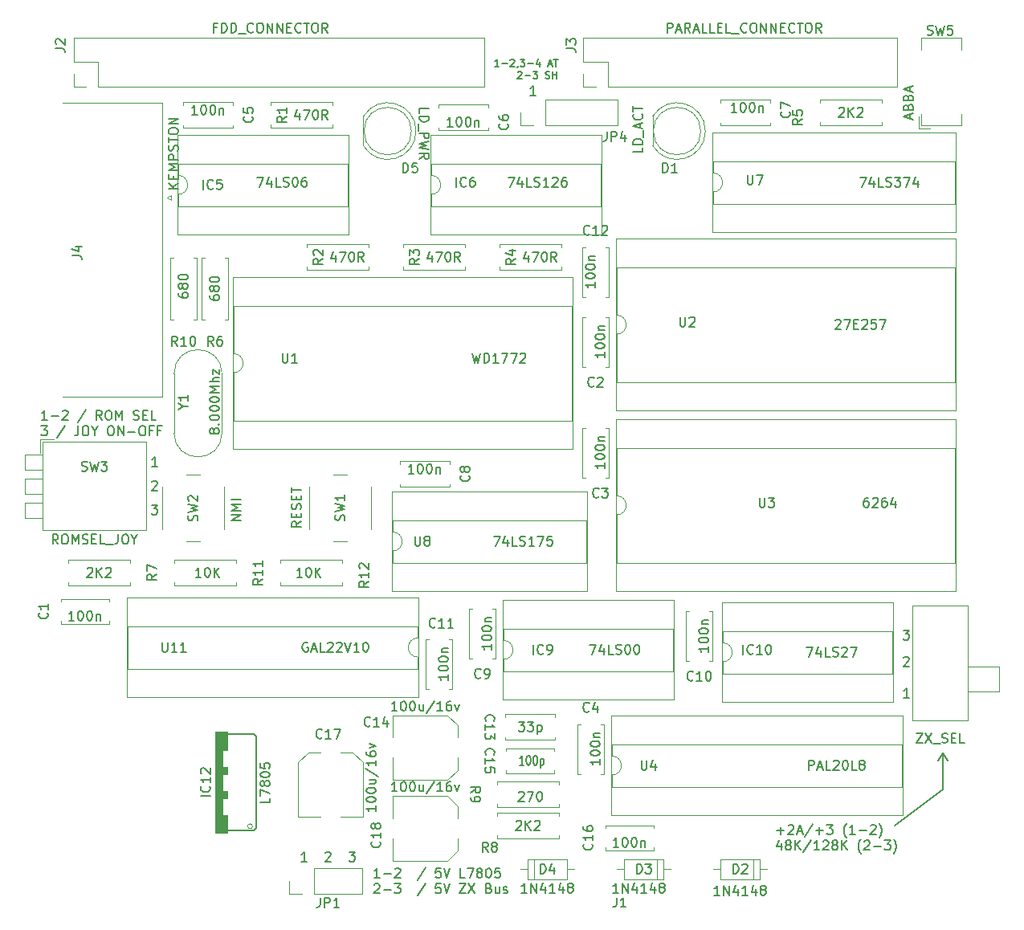
<source format=gto>
G04 #@! TF.GenerationSoftware,KiCad,Pcbnew,(5.1.6)-1*
G04 #@! TF.CreationDate,2020-07-09T08:39:42+03:00*
G04 #@! TF.ProjectId,PlusD_Clone_MOD_1_2,506c7573-445f-4436-9c6f-6e655f4d4f44,rev?*
G04 #@! TF.SameCoordinates,Original*
G04 #@! TF.FileFunction,Legend,Top*
G04 #@! TF.FilePolarity,Positive*
%FSLAX46Y46*%
G04 Gerber Fmt 4.6, Leading zero omitted, Abs format (unit mm)*
G04 Created by KiCad (PCBNEW (5.1.6)-1) date 2020-07-09 08:39:42*
%MOMM*%
%LPD*%
G01*
G04 APERTURE LIST*
%ADD10C,0.150000*%
%ADD11C,0.200000*%
%ADD12C,0.120000*%
%ADD13C,0.152400*%
%ADD14C,0.100000*%
%ADD15C,0.010000*%
G04 APERTURE END LIST*
D10*
X159258000Y-102616000D02*
X159766000Y-103378000D01*
X159258000Y-102616000D02*
X158750000Y-103378000D01*
X159258000Y-106426000D02*
X159258000Y-102616000D01*
X154178000Y-110236000D02*
X159258000Y-106426000D01*
X64867404Y-67445380D02*
X64295976Y-67445380D01*
X64581690Y-67445380D02*
X64581690Y-66445380D01*
X64486452Y-66588238D01*
X64391214Y-66683476D01*
X64295976Y-66731095D01*
X65295976Y-67064428D02*
X66057880Y-67064428D01*
X66486452Y-66540619D02*
X66534071Y-66493000D01*
X66629309Y-66445380D01*
X66867404Y-66445380D01*
X66962642Y-66493000D01*
X67010261Y-66540619D01*
X67057880Y-66635857D01*
X67057880Y-66731095D01*
X67010261Y-66873952D01*
X66438833Y-67445380D01*
X67057880Y-67445380D01*
X68962642Y-66397761D02*
X68105500Y-67683476D01*
X70629309Y-67445380D02*
X70295976Y-66969190D01*
X70057880Y-67445380D02*
X70057880Y-66445380D01*
X70438833Y-66445380D01*
X70534071Y-66493000D01*
X70581690Y-66540619D01*
X70629309Y-66635857D01*
X70629309Y-66778714D01*
X70581690Y-66873952D01*
X70534071Y-66921571D01*
X70438833Y-66969190D01*
X70057880Y-66969190D01*
X71248357Y-66445380D02*
X71438833Y-66445380D01*
X71534071Y-66493000D01*
X71629309Y-66588238D01*
X71676928Y-66778714D01*
X71676928Y-67112047D01*
X71629309Y-67302523D01*
X71534071Y-67397761D01*
X71438833Y-67445380D01*
X71248357Y-67445380D01*
X71153119Y-67397761D01*
X71057880Y-67302523D01*
X71010261Y-67112047D01*
X71010261Y-66778714D01*
X71057880Y-66588238D01*
X71153119Y-66493000D01*
X71248357Y-66445380D01*
X72105500Y-67445380D02*
X72105500Y-66445380D01*
X72438833Y-67159666D01*
X72772166Y-66445380D01*
X72772166Y-67445380D01*
X73962642Y-67397761D02*
X74105500Y-67445380D01*
X74343595Y-67445380D01*
X74438833Y-67397761D01*
X74486452Y-67350142D01*
X74534071Y-67254904D01*
X74534071Y-67159666D01*
X74486452Y-67064428D01*
X74438833Y-67016809D01*
X74343595Y-66969190D01*
X74153119Y-66921571D01*
X74057880Y-66873952D01*
X74010261Y-66826333D01*
X73962642Y-66731095D01*
X73962642Y-66635857D01*
X74010261Y-66540619D01*
X74057880Y-66493000D01*
X74153119Y-66445380D01*
X74391214Y-66445380D01*
X74534071Y-66493000D01*
X74962642Y-66921571D02*
X75295976Y-66921571D01*
X75438833Y-67445380D02*
X74962642Y-67445380D01*
X74962642Y-66445380D01*
X75438833Y-66445380D01*
X76343595Y-67445380D02*
X75867404Y-67445380D01*
X75867404Y-66445380D01*
X64248357Y-68095380D02*
X64867404Y-68095380D01*
X64534071Y-68476333D01*
X64676928Y-68476333D01*
X64772166Y-68523952D01*
X64819785Y-68571571D01*
X64867404Y-68666809D01*
X64867404Y-68904904D01*
X64819785Y-69000142D01*
X64772166Y-69047761D01*
X64676928Y-69095380D01*
X64391214Y-69095380D01*
X64295976Y-69047761D01*
X64248357Y-69000142D01*
X66772166Y-68047761D02*
X65915023Y-69333476D01*
X68153119Y-68095380D02*
X68153119Y-68809666D01*
X68105500Y-68952523D01*
X68010261Y-69047761D01*
X67867404Y-69095380D01*
X67772166Y-69095380D01*
X68819785Y-68095380D02*
X69010261Y-68095380D01*
X69105500Y-68143000D01*
X69200738Y-68238238D01*
X69248357Y-68428714D01*
X69248357Y-68762047D01*
X69200738Y-68952523D01*
X69105500Y-69047761D01*
X69010261Y-69095380D01*
X68819785Y-69095380D01*
X68724547Y-69047761D01*
X68629309Y-68952523D01*
X68581690Y-68762047D01*
X68581690Y-68428714D01*
X68629309Y-68238238D01*
X68724547Y-68143000D01*
X68819785Y-68095380D01*
X69867404Y-68619190D02*
X69867404Y-69095380D01*
X69534071Y-68095380D02*
X69867404Y-68619190D01*
X70200738Y-68095380D01*
X71486452Y-68095380D02*
X71676928Y-68095380D01*
X71772166Y-68143000D01*
X71867404Y-68238238D01*
X71915023Y-68428714D01*
X71915023Y-68762047D01*
X71867404Y-68952523D01*
X71772166Y-69047761D01*
X71676928Y-69095380D01*
X71486452Y-69095380D01*
X71391214Y-69047761D01*
X71295976Y-68952523D01*
X71248357Y-68762047D01*
X71248357Y-68428714D01*
X71295976Y-68238238D01*
X71391214Y-68143000D01*
X71486452Y-68095380D01*
X72343595Y-69095380D02*
X72343595Y-68095380D01*
X72915023Y-69095380D01*
X72915023Y-68095380D01*
X73391214Y-68714428D02*
X74153119Y-68714428D01*
X74819785Y-68095380D02*
X75010261Y-68095380D01*
X75105500Y-68143000D01*
X75200738Y-68238238D01*
X75248357Y-68428714D01*
X75248357Y-68762047D01*
X75200738Y-68952523D01*
X75105500Y-69047761D01*
X75010261Y-69095380D01*
X74819785Y-69095380D01*
X74724547Y-69047761D01*
X74629309Y-68952523D01*
X74581690Y-68762047D01*
X74581690Y-68428714D01*
X74629309Y-68238238D01*
X74724547Y-68143000D01*
X74819785Y-68095380D01*
X76010261Y-68571571D02*
X75676928Y-68571571D01*
X75676928Y-69095380D02*
X75676928Y-68095380D01*
X76153119Y-68095380D01*
X76867404Y-68571571D02*
X76534071Y-68571571D01*
X76534071Y-69095380D02*
X76534071Y-68095380D01*
X77010261Y-68095380D01*
X75866666Y-76414380D02*
X76485714Y-76414380D01*
X76152380Y-76795333D01*
X76295238Y-76795333D01*
X76390476Y-76842952D01*
X76438095Y-76890571D01*
X76485714Y-76985809D01*
X76485714Y-77223904D01*
X76438095Y-77319142D01*
X76390476Y-77366761D01*
X76295238Y-77414380D01*
X76009523Y-77414380D01*
X75914285Y-77366761D01*
X75866666Y-77319142D01*
X75914285Y-73969619D02*
X75961904Y-73922000D01*
X76057142Y-73874380D01*
X76295238Y-73874380D01*
X76390476Y-73922000D01*
X76438095Y-73969619D01*
X76485714Y-74064857D01*
X76485714Y-74160095D01*
X76438095Y-74302952D01*
X75866666Y-74874380D01*
X76485714Y-74874380D01*
X76485714Y-72334380D02*
X75914285Y-72334380D01*
X76200000Y-72334380D02*
X76200000Y-71334380D01*
X76104761Y-71477238D01*
X76009523Y-71572476D01*
X75914285Y-71620095D01*
X112488785Y-30181785D02*
X112060214Y-30181785D01*
X112274500Y-30181785D02*
X112274500Y-29431785D01*
X112203071Y-29538928D01*
X112131642Y-29610357D01*
X112060214Y-29646071D01*
X112810214Y-29896071D02*
X113381642Y-29896071D01*
X113703071Y-29503214D02*
X113738785Y-29467500D01*
X113810214Y-29431785D01*
X113988785Y-29431785D01*
X114060214Y-29467500D01*
X114095928Y-29503214D01*
X114131642Y-29574642D01*
X114131642Y-29646071D01*
X114095928Y-29753214D01*
X113667357Y-30181785D01*
X114131642Y-30181785D01*
X114488785Y-30146071D02*
X114488785Y-30181785D01*
X114453071Y-30253214D01*
X114417357Y-30288928D01*
X114738785Y-29431785D02*
X115203071Y-29431785D01*
X114953071Y-29717500D01*
X115060214Y-29717500D01*
X115131642Y-29753214D01*
X115167357Y-29788928D01*
X115203071Y-29860357D01*
X115203071Y-30038928D01*
X115167357Y-30110357D01*
X115131642Y-30146071D01*
X115060214Y-30181785D01*
X114845928Y-30181785D01*
X114774500Y-30146071D01*
X114738785Y-30110357D01*
X115524500Y-29896071D02*
X116095928Y-29896071D01*
X116774500Y-29681785D02*
X116774500Y-30181785D01*
X116595928Y-29396071D02*
X116417357Y-29931785D01*
X116881642Y-29931785D01*
X117703071Y-29967500D02*
X118060214Y-29967500D01*
X117631642Y-30181785D02*
X117881642Y-29431785D01*
X118131642Y-30181785D01*
X118274500Y-29431785D02*
X118703071Y-29431785D01*
X118488785Y-30181785D02*
X118488785Y-29431785D01*
X114488785Y-30778214D02*
X114524500Y-30742500D01*
X114595928Y-30706785D01*
X114774500Y-30706785D01*
X114845928Y-30742500D01*
X114881642Y-30778214D01*
X114917357Y-30849642D01*
X114917357Y-30921071D01*
X114881642Y-31028214D01*
X114453071Y-31456785D01*
X114917357Y-31456785D01*
X115238785Y-31171071D02*
X115810214Y-31171071D01*
X116095928Y-30706785D02*
X116560214Y-30706785D01*
X116310214Y-30992500D01*
X116417357Y-30992500D01*
X116488785Y-31028214D01*
X116524500Y-31063928D01*
X116560214Y-31135357D01*
X116560214Y-31313928D01*
X116524500Y-31385357D01*
X116488785Y-31421071D01*
X116417357Y-31456785D01*
X116203071Y-31456785D01*
X116131642Y-31421071D01*
X116095928Y-31385357D01*
X117417357Y-31421071D02*
X117524500Y-31456785D01*
X117703071Y-31456785D01*
X117774500Y-31421071D01*
X117810214Y-31385357D01*
X117845928Y-31313928D01*
X117845928Y-31242500D01*
X117810214Y-31171071D01*
X117774500Y-31135357D01*
X117703071Y-31099642D01*
X117560214Y-31063928D01*
X117488785Y-31028214D01*
X117453071Y-30992500D01*
X117417357Y-30921071D01*
X117417357Y-30849642D01*
X117453071Y-30778214D01*
X117488785Y-30742500D01*
X117560214Y-30706785D01*
X117738785Y-30706785D01*
X117845928Y-30742500D01*
X118167357Y-31456785D02*
X118167357Y-30706785D01*
X118167357Y-31063928D02*
X118595928Y-31063928D01*
X118595928Y-31456785D02*
X118595928Y-30706785D01*
X99919404Y-115705380D02*
X99347976Y-115705380D01*
X99633690Y-115705380D02*
X99633690Y-114705380D01*
X99538452Y-114848238D01*
X99443214Y-114943476D01*
X99347976Y-114991095D01*
X100347976Y-115324428D02*
X101109880Y-115324428D01*
X101538452Y-114800619D02*
X101586071Y-114753000D01*
X101681309Y-114705380D01*
X101919404Y-114705380D01*
X102014642Y-114753000D01*
X102062261Y-114800619D01*
X102109880Y-114895857D01*
X102109880Y-114991095D01*
X102062261Y-115133952D01*
X101490833Y-115705380D01*
X102109880Y-115705380D01*
X104776547Y-114657761D02*
X103919404Y-115943476D01*
X106347976Y-114705380D02*
X105871785Y-114705380D01*
X105824166Y-115181571D01*
X105871785Y-115133952D01*
X105967023Y-115086333D01*
X106205119Y-115086333D01*
X106300357Y-115133952D01*
X106347976Y-115181571D01*
X106395595Y-115276809D01*
X106395595Y-115514904D01*
X106347976Y-115610142D01*
X106300357Y-115657761D01*
X106205119Y-115705380D01*
X105967023Y-115705380D01*
X105871785Y-115657761D01*
X105824166Y-115610142D01*
X106681309Y-114705380D02*
X107014642Y-115705380D01*
X107347976Y-114705380D01*
X108919404Y-115705380D02*
X108443214Y-115705380D01*
X108443214Y-114705380D01*
X109157500Y-114705380D02*
X109824166Y-114705380D01*
X109395595Y-115705380D01*
X110347976Y-115133952D02*
X110252738Y-115086333D01*
X110205119Y-115038714D01*
X110157500Y-114943476D01*
X110157500Y-114895857D01*
X110205119Y-114800619D01*
X110252738Y-114753000D01*
X110347976Y-114705380D01*
X110538452Y-114705380D01*
X110633690Y-114753000D01*
X110681309Y-114800619D01*
X110728928Y-114895857D01*
X110728928Y-114943476D01*
X110681309Y-115038714D01*
X110633690Y-115086333D01*
X110538452Y-115133952D01*
X110347976Y-115133952D01*
X110252738Y-115181571D01*
X110205119Y-115229190D01*
X110157500Y-115324428D01*
X110157500Y-115514904D01*
X110205119Y-115610142D01*
X110252738Y-115657761D01*
X110347976Y-115705380D01*
X110538452Y-115705380D01*
X110633690Y-115657761D01*
X110681309Y-115610142D01*
X110728928Y-115514904D01*
X110728928Y-115324428D01*
X110681309Y-115229190D01*
X110633690Y-115181571D01*
X110538452Y-115133952D01*
X111347976Y-114705380D02*
X111443214Y-114705380D01*
X111538452Y-114753000D01*
X111586071Y-114800619D01*
X111633690Y-114895857D01*
X111681309Y-115086333D01*
X111681309Y-115324428D01*
X111633690Y-115514904D01*
X111586071Y-115610142D01*
X111538452Y-115657761D01*
X111443214Y-115705380D01*
X111347976Y-115705380D01*
X111252738Y-115657761D01*
X111205119Y-115610142D01*
X111157500Y-115514904D01*
X111109880Y-115324428D01*
X111109880Y-115086333D01*
X111157500Y-114895857D01*
X111205119Y-114800619D01*
X111252738Y-114753000D01*
X111347976Y-114705380D01*
X112586071Y-114705380D02*
X112109880Y-114705380D01*
X112062261Y-115181571D01*
X112109880Y-115133952D01*
X112205119Y-115086333D01*
X112443214Y-115086333D01*
X112538452Y-115133952D01*
X112586071Y-115181571D01*
X112633690Y-115276809D01*
X112633690Y-115514904D01*
X112586071Y-115610142D01*
X112538452Y-115657761D01*
X112443214Y-115705380D01*
X112205119Y-115705380D01*
X112109880Y-115657761D01*
X112062261Y-115610142D01*
X99347976Y-116450619D02*
X99395595Y-116403000D01*
X99490833Y-116355380D01*
X99728928Y-116355380D01*
X99824166Y-116403000D01*
X99871785Y-116450619D01*
X99919404Y-116545857D01*
X99919404Y-116641095D01*
X99871785Y-116783952D01*
X99300357Y-117355380D01*
X99919404Y-117355380D01*
X100347976Y-116974428D02*
X101109880Y-116974428D01*
X101490833Y-116355380D02*
X102109880Y-116355380D01*
X101776547Y-116736333D01*
X101919404Y-116736333D01*
X102014642Y-116783952D01*
X102062261Y-116831571D01*
X102109880Y-116926809D01*
X102109880Y-117164904D01*
X102062261Y-117260142D01*
X102014642Y-117307761D01*
X101919404Y-117355380D01*
X101633690Y-117355380D01*
X101538452Y-117307761D01*
X101490833Y-117260142D01*
X104776547Y-116307761D02*
X103919404Y-117593476D01*
X106347976Y-116355380D02*
X105871785Y-116355380D01*
X105824166Y-116831571D01*
X105871785Y-116783952D01*
X105967023Y-116736333D01*
X106205119Y-116736333D01*
X106300357Y-116783952D01*
X106347976Y-116831571D01*
X106395595Y-116926809D01*
X106395595Y-117164904D01*
X106347976Y-117260142D01*
X106300357Y-117307761D01*
X106205119Y-117355380D01*
X105967023Y-117355380D01*
X105871785Y-117307761D01*
X105824166Y-117260142D01*
X106681309Y-116355380D02*
X107014642Y-117355380D01*
X107347976Y-116355380D01*
X108347976Y-116355380D02*
X109014642Y-116355380D01*
X108347976Y-117355380D01*
X109014642Y-117355380D01*
X109300357Y-116355380D02*
X109967023Y-117355380D01*
X109967023Y-116355380D02*
X109300357Y-117355380D01*
X111443214Y-116831571D02*
X111586071Y-116879190D01*
X111633690Y-116926809D01*
X111681309Y-117022047D01*
X111681309Y-117164904D01*
X111633690Y-117260142D01*
X111586071Y-117307761D01*
X111490833Y-117355380D01*
X111109880Y-117355380D01*
X111109880Y-116355380D01*
X111443214Y-116355380D01*
X111538452Y-116403000D01*
X111586071Y-116450619D01*
X111633690Y-116545857D01*
X111633690Y-116641095D01*
X111586071Y-116736333D01*
X111538452Y-116783952D01*
X111443214Y-116831571D01*
X111109880Y-116831571D01*
X112538452Y-116688714D02*
X112538452Y-117355380D01*
X112109880Y-116688714D02*
X112109880Y-117212523D01*
X112157500Y-117307761D01*
X112252738Y-117355380D01*
X112395595Y-117355380D01*
X112490833Y-117307761D01*
X112538452Y-117260142D01*
X112967023Y-117307761D02*
X113062261Y-117355380D01*
X113252738Y-117355380D01*
X113347976Y-117307761D01*
X113395595Y-117212523D01*
X113395595Y-117164904D01*
X113347976Y-117069666D01*
X113252738Y-117022047D01*
X113109880Y-117022047D01*
X113014642Y-116974428D01*
X112967023Y-116879190D01*
X112967023Y-116831571D01*
X113014642Y-116736333D01*
X113109880Y-116688714D01*
X113252738Y-116688714D01*
X113347976Y-116736333D01*
X141813595Y-110752428D02*
X142575500Y-110752428D01*
X142194547Y-111133380D02*
X142194547Y-110371476D01*
X143004071Y-110228619D02*
X143051690Y-110181000D01*
X143146928Y-110133380D01*
X143385023Y-110133380D01*
X143480261Y-110181000D01*
X143527880Y-110228619D01*
X143575500Y-110323857D01*
X143575500Y-110419095D01*
X143527880Y-110561952D01*
X142956452Y-111133380D01*
X143575500Y-111133380D01*
X143956452Y-110847666D02*
X144432642Y-110847666D01*
X143861214Y-111133380D02*
X144194547Y-110133380D01*
X144527880Y-111133380D01*
X145575500Y-110085761D02*
X144718357Y-111371476D01*
X145908833Y-110752428D02*
X146670738Y-110752428D01*
X146289785Y-111133380D02*
X146289785Y-110371476D01*
X147051690Y-110133380D02*
X147670738Y-110133380D01*
X147337404Y-110514333D01*
X147480261Y-110514333D01*
X147575500Y-110561952D01*
X147623119Y-110609571D01*
X147670738Y-110704809D01*
X147670738Y-110942904D01*
X147623119Y-111038142D01*
X147575500Y-111085761D01*
X147480261Y-111133380D01*
X147194547Y-111133380D01*
X147099309Y-111085761D01*
X147051690Y-111038142D01*
X149146928Y-111514333D02*
X149099309Y-111466714D01*
X149004071Y-111323857D01*
X148956452Y-111228619D01*
X148908833Y-111085761D01*
X148861214Y-110847666D01*
X148861214Y-110657190D01*
X148908833Y-110419095D01*
X148956452Y-110276238D01*
X149004071Y-110181000D01*
X149099309Y-110038142D01*
X149146928Y-109990523D01*
X150051690Y-111133380D02*
X149480261Y-111133380D01*
X149765976Y-111133380D02*
X149765976Y-110133380D01*
X149670738Y-110276238D01*
X149575500Y-110371476D01*
X149480261Y-110419095D01*
X150480261Y-110752428D02*
X151242166Y-110752428D01*
X151670738Y-110228619D02*
X151718357Y-110181000D01*
X151813595Y-110133380D01*
X152051690Y-110133380D01*
X152146928Y-110181000D01*
X152194547Y-110228619D01*
X152242166Y-110323857D01*
X152242166Y-110419095D01*
X152194547Y-110561952D01*
X151623119Y-111133380D01*
X152242166Y-111133380D01*
X152575500Y-111514333D02*
X152623119Y-111466714D01*
X152718357Y-111323857D01*
X152765976Y-111228619D01*
X152813595Y-111085761D01*
X152861214Y-110847666D01*
X152861214Y-110657190D01*
X152813595Y-110419095D01*
X152765976Y-110276238D01*
X152718357Y-110181000D01*
X152623119Y-110038142D01*
X152575500Y-109990523D01*
X142242166Y-112116714D02*
X142242166Y-112783380D01*
X142004071Y-111735761D02*
X141765976Y-112450047D01*
X142385023Y-112450047D01*
X142908833Y-112211952D02*
X142813595Y-112164333D01*
X142765976Y-112116714D01*
X142718357Y-112021476D01*
X142718357Y-111973857D01*
X142765976Y-111878619D01*
X142813595Y-111831000D01*
X142908833Y-111783380D01*
X143099309Y-111783380D01*
X143194547Y-111831000D01*
X143242166Y-111878619D01*
X143289785Y-111973857D01*
X143289785Y-112021476D01*
X143242166Y-112116714D01*
X143194547Y-112164333D01*
X143099309Y-112211952D01*
X142908833Y-112211952D01*
X142813595Y-112259571D01*
X142765976Y-112307190D01*
X142718357Y-112402428D01*
X142718357Y-112592904D01*
X142765976Y-112688142D01*
X142813595Y-112735761D01*
X142908833Y-112783380D01*
X143099309Y-112783380D01*
X143194547Y-112735761D01*
X143242166Y-112688142D01*
X143289785Y-112592904D01*
X143289785Y-112402428D01*
X143242166Y-112307190D01*
X143194547Y-112259571D01*
X143099309Y-112211952D01*
X143718357Y-112783380D02*
X143718357Y-111783380D01*
X144289785Y-112783380D02*
X143861214Y-112211952D01*
X144289785Y-111783380D02*
X143718357Y-112354809D01*
X145432642Y-111735761D02*
X144575500Y-113021476D01*
X146289785Y-112783380D02*
X145718357Y-112783380D01*
X146004071Y-112783380D02*
X146004071Y-111783380D01*
X145908833Y-111926238D01*
X145813595Y-112021476D01*
X145718357Y-112069095D01*
X146670738Y-111878619D02*
X146718357Y-111831000D01*
X146813595Y-111783380D01*
X147051690Y-111783380D01*
X147146928Y-111831000D01*
X147194547Y-111878619D01*
X147242166Y-111973857D01*
X147242166Y-112069095D01*
X147194547Y-112211952D01*
X146623119Y-112783380D01*
X147242166Y-112783380D01*
X147813595Y-112211952D02*
X147718357Y-112164333D01*
X147670738Y-112116714D01*
X147623119Y-112021476D01*
X147623119Y-111973857D01*
X147670738Y-111878619D01*
X147718357Y-111831000D01*
X147813595Y-111783380D01*
X148004071Y-111783380D01*
X148099309Y-111831000D01*
X148146928Y-111878619D01*
X148194547Y-111973857D01*
X148194547Y-112021476D01*
X148146928Y-112116714D01*
X148099309Y-112164333D01*
X148004071Y-112211952D01*
X147813595Y-112211952D01*
X147718357Y-112259571D01*
X147670738Y-112307190D01*
X147623119Y-112402428D01*
X147623119Y-112592904D01*
X147670738Y-112688142D01*
X147718357Y-112735761D01*
X147813595Y-112783380D01*
X148004071Y-112783380D01*
X148099309Y-112735761D01*
X148146928Y-112688142D01*
X148194547Y-112592904D01*
X148194547Y-112402428D01*
X148146928Y-112307190D01*
X148099309Y-112259571D01*
X148004071Y-112211952D01*
X148623119Y-112783380D02*
X148623119Y-111783380D01*
X149194547Y-112783380D02*
X148765976Y-112211952D01*
X149194547Y-111783380D02*
X148623119Y-112354809D01*
X150670738Y-113164333D02*
X150623119Y-113116714D01*
X150527880Y-112973857D01*
X150480261Y-112878619D01*
X150432642Y-112735761D01*
X150385023Y-112497666D01*
X150385023Y-112307190D01*
X150432642Y-112069095D01*
X150480261Y-111926238D01*
X150527880Y-111831000D01*
X150623119Y-111688142D01*
X150670738Y-111640523D01*
X151004071Y-111878619D02*
X151051690Y-111831000D01*
X151146928Y-111783380D01*
X151385023Y-111783380D01*
X151480261Y-111831000D01*
X151527880Y-111878619D01*
X151575500Y-111973857D01*
X151575500Y-112069095D01*
X151527880Y-112211952D01*
X150956452Y-112783380D01*
X151575500Y-112783380D01*
X152004071Y-112402428D02*
X152765976Y-112402428D01*
X153146928Y-111783380D02*
X153765976Y-111783380D01*
X153432642Y-112164333D01*
X153575500Y-112164333D01*
X153670738Y-112211952D01*
X153718357Y-112259571D01*
X153765976Y-112354809D01*
X153765976Y-112592904D01*
X153718357Y-112688142D01*
X153670738Y-112735761D01*
X153575500Y-112783380D01*
X153289785Y-112783380D01*
X153194547Y-112735761D01*
X153146928Y-112688142D01*
X154099309Y-113164333D02*
X154146928Y-113116714D01*
X154242166Y-112973857D01*
X154289785Y-112878619D01*
X154337404Y-112735761D01*
X154385023Y-112497666D01*
X154385023Y-112307190D01*
X154337404Y-112069095D01*
X154289785Y-111926238D01*
X154242166Y-111831000D01*
X154146928Y-111688142D01*
X154099309Y-111640523D01*
D11*
X155114666Y-89622380D02*
X155733714Y-89622380D01*
X155400380Y-90003333D01*
X155543238Y-90003333D01*
X155638476Y-90050952D01*
X155686095Y-90098571D01*
X155733714Y-90193809D01*
X155733714Y-90431904D01*
X155686095Y-90527142D01*
X155638476Y-90574761D01*
X155543238Y-90622380D01*
X155257523Y-90622380D01*
X155162285Y-90574761D01*
X155114666Y-90527142D01*
X155162285Y-92511619D02*
X155209904Y-92464000D01*
X155305142Y-92416380D01*
X155543238Y-92416380D01*
X155638476Y-92464000D01*
X155686095Y-92511619D01*
X155733714Y-92606857D01*
X155733714Y-92702095D01*
X155686095Y-92844952D01*
X155114666Y-93416380D01*
X155733714Y-93416380D01*
X92233714Y-113990380D02*
X91662285Y-113990380D01*
X91948000Y-113990380D02*
X91948000Y-112990380D01*
X91852761Y-113133238D01*
X91757523Y-113228476D01*
X91662285Y-113276095D01*
X94202285Y-113085619D02*
X94249904Y-113038000D01*
X94345142Y-112990380D01*
X94583238Y-112990380D01*
X94678476Y-113038000D01*
X94726095Y-113085619D01*
X94773714Y-113180857D01*
X94773714Y-113276095D01*
X94726095Y-113418952D01*
X94154666Y-113990380D01*
X94773714Y-113990380D01*
X116363714Y-33218380D02*
X115792285Y-33218380D01*
X116078000Y-33218380D02*
X116078000Y-32218380D01*
X115982761Y-32361238D01*
X115887523Y-32456476D01*
X115792285Y-32504095D01*
X155733714Y-96718380D02*
X155162285Y-96718380D01*
X155448000Y-96718380D02*
X155448000Y-95718380D01*
X155352761Y-95861238D01*
X155257523Y-95956476D01*
X155162285Y-96004095D01*
X96694666Y-112990380D02*
X97313714Y-112990380D01*
X96980380Y-113371333D01*
X97123238Y-113371333D01*
X97218476Y-113418952D01*
X97266095Y-113466571D01*
X97313714Y-113561809D01*
X97313714Y-113799904D01*
X97266095Y-113895142D01*
X97218476Y-113942761D01*
X97123238Y-113990380D01*
X96837523Y-113990380D01*
X96742285Y-113942761D01*
X96694666Y-113895142D01*
D12*
X78264000Y-82526000D02*
X78264000Y-82196000D01*
X78264000Y-82196000D02*
X84804000Y-82196000D01*
X84804000Y-82196000D02*
X84804000Y-82526000D01*
X78264000Y-84606000D02*
X78264000Y-84936000D01*
X78264000Y-84936000D02*
X84804000Y-84936000D01*
X84804000Y-84936000D02*
X84804000Y-84606000D01*
X156730000Y-36690000D02*
X157930000Y-36690000D01*
X156730000Y-35490000D02*
X156730000Y-36690000D01*
X161230000Y-27190000D02*
X161230000Y-28390000D01*
X157030000Y-27190000D02*
X161230000Y-27190000D01*
X157030000Y-28390000D02*
X157030000Y-27190000D01*
X161230000Y-36390000D02*
X161230000Y-35190000D01*
X157030000Y-36390000D02*
X161230000Y-36390000D01*
X157030000Y-35190000D02*
X157030000Y-36390000D01*
X66530000Y-34055000D02*
X77010000Y-34055000D01*
X77010000Y-34055000D02*
X77010000Y-65025000D01*
X77010000Y-65025000D02*
X66530000Y-65025000D01*
X77904338Y-43750000D02*
X77904338Y-44250000D01*
X77904338Y-44250000D02*
X77471325Y-44000000D01*
X77471325Y-44000000D02*
X77904338Y-43750000D01*
D13*
X86868000Y-100838000D02*
X86614000Y-100584000D01*
X86868000Y-100838000D02*
X86868000Y-110490000D01*
X86614000Y-110744000D02*
X86868000Y-110490000D01*
X83693000Y-100584000D02*
X86614000Y-100584000D01*
X86614000Y-110744000D02*
X83693000Y-110744000D01*
D14*
X86512400Y-110286800D02*
G75*
G03*
X86512400Y-110286800I-254000J0D01*
G01*
D15*
G36*
X82550000Y-110999780D02*
G01*
X82550000Y-109093000D01*
X83820420Y-109093000D01*
X83820420Y-110999780D01*
X82550000Y-110999780D01*
G37*
X82550000Y-110999780D02*
X82550000Y-109093000D01*
X83820420Y-109093000D01*
X83820420Y-110999780D01*
X82550000Y-110999780D01*
G36*
X82550000Y-109098310D02*
G01*
X82550000Y-107315000D01*
X83313181Y-107315000D01*
X83313181Y-109098310D01*
X82550000Y-109098310D01*
G37*
X82550000Y-109098310D02*
X82550000Y-107315000D01*
X83313181Y-107315000D01*
X83313181Y-109098310D01*
X82550000Y-109098310D01*
G36*
X82550000Y-107317780D02*
G01*
X82550000Y-106553000D01*
X83822140Y-106553000D01*
X83822140Y-107317780D01*
X82550000Y-107317780D01*
G37*
X82550000Y-107317780D02*
X82550000Y-106553000D01*
X83822140Y-106553000D01*
X83822140Y-107317780D01*
X82550000Y-107317780D01*
G36*
X82550000Y-106554568D02*
G01*
X82550000Y-104775000D01*
X83313344Y-104775000D01*
X83313344Y-106554568D01*
X82550000Y-106554568D01*
G37*
X82550000Y-106554568D02*
X82550000Y-104775000D01*
X83313344Y-104775000D01*
X83313344Y-106554568D01*
X82550000Y-106554568D01*
G36*
X82550000Y-104774611D02*
G01*
X82550000Y-104013000D01*
X83820560Y-104013000D01*
X83820560Y-104774611D01*
X82550000Y-104774611D01*
G37*
X82550000Y-104774611D02*
X82550000Y-104013000D01*
X83820560Y-104013000D01*
X83820560Y-104774611D01*
X82550000Y-104774611D01*
G36*
X82550000Y-104010410D02*
G01*
X82550000Y-102235000D01*
X83313194Y-102235000D01*
X83313194Y-104010410D01*
X82550000Y-104010410D01*
G37*
X82550000Y-104010410D02*
X82550000Y-102235000D01*
X83313194Y-102235000D01*
X83313194Y-104010410D01*
X82550000Y-104010410D01*
G36*
X82550000Y-102230850D02*
G01*
X82550000Y-100330000D01*
X83821540Y-100330000D01*
X83821540Y-102230850D01*
X82550000Y-102230850D01*
G37*
X82550000Y-102230850D02*
X82550000Y-100330000D01*
X83821540Y-100330000D01*
X83821540Y-102230850D01*
X82550000Y-102230850D01*
D12*
X101328000Y-107090000D02*
X101328000Y-109440000D01*
X101328000Y-113910000D02*
X101328000Y-111560000D01*
X107083563Y-113910000D02*
X101328000Y-113910000D01*
X107083563Y-107090000D02*
X101328000Y-107090000D01*
X108148000Y-108154437D02*
X108148000Y-109440000D01*
X108148000Y-112845563D02*
X108148000Y-111560000D01*
X108148000Y-112845563D02*
X107083563Y-113910000D01*
X108148000Y-108154437D02*
X107083563Y-107090000D01*
X91332000Y-109328000D02*
X93682000Y-109328000D01*
X98152000Y-109328000D02*
X95802000Y-109328000D01*
X98152000Y-103572437D02*
X98152000Y-109328000D01*
X91332000Y-103572437D02*
X91332000Y-109328000D01*
X92396437Y-102508000D02*
X93682000Y-102508000D01*
X97087563Y-102508000D02*
X95802000Y-102508000D01*
X97087563Y-102508000D02*
X98152000Y-103572437D01*
X92396437Y-102508000D02*
X91332000Y-103572437D01*
X101328000Y-98590000D02*
X101328000Y-100940000D01*
X101328000Y-105410000D02*
X101328000Y-103060000D01*
X107083563Y-105410000D02*
X101328000Y-105410000D01*
X107083563Y-98590000D02*
X101328000Y-98590000D01*
X108148000Y-99654437D02*
X108148000Y-100940000D01*
X108148000Y-104345563D02*
X108148000Y-103060000D01*
X108148000Y-104345563D02*
X107083563Y-105410000D01*
X108148000Y-99654437D02*
X107083563Y-98590000D01*
X156054000Y-99096000D02*
X156054000Y-86996000D01*
X156054000Y-86996000D02*
X161904000Y-86996000D01*
X161904000Y-86996000D02*
X161904000Y-99096000D01*
X161904000Y-99096000D02*
X156054000Y-99096000D01*
X161904000Y-96096000D02*
X165204000Y-96096000D01*
X165204000Y-96096000D02*
X165204000Y-93446000D01*
X165204000Y-93446000D02*
X161954000Y-93446000D01*
X64390000Y-69772000D02*
X75310000Y-69772000D01*
X64390000Y-79072000D02*
X75310000Y-79072000D01*
X64390000Y-69772000D02*
X64390000Y-79072000D01*
X75310000Y-69772000D02*
X75310000Y-79072000D01*
X64150000Y-69532000D02*
X65533000Y-69532000D01*
X64150000Y-69532000D02*
X64150000Y-70915000D01*
X62530000Y-71072000D02*
X64390000Y-71072000D01*
X62530000Y-72692000D02*
X64390000Y-72692000D01*
X62530000Y-71072000D02*
X62530000Y-72692000D01*
X64390000Y-71072000D02*
X64390000Y-72692000D01*
X62530000Y-73612000D02*
X64390000Y-73612000D01*
X62530000Y-75232000D02*
X64390000Y-75232000D01*
X62530000Y-73612000D02*
X62530000Y-75232000D01*
X64390000Y-73612000D02*
X64390000Y-75232000D01*
X62530000Y-76152000D02*
X64390000Y-76152000D01*
X62530000Y-77772000D02*
X64390000Y-77772000D01*
X62530000Y-76152000D02*
X62530000Y-77772000D01*
X64390000Y-76152000D02*
X64390000Y-77772000D01*
X102394000Y-49252000D02*
X102394000Y-48922000D01*
X102394000Y-48922000D02*
X108934000Y-48922000D01*
X108934000Y-48922000D02*
X108934000Y-49252000D01*
X102394000Y-51332000D02*
X102394000Y-51662000D01*
X102394000Y-51662000D02*
X108934000Y-51662000D01*
X108934000Y-51662000D02*
X108934000Y-51332000D01*
X112970000Y-92694000D02*
X112970000Y-93944000D01*
X112970000Y-93944000D02*
X130870000Y-93944000D01*
X130870000Y-93944000D02*
X130870000Y-89444000D01*
X130870000Y-89444000D02*
X112970000Y-89444000D01*
X112970000Y-89444000D02*
X112970000Y-90694000D01*
X112910000Y-96944000D02*
X130930000Y-96944000D01*
X130930000Y-96944000D02*
X130930000Y-86444000D01*
X130930000Y-86444000D02*
X112910000Y-86444000D01*
X112910000Y-86444000D02*
X112910000Y-96944000D01*
X112970000Y-90694000D02*
G75*
G02*
X112970000Y-92694000I0J-1000000D01*
G01*
X103946000Y-90440000D02*
X103946000Y-89190000D01*
X103946000Y-89190000D02*
X73346000Y-89190000D01*
X73346000Y-89190000D02*
X73346000Y-93690000D01*
X73346000Y-93690000D02*
X103946000Y-93690000D01*
X103946000Y-93690000D02*
X103946000Y-92440000D01*
X104006000Y-86190000D02*
X73286000Y-86190000D01*
X73286000Y-86190000D02*
X73286000Y-96690000D01*
X73286000Y-96690000D02*
X104006000Y-96690000D01*
X104006000Y-96690000D02*
X104006000Y-86190000D01*
X103946000Y-92440000D02*
G75*
G02*
X103946000Y-90440000I0J1000000D01*
G01*
X78680000Y-43672000D02*
X78680000Y-44922000D01*
X78680000Y-44922000D02*
X96580000Y-44922000D01*
X96580000Y-44922000D02*
X96580000Y-40422000D01*
X96580000Y-40422000D02*
X78680000Y-40422000D01*
X78680000Y-40422000D02*
X78680000Y-41672000D01*
X78620000Y-47922000D02*
X96640000Y-47922000D01*
X96640000Y-47922000D02*
X96640000Y-37422000D01*
X96640000Y-37422000D02*
X78620000Y-37422000D01*
X78620000Y-37422000D02*
X78620000Y-47922000D01*
X78680000Y-41672000D02*
G75*
G02*
X78680000Y-43672000I0J-1000000D01*
G01*
X105350000Y-43672000D02*
X105350000Y-44922000D01*
X105350000Y-44922000D02*
X123250000Y-44922000D01*
X123250000Y-44922000D02*
X123250000Y-40422000D01*
X123250000Y-40422000D02*
X105350000Y-40422000D01*
X105350000Y-40422000D02*
X105350000Y-41672000D01*
X105290000Y-47922000D02*
X123310000Y-47922000D01*
X123310000Y-47922000D02*
X123310000Y-37422000D01*
X123310000Y-37422000D02*
X105290000Y-37422000D01*
X105290000Y-37422000D02*
X105290000Y-47922000D01*
X105350000Y-41672000D02*
G75*
G02*
X105350000Y-43672000I0J-1000000D01*
G01*
X146336000Y-34012000D02*
X146336000Y-33682000D01*
X146336000Y-33682000D02*
X152876000Y-33682000D01*
X152876000Y-33682000D02*
X152876000Y-34012000D01*
X146336000Y-36092000D02*
X146336000Y-36422000D01*
X146336000Y-36422000D02*
X152876000Y-36422000D01*
X152876000Y-36422000D02*
X152876000Y-36092000D01*
X136084000Y-92948000D02*
X136084000Y-94198000D01*
X136084000Y-94198000D02*
X153984000Y-94198000D01*
X153984000Y-94198000D02*
X153984000Y-89698000D01*
X153984000Y-89698000D02*
X136084000Y-89698000D01*
X136084000Y-89698000D02*
X136084000Y-90948000D01*
X136024000Y-97198000D02*
X154044000Y-97198000D01*
X154044000Y-97198000D02*
X154044000Y-86698000D01*
X154044000Y-86698000D02*
X136024000Y-86698000D01*
X136024000Y-86698000D02*
X136024000Y-97198000D01*
X136084000Y-90948000D02*
G75*
G02*
X136084000Y-92948000I0J-1000000D01*
G01*
X83500000Y-79000000D02*
X83500000Y-74500000D01*
X79500000Y-80250000D02*
X81000000Y-80250000D01*
X77000000Y-74500000D02*
X77000000Y-79000000D01*
X81000000Y-73250000D02*
X79500000Y-73250000D01*
X99000000Y-79000000D02*
X99000000Y-74500000D01*
X95000000Y-80250000D02*
X96500000Y-80250000D01*
X92500000Y-74500000D02*
X92500000Y-79000000D01*
X96500000Y-73250000D02*
X95000000Y-73250000D01*
X135068000Y-43418000D02*
X135068000Y-44668000D01*
X135068000Y-44668000D02*
X160588000Y-44668000D01*
X160588000Y-44668000D02*
X160588000Y-40168000D01*
X160588000Y-40168000D02*
X135068000Y-40168000D01*
X135068000Y-40168000D02*
X135068000Y-41418000D01*
X135008000Y-47668000D02*
X160648000Y-47668000D01*
X160648000Y-47668000D02*
X160648000Y-37168000D01*
X160648000Y-37168000D02*
X135008000Y-37168000D01*
X135008000Y-37168000D02*
X135008000Y-47668000D01*
X135068000Y-41418000D02*
G75*
G02*
X135068000Y-43418000I0J-1000000D01*
G01*
X101286000Y-81264000D02*
X101286000Y-82514000D01*
X101286000Y-82514000D02*
X121726000Y-82514000D01*
X121726000Y-82514000D02*
X121726000Y-78014000D01*
X121726000Y-78014000D02*
X101286000Y-78014000D01*
X101286000Y-78014000D02*
X101286000Y-79264000D01*
X101226000Y-85514000D02*
X121786000Y-85514000D01*
X121786000Y-85514000D02*
X121786000Y-75014000D01*
X121786000Y-75014000D02*
X101226000Y-75014000D01*
X101226000Y-75014000D02*
X101226000Y-85514000D01*
X101286000Y-79264000D02*
G75*
G02*
X101286000Y-81264000I0J-1000000D01*
G01*
X124400000Y-104886000D02*
X124400000Y-106136000D01*
X124400000Y-106136000D02*
X155000000Y-106136000D01*
X155000000Y-106136000D02*
X155000000Y-101636000D01*
X155000000Y-101636000D02*
X124400000Y-101636000D01*
X124400000Y-101636000D02*
X124400000Y-102886000D01*
X124340000Y-109136000D02*
X155060000Y-109136000D01*
X155060000Y-109136000D02*
X155060000Y-98636000D01*
X155060000Y-98636000D02*
X124340000Y-98636000D01*
X124340000Y-98636000D02*
X124340000Y-109136000D01*
X124400000Y-102886000D02*
G75*
G02*
X124400000Y-104886000I0J-1000000D01*
G01*
X124908000Y-77454000D02*
X124908000Y-82514000D01*
X124908000Y-82514000D02*
X160588000Y-82514000D01*
X160588000Y-82514000D02*
X160588000Y-70394000D01*
X160588000Y-70394000D02*
X124908000Y-70394000D01*
X124908000Y-70394000D02*
X124908000Y-75454000D01*
X124848000Y-85514000D02*
X160648000Y-85514000D01*
X160648000Y-85514000D02*
X160648000Y-67394000D01*
X160648000Y-67394000D02*
X124848000Y-67394000D01*
X124848000Y-67394000D02*
X124848000Y-85514000D01*
X124908000Y-75454000D02*
G75*
G02*
X124908000Y-77454000I0J-1000000D01*
G01*
X124908000Y-58404000D02*
X124908000Y-63464000D01*
X124908000Y-63464000D02*
X160588000Y-63464000D01*
X160588000Y-63464000D02*
X160588000Y-51344000D01*
X160588000Y-51344000D02*
X124908000Y-51344000D01*
X124908000Y-51344000D02*
X124908000Y-56404000D01*
X124848000Y-66464000D02*
X160648000Y-66464000D01*
X160648000Y-66464000D02*
X160648000Y-48344000D01*
X160648000Y-48344000D02*
X124848000Y-48344000D01*
X124848000Y-48344000D02*
X124848000Y-66464000D01*
X124908000Y-56404000D02*
G75*
G02*
X124908000Y-58404000I0J-1000000D01*
G01*
X84522000Y-62468000D02*
X84522000Y-67528000D01*
X84522000Y-67528000D02*
X120202000Y-67528000D01*
X120202000Y-67528000D02*
X120202000Y-55408000D01*
X120202000Y-55408000D02*
X84522000Y-55408000D01*
X84522000Y-55408000D02*
X84522000Y-60468000D01*
X84462000Y-70528000D02*
X120262000Y-70528000D01*
X120262000Y-70528000D02*
X120262000Y-52408000D01*
X120262000Y-52408000D02*
X84462000Y-52408000D01*
X84462000Y-52408000D02*
X84462000Y-70528000D01*
X84522000Y-60468000D02*
G75*
G02*
X84522000Y-62468000I0J-1000000D01*
G01*
X89440000Y-82526000D02*
X89440000Y-82196000D01*
X89440000Y-82196000D02*
X95980000Y-82196000D01*
X95980000Y-82196000D02*
X95980000Y-82526000D01*
X89440000Y-84606000D02*
X89440000Y-84936000D01*
X89440000Y-84936000D02*
X95980000Y-84936000D01*
X95980000Y-84936000D02*
X95980000Y-84606000D01*
X78208000Y-56864000D02*
X77878000Y-56864000D01*
X77878000Y-56864000D02*
X77878000Y-50324000D01*
X77878000Y-50324000D02*
X78208000Y-50324000D01*
X80288000Y-56864000D02*
X80618000Y-56864000D01*
X80618000Y-56864000D02*
X80618000Y-50324000D01*
X80618000Y-50324000D02*
X80288000Y-50324000D01*
X112300000Y-105894000D02*
X112300000Y-105564000D01*
X112300000Y-105564000D02*
X118840000Y-105564000D01*
X118840000Y-105564000D02*
X118840000Y-105894000D01*
X112300000Y-107974000D02*
X112300000Y-108304000D01*
X112300000Y-108304000D02*
X118840000Y-108304000D01*
X118840000Y-108304000D02*
X118840000Y-107974000D01*
X112300000Y-109196000D02*
X112300000Y-108866000D01*
X112300000Y-108866000D02*
X118840000Y-108866000D01*
X118840000Y-108866000D02*
X118840000Y-109196000D01*
X112300000Y-111276000D02*
X112300000Y-111606000D01*
X112300000Y-111606000D02*
X118840000Y-111606000D01*
X118840000Y-111606000D02*
X118840000Y-111276000D01*
X73628000Y-84606000D02*
X73628000Y-84936000D01*
X73628000Y-84936000D02*
X67088000Y-84936000D01*
X67088000Y-84936000D02*
X67088000Y-84606000D01*
X73628000Y-82526000D02*
X73628000Y-82196000D01*
X73628000Y-82196000D02*
X67088000Y-82196000D01*
X67088000Y-82196000D02*
X67088000Y-82526000D01*
X83590000Y-50324000D02*
X83920000Y-50324000D01*
X83920000Y-50324000D02*
X83920000Y-56864000D01*
X83920000Y-56864000D02*
X83590000Y-56864000D01*
X81510000Y-50324000D02*
X81180000Y-50324000D01*
X81180000Y-50324000D02*
X81180000Y-56864000D01*
X81180000Y-56864000D02*
X81510000Y-56864000D01*
X112554000Y-49252000D02*
X112554000Y-48922000D01*
X112554000Y-48922000D02*
X119094000Y-48922000D01*
X119094000Y-48922000D02*
X119094000Y-49252000D01*
X112554000Y-51332000D02*
X112554000Y-51662000D01*
X112554000Y-51662000D02*
X119094000Y-51662000D01*
X119094000Y-51662000D02*
X119094000Y-51332000D01*
X92234000Y-49252000D02*
X92234000Y-48922000D01*
X92234000Y-48922000D02*
X98774000Y-48922000D01*
X98774000Y-48922000D02*
X98774000Y-49252000D01*
X92234000Y-51332000D02*
X92234000Y-51662000D01*
X92234000Y-51662000D02*
X98774000Y-51662000D01*
X98774000Y-51662000D02*
X98774000Y-51332000D01*
X88424000Y-34266000D02*
X88424000Y-33936000D01*
X88424000Y-33936000D02*
X94964000Y-33936000D01*
X94964000Y-33936000D02*
X94964000Y-34266000D01*
X88424000Y-36346000D02*
X88424000Y-36676000D01*
X88424000Y-36676000D02*
X94964000Y-36676000D01*
X94964000Y-36676000D02*
X94964000Y-36346000D01*
X125028000Y-36382000D02*
X125028000Y-33722000D01*
X117348000Y-36382000D02*
X125028000Y-36382000D01*
X117348000Y-33722000D02*
X125028000Y-33722000D01*
X117348000Y-36382000D02*
X117348000Y-33722000D01*
X116078000Y-36382000D02*
X114748000Y-36382000D01*
X114748000Y-36382000D02*
X114748000Y-35052000D01*
X154492000Y-32330000D02*
X154492000Y-27130000D01*
X123952000Y-32330000D02*
X154492000Y-32330000D01*
X121352000Y-27130000D02*
X154492000Y-27130000D01*
X123952000Y-32330000D02*
X123952000Y-29730000D01*
X123952000Y-29730000D02*
X121352000Y-29730000D01*
X121352000Y-29730000D02*
X121352000Y-27130000D01*
X122682000Y-32330000D02*
X121352000Y-32330000D01*
X121352000Y-32330000D02*
X121352000Y-31000000D01*
X121312000Y-54476000D02*
X121312000Y-49236000D01*
X124052000Y-54476000D02*
X124052000Y-49236000D01*
X121312000Y-54476000D02*
X121627000Y-54476000D01*
X123737000Y-54476000D02*
X124052000Y-54476000D01*
X121312000Y-49236000D02*
X121627000Y-49236000D01*
X123737000Y-49236000D02*
X124052000Y-49236000D01*
X107542000Y-90558000D02*
X107542000Y-95798000D01*
X104802000Y-90558000D02*
X104802000Y-95798000D01*
X107542000Y-90558000D02*
X107227000Y-90558000D01*
X105117000Y-90558000D02*
X104802000Y-90558000D01*
X107542000Y-95798000D02*
X107227000Y-95798000D01*
X105117000Y-95798000D02*
X104802000Y-95798000D01*
X132234000Y-92830000D02*
X132234000Y-87590000D01*
X134974000Y-92830000D02*
X134974000Y-87590000D01*
X132234000Y-92830000D02*
X132549000Y-92830000D01*
X134659000Y-92830000D02*
X134974000Y-92830000D01*
X132234000Y-87590000D02*
X132549000Y-87590000D01*
X134659000Y-87590000D02*
X134974000Y-87590000D01*
X109374000Y-92576000D02*
X109374000Y-87336000D01*
X112114000Y-92576000D02*
X112114000Y-87336000D01*
X109374000Y-92576000D02*
X109689000Y-92576000D01*
X111799000Y-92576000D02*
X112114000Y-92576000D01*
X109374000Y-87336000D02*
X109689000Y-87336000D01*
X111799000Y-87336000D02*
X112114000Y-87336000D01*
X107308000Y-74522000D02*
X102068000Y-74522000D01*
X107308000Y-71782000D02*
X102068000Y-71782000D01*
X107308000Y-74522000D02*
X107308000Y-74207000D01*
X107308000Y-72097000D02*
X107308000Y-71782000D01*
X102068000Y-74522000D02*
X102068000Y-74207000D01*
X102068000Y-72097000D02*
X102068000Y-71782000D01*
X141090000Y-36422000D02*
X135850000Y-36422000D01*
X141090000Y-33682000D02*
X135850000Y-33682000D01*
X141090000Y-36422000D02*
X141090000Y-36107000D01*
X141090000Y-33997000D02*
X141090000Y-33682000D01*
X135850000Y-36422000D02*
X135850000Y-36107000D01*
X135850000Y-33997000D02*
X135850000Y-33682000D01*
X111372000Y-36930000D02*
X106132000Y-36930000D01*
X111372000Y-34190000D02*
X106132000Y-34190000D01*
X111372000Y-36930000D02*
X111372000Y-36615000D01*
X111372000Y-34505000D02*
X111372000Y-34190000D01*
X106132000Y-36930000D02*
X106132000Y-36615000D01*
X106132000Y-34505000D02*
X106132000Y-34190000D01*
X84448000Y-36676000D02*
X79208000Y-36676000D01*
X84448000Y-33936000D02*
X79208000Y-33936000D01*
X84448000Y-36676000D02*
X84448000Y-36361000D01*
X84448000Y-34251000D02*
X84448000Y-33936000D01*
X79208000Y-36676000D02*
X79208000Y-36361000D01*
X79208000Y-34251000D02*
X79208000Y-33936000D01*
X120804000Y-104768000D02*
X120804000Y-99528000D01*
X123544000Y-104768000D02*
X123544000Y-99528000D01*
X120804000Y-104768000D02*
X121119000Y-104768000D01*
X123229000Y-104768000D02*
X123544000Y-104768000D01*
X120804000Y-99528000D02*
X121119000Y-99528000D01*
X123229000Y-99528000D02*
X123544000Y-99528000D01*
X121312000Y-73526000D02*
X121312000Y-68286000D01*
X124052000Y-73526000D02*
X124052000Y-68286000D01*
X121312000Y-73526000D02*
X121627000Y-73526000D01*
X123737000Y-73526000D02*
X124052000Y-73526000D01*
X121312000Y-68286000D02*
X121627000Y-68286000D01*
X123737000Y-68286000D02*
X124052000Y-68286000D01*
X121312000Y-61842000D02*
X121312000Y-56602000D01*
X124052000Y-61842000D02*
X124052000Y-56602000D01*
X121312000Y-61842000D02*
X121627000Y-61842000D01*
X123737000Y-61842000D02*
X124052000Y-61842000D01*
X121312000Y-56602000D02*
X121627000Y-56602000D01*
X123737000Y-56602000D02*
X124052000Y-56602000D01*
X113164000Y-98452000D02*
X118404000Y-98452000D01*
X113164000Y-101192000D02*
X118404000Y-101192000D01*
X113164000Y-98452000D02*
X113164000Y-98767000D01*
X113164000Y-100877000D02*
X113164000Y-101192000D01*
X118404000Y-98452000D02*
X118404000Y-98767000D01*
X118404000Y-100877000D02*
X118404000Y-101192000D01*
X67670000Y-32330000D02*
X67670000Y-31000000D01*
X69000000Y-32330000D02*
X67670000Y-32330000D01*
X67670000Y-29730000D02*
X67670000Y-27130000D01*
X70270000Y-29730000D02*
X67670000Y-29730000D01*
X70270000Y-32330000D02*
X70270000Y-29730000D01*
X67670000Y-27130000D02*
X110970000Y-27130000D01*
X70270000Y-32330000D02*
X110970000Y-32330000D01*
X110970000Y-32330000D02*
X110970000Y-27130000D01*
X90364000Y-117408000D02*
X90364000Y-116078000D01*
X91694000Y-117408000D02*
X90364000Y-117408000D01*
X92964000Y-117408000D02*
X92964000Y-114748000D01*
X92964000Y-114748000D02*
X98104000Y-114748000D01*
X92964000Y-117408000D02*
X98104000Y-117408000D01*
X98104000Y-117408000D02*
X98104000Y-114748000D01*
X133770000Y-37000000D02*
G75*
G03*
X133770000Y-37000000I-2500000J0D01*
G01*
X128710000Y-35455000D02*
X128710000Y-38545000D01*
X134260000Y-36999538D02*
G75*
G02*
X128710000Y-38544830I-2990000J-462D01*
G01*
X134260000Y-37000462D02*
G75*
G03*
X128710000Y-35455170I-2990000J462D01*
G01*
X115542000Y-113748000D02*
X115542000Y-115868000D01*
X115542000Y-115868000D02*
X119662000Y-115868000D01*
X119662000Y-115868000D02*
X119662000Y-113748000D01*
X119662000Y-113748000D02*
X115542000Y-113748000D01*
X114772000Y-114808000D02*
X115542000Y-114808000D01*
X120432000Y-114808000D02*
X119662000Y-114808000D01*
X116202000Y-113748000D02*
X116202000Y-115868000D01*
X129822000Y-115868000D02*
X129822000Y-113748000D01*
X129822000Y-113748000D02*
X125702000Y-113748000D01*
X125702000Y-113748000D02*
X125702000Y-115868000D01*
X125702000Y-115868000D02*
X129822000Y-115868000D01*
X130592000Y-114808000D02*
X129822000Y-114808000D01*
X124932000Y-114808000D02*
X125702000Y-114808000D01*
X129162000Y-115868000D02*
X129162000Y-113748000D01*
X139322000Y-115868000D02*
X139322000Y-113748000D01*
X135092000Y-114808000D02*
X135862000Y-114808000D01*
X140752000Y-114808000D02*
X139982000Y-114808000D01*
X135862000Y-115868000D02*
X139982000Y-115868000D01*
X135862000Y-113748000D02*
X135862000Y-115868000D01*
X139982000Y-113748000D02*
X135862000Y-113748000D01*
X139982000Y-115868000D02*
X139982000Y-113748000D01*
X103270000Y-37000000D02*
G75*
G03*
X103270000Y-37000000I-2500000J0D01*
G01*
X98210000Y-35455000D02*
X98210000Y-38545000D01*
X103760000Y-36999538D02*
G75*
G02*
X98210000Y-38544830I-2990000J-462D01*
G01*
X103760000Y-37000462D02*
G75*
G03*
X98210000Y-35455170I-2990000J462D01*
G01*
X113224000Y-102068000D02*
X118344000Y-102068000D01*
X113224000Y-104688000D02*
X118344000Y-104688000D01*
X113224000Y-102068000D02*
X113224000Y-102382000D01*
X113224000Y-104374000D02*
X113224000Y-104688000D01*
X118344000Y-102068000D02*
X118344000Y-102382000D01*
X118344000Y-104374000D02*
X118344000Y-104688000D01*
X128838000Y-112816000D02*
X123718000Y-112816000D01*
X128838000Y-110196000D02*
X123718000Y-110196000D01*
X128838000Y-112816000D02*
X128838000Y-112502000D01*
X128838000Y-110510000D02*
X128838000Y-110196000D01*
X123718000Y-112816000D02*
X123718000Y-112502000D01*
X123718000Y-110510000D02*
X123718000Y-110196000D01*
X71434000Y-88940000D02*
X66314000Y-88940000D01*
X71434000Y-86320000D02*
X66314000Y-86320000D01*
X71434000Y-88940000D02*
X71434000Y-88626000D01*
X71434000Y-86634000D02*
X71434000Y-86320000D01*
X66314000Y-88940000D02*
X66314000Y-88626000D01*
X66314000Y-86634000D02*
X66314000Y-86320000D01*
X78247000Y-62571000D02*
X78247000Y-68821000D01*
X83297000Y-62571000D02*
X83297000Y-68821000D01*
X78247000Y-62571000D02*
G75*
G02*
X83297000Y-62571000I2525000J0D01*
G01*
X78247000Y-68821000D02*
G75*
G03*
X83297000Y-68821000I2525000J0D01*
G01*
D10*
X87574380Y-84208857D02*
X87098190Y-84542190D01*
X87574380Y-84780285D02*
X86574380Y-84780285D01*
X86574380Y-84399333D01*
X86622000Y-84304095D01*
X86669619Y-84256476D01*
X86764857Y-84208857D01*
X86907714Y-84208857D01*
X87002952Y-84256476D01*
X87050571Y-84304095D01*
X87098190Y-84399333D01*
X87098190Y-84780285D01*
X87574380Y-83256476D02*
X87574380Y-83827904D01*
X87574380Y-83542190D02*
X86574380Y-83542190D01*
X86717238Y-83637428D01*
X86812476Y-83732666D01*
X86860095Y-83827904D01*
X87574380Y-82304095D02*
X87574380Y-82875523D01*
X87574380Y-82589809D02*
X86574380Y-82589809D01*
X86717238Y-82685047D01*
X86812476Y-82780285D01*
X86860095Y-82875523D01*
X81097523Y-84018380D02*
X80526095Y-84018380D01*
X80811809Y-84018380D02*
X80811809Y-83018380D01*
X80716571Y-83161238D01*
X80621333Y-83256476D01*
X80526095Y-83304095D01*
X81716571Y-83018380D02*
X81811809Y-83018380D01*
X81907047Y-83066000D01*
X81954666Y-83113619D01*
X82002285Y-83208857D01*
X82049904Y-83399333D01*
X82049904Y-83637428D01*
X82002285Y-83827904D01*
X81954666Y-83923142D01*
X81907047Y-83970761D01*
X81811809Y-84018380D01*
X81716571Y-84018380D01*
X81621333Y-83970761D01*
X81573714Y-83923142D01*
X81526095Y-83827904D01*
X81478476Y-83637428D01*
X81478476Y-83399333D01*
X81526095Y-83208857D01*
X81573714Y-83113619D01*
X81621333Y-83066000D01*
X81716571Y-83018380D01*
X82478476Y-84018380D02*
X82478476Y-83018380D01*
X83049904Y-84018380D02*
X82621333Y-83446952D01*
X83049904Y-83018380D02*
X82478476Y-83589809D01*
X157670666Y-26820761D02*
X157813523Y-26868380D01*
X158051619Y-26868380D01*
X158146857Y-26820761D01*
X158194476Y-26773142D01*
X158242095Y-26677904D01*
X158242095Y-26582666D01*
X158194476Y-26487428D01*
X158146857Y-26439809D01*
X158051619Y-26392190D01*
X157861142Y-26344571D01*
X157765904Y-26296952D01*
X157718285Y-26249333D01*
X157670666Y-26154095D01*
X157670666Y-26058857D01*
X157718285Y-25963619D01*
X157765904Y-25916000D01*
X157861142Y-25868380D01*
X158099238Y-25868380D01*
X158242095Y-25916000D01*
X158575428Y-25868380D02*
X158813523Y-26868380D01*
X159004000Y-26154095D01*
X159194476Y-26868380D01*
X159432571Y-25868380D01*
X160289714Y-25868380D02*
X159813523Y-25868380D01*
X159765904Y-26344571D01*
X159813523Y-26296952D01*
X159908761Y-26249333D01*
X160146857Y-26249333D01*
X160242095Y-26296952D01*
X160289714Y-26344571D01*
X160337333Y-26439809D01*
X160337333Y-26677904D01*
X160289714Y-26773142D01*
X160242095Y-26820761D01*
X160146857Y-26868380D01*
X159908761Y-26868380D01*
X159813523Y-26820761D01*
X159765904Y-26773142D01*
X155868666Y-35702666D02*
X155868666Y-35226476D01*
X156154380Y-35797904D02*
X155154380Y-35464571D01*
X156154380Y-35131238D01*
X155630571Y-34464571D02*
X155678190Y-34321714D01*
X155725809Y-34274095D01*
X155821047Y-34226476D01*
X155963904Y-34226476D01*
X156059142Y-34274095D01*
X156106761Y-34321714D01*
X156154380Y-34416952D01*
X156154380Y-34797904D01*
X155154380Y-34797904D01*
X155154380Y-34464571D01*
X155202000Y-34369333D01*
X155249619Y-34321714D01*
X155344857Y-34274095D01*
X155440095Y-34274095D01*
X155535333Y-34321714D01*
X155582952Y-34369333D01*
X155630571Y-34464571D01*
X155630571Y-34797904D01*
X155630571Y-33464571D02*
X155678190Y-33321714D01*
X155725809Y-33274095D01*
X155821047Y-33226476D01*
X155963904Y-33226476D01*
X156059142Y-33274095D01*
X156106761Y-33321714D01*
X156154380Y-33416952D01*
X156154380Y-33797904D01*
X155154380Y-33797904D01*
X155154380Y-33464571D01*
X155202000Y-33369333D01*
X155249619Y-33321714D01*
X155344857Y-33274095D01*
X155440095Y-33274095D01*
X155535333Y-33321714D01*
X155582952Y-33369333D01*
X155630571Y-33464571D01*
X155630571Y-33797904D01*
X155868666Y-32845523D02*
X155868666Y-32369333D01*
X156154380Y-32940761D02*
X155154380Y-32607428D01*
X156154380Y-32274095D01*
X67512380Y-50117333D02*
X68226666Y-50117333D01*
X68369523Y-50164952D01*
X68464761Y-50260190D01*
X68512380Y-50403047D01*
X68512380Y-50498285D01*
X67845714Y-49212571D02*
X68512380Y-49212571D01*
X67464761Y-49450666D02*
X68179047Y-49688761D01*
X68179047Y-49069714D01*
X78672380Y-43060476D02*
X77672380Y-43060476D01*
X78672380Y-42489047D02*
X78100952Y-42917619D01*
X77672380Y-42489047D02*
X78243809Y-43060476D01*
X78148571Y-42060476D02*
X78148571Y-41727142D01*
X78672380Y-41584285D02*
X78672380Y-42060476D01*
X77672380Y-42060476D01*
X77672380Y-41584285D01*
X78672380Y-41155714D02*
X77672380Y-41155714D01*
X78386666Y-40822380D01*
X77672380Y-40489047D01*
X78672380Y-40489047D01*
X78672380Y-40012857D02*
X77672380Y-40012857D01*
X77672380Y-39631904D01*
X77720000Y-39536666D01*
X77767619Y-39489047D01*
X77862857Y-39441428D01*
X78005714Y-39441428D01*
X78100952Y-39489047D01*
X78148571Y-39536666D01*
X78196190Y-39631904D01*
X78196190Y-40012857D01*
X78624761Y-39060476D02*
X78672380Y-38917619D01*
X78672380Y-38679523D01*
X78624761Y-38584285D01*
X78577142Y-38536666D01*
X78481904Y-38489047D01*
X78386666Y-38489047D01*
X78291428Y-38536666D01*
X78243809Y-38584285D01*
X78196190Y-38679523D01*
X78148571Y-38870000D01*
X78100952Y-38965238D01*
X78053333Y-39012857D01*
X77958095Y-39060476D01*
X77862857Y-39060476D01*
X77767619Y-39012857D01*
X77720000Y-38965238D01*
X77672380Y-38870000D01*
X77672380Y-38631904D01*
X77720000Y-38489047D01*
X77672380Y-38203333D02*
X77672380Y-37631904D01*
X78672380Y-37917619D02*
X77672380Y-37917619D01*
X77672380Y-37108095D02*
X77672380Y-36917619D01*
X77720000Y-36822380D01*
X77815238Y-36727142D01*
X78005714Y-36679523D01*
X78339047Y-36679523D01*
X78529523Y-36727142D01*
X78624761Y-36822380D01*
X78672380Y-36917619D01*
X78672380Y-37108095D01*
X78624761Y-37203333D01*
X78529523Y-37298571D01*
X78339047Y-37346190D01*
X78005714Y-37346190D01*
X77815238Y-37298571D01*
X77720000Y-37203333D01*
X77672380Y-37108095D01*
X78672380Y-36250952D02*
X77672380Y-36250952D01*
X78672380Y-35679523D01*
X77672380Y-35679523D01*
X82052380Y-107116380D02*
X81052380Y-107116380D01*
X81957142Y-106068761D02*
X82004761Y-106116380D01*
X82052380Y-106259238D01*
X82052380Y-106354476D01*
X82004761Y-106497333D01*
X81909523Y-106592571D01*
X81814285Y-106640190D01*
X81623809Y-106687809D01*
X81480952Y-106687809D01*
X81290476Y-106640190D01*
X81195238Y-106592571D01*
X81100000Y-106497333D01*
X81052380Y-106354476D01*
X81052380Y-106259238D01*
X81100000Y-106116380D01*
X81147619Y-106068761D01*
X82052380Y-105116380D02*
X82052380Y-105687809D01*
X82052380Y-105402095D02*
X81052380Y-105402095D01*
X81195238Y-105497333D01*
X81290476Y-105592571D01*
X81338095Y-105687809D01*
X81147619Y-104735428D02*
X81100000Y-104687809D01*
X81052380Y-104592571D01*
X81052380Y-104354476D01*
X81100000Y-104259238D01*
X81147619Y-104211619D01*
X81242857Y-104164000D01*
X81338095Y-104164000D01*
X81480952Y-104211619D01*
X82052380Y-104783047D01*
X82052380Y-104164000D01*
X88352380Y-107309238D02*
X88352380Y-107785428D01*
X87352380Y-107785428D01*
X87352380Y-107071142D02*
X87352380Y-106404476D01*
X88352380Y-106833047D01*
X87780952Y-105880666D02*
X87733333Y-105975904D01*
X87685714Y-106023523D01*
X87590476Y-106071142D01*
X87542857Y-106071142D01*
X87447619Y-106023523D01*
X87400000Y-105975904D01*
X87352380Y-105880666D01*
X87352380Y-105690190D01*
X87400000Y-105594952D01*
X87447619Y-105547333D01*
X87542857Y-105499714D01*
X87590476Y-105499714D01*
X87685714Y-105547333D01*
X87733333Y-105594952D01*
X87780952Y-105690190D01*
X87780952Y-105880666D01*
X87828571Y-105975904D01*
X87876190Y-106023523D01*
X87971428Y-106071142D01*
X88161904Y-106071142D01*
X88257142Y-106023523D01*
X88304761Y-105975904D01*
X88352380Y-105880666D01*
X88352380Y-105690190D01*
X88304761Y-105594952D01*
X88257142Y-105547333D01*
X88161904Y-105499714D01*
X87971428Y-105499714D01*
X87876190Y-105547333D01*
X87828571Y-105594952D01*
X87780952Y-105690190D01*
X87352380Y-104880666D02*
X87352380Y-104785428D01*
X87400000Y-104690190D01*
X87447619Y-104642571D01*
X87542857Y-104594952D01*
X87733333Y-104547333D01*
X87971428Y-104547333D01*
X88161904Y-104594952D01*
X88257142Y-104642571D01*
X88304761Y-104690190D01*
X88352380Y-104785428D01*
X88352380Y-104880666D01*
X88304761Y-104975904D01*
X88257142Y-105023523D01*
X88161904Y-105071142D01*
X87971428Y-105118761D01*
X87733333Y-105118761D01*
X87542857Y-105071142D01*
X87447619Y-105023523D01*
X87400000Y-104975904D01*
X87352380Y-104880666D01*
X87352380Y-103642571D02*
X87352380Y-104118761D01*
X87828571Y-104166380D01*
X87780952Y-104118761D01*
X87733333Y-104023523D01*
X87733333Y-103785428D01*
X87780952Y-103690190D01*
X87828571Y-103642571D01*
X87923809Y-103594952D01*
X88161904Y-103594952D01*
X88257142Y-103642571D01*
X88304761Y-103690190D01*
X88352380Y-103785428D01*
X88352380Y-104023523D01*
X88304761Y-104118761D01*
X88257142Y-104166380D01*
X99925142Y-111894857D02*
X99972761Y-111942476D01*
X100020380Y-112085333D01*
X100020380Y-112180571D01*
X99972761Y-112323428D01*
X99877523Y-112418666D01*
X99782285Y-112466285D01*
X99591809Y-112513904D01*
X99448952Y-112513904D01*
X99258476Y-112466285D01*
X99163238Y-112418666D01*
X99068000Y-112323428D01*
X99020380Y-112180571D01*
X99020380Y-112085333D01*
X99068000Y-111942476D01*
X99115619Y-111894857D01*
X100020380Y-110942476D02*
X100020380Y-111513904D01*
X100020380Y-111228190D02*
X99020380Y-111228190D01*
X99163238Y-111323428D01*
X99258476Y-111418666D01*
X99306095Y-111513904D01*
X99448952Y-110371047D02*
X99401333Y-110466285D01*
X99353714Y-110513904D01*
X99258476Y-110561523D01*
X99210857Y-110561523D01*
X99115619Y-110513904D01*
X99068000Y-110466285D01*
X99020380Y-110371047D01*
X99020380Y-110180571D01*
X99068000Y-110085333D01*
X99115619Y-110037714D01*
X99210857Y-109990095D01*
X99258476Y-109990095D01*
X99353714Y-110037714D01*
X99401333Y-110085333D01*
X99448952Y-110180571D01*
X99448952Y-110371047D01*
X99496571Y-110466285D01*
X99544190Y-110513904D01*
X99639428Y-110561523D01*
X99829904Y-110561523D01*
X99925142Y-110513904D01*
X99972761Y-110466285D01*
X100020380Y-110371047D01*
X100020380Y-110180571D01*
X99972761Y-110085333D01*
X99925142Y-110037714D01*
X99829904Y-109990095D01*
X99639428Y-109990095D01*
X99544190Y-110037714D01*
X99496571Y-110085333D01*
X99448952Y-110180571D01*
X101761809Y-106602380D02*
X101190380Y-106602380D01*
X101476095Y-106602380D02*
X101476095Y-105602380D01*
X101380857Y-105745238D01*
X101285619Y-105840476D01*
X101190380Y-105888095D01*
X102380857Y-105602380D02*
X102476095Y-105602380D01*
X102571333Y-105650000D01*
X102618952Y-105697619D01*
X102666571Y-105792857D01*
X102714190Y-105983333D01*
X102714190Y-106221428D01*
X102666571Y-106411904D01*
X102618952Y-106507142D01*
X102571333Y-106554761D01*
X102476095Y-106602380D01*
X102380857Y-106602380D01*
X102285619Y-106554761D01*
X102238000Y-106507142D01*
X102190380Y-106411904D01*
X102142761Y-106221428D01*
X102142761Y-105983333D01*
X102190380Y-105792857D01*
X102238000Y-105697619D01*
X102285619Y-105650000D01*
X102380857Y-105602380D01*
X103333238Y-105602380D02*
X103428476Y-105602380D01*
X103523714Y-105650000D01*
X103571333Y-105697619D01*
X103618952Y-105792857D01*
X103666571Y-105983333D01*
X103666571Y-106221428D01*
X103618952Y-106411904D01*
X103571333Y-106507142D01*
X103523714Y-106554761D01*
X103428476Y-106602380D01*
X103333238Y-106602380D01*
X103238000Y-106554761D01*
X103190380Y-106507142D01*
X103142761Y-106411904D01*
X103095142Y-106221428D01*
X103095142Y-105983333D01*
X103142761Y-105792857D01*
X103190380Y-105697619D01*
X103238000Y-105650000D01*
X103333238Y-105602380D01*
X104523714Y-105935714D02*
X104523714Y-106602380D01*
X104095142Y-105935714D02*
X104095142Y-106459523D01*
X104142761Y-106554761D01*
X104238000Y-106602380D01*
X104380857Y-106602380D01*
X104476095Y-106554761D01*
X104523714Y-106507142D01*
X105714190Y-105554761D02*
X104857047Y-106840476D01*
X106571333Y-106602380D02*
X105999904Y-106602380D01*
X106285619Y-106602380D02*
X106285619Y-105602380D01*
X106190380Y-105745238D01*
X106095142Y-105840476D01*
X105999904Y-105888095D01*
X107428476Y-105602380D02*
X107238000Y-105602380D01*
X107142761Y-105650000D01*
X107095142Y-105697619D01*
X106999904Y-105840476D01*
X106952285Y-106030952D01*
X106952285Y-106411904D01*
X106999904Y-106507142D01*
X107047523Y-106554761D01*
X107142761Y-106602380D01*
X107333238Y-106602380D01*
X107428476Y-106554761D01*
X107476095Y-106507142D01*
X107523714Y-106411904D01*
X107523714Y-106173809D01*
X107476095Y-106078571D01*
X107428476Y-106030952D01*
X107333238Y-105983333D01*
X107142761Y-105983333D01*
X107047523Y-106030952D01*
X106999904Y-106078571D01*
X106952285Y-106173809D01*
X107857047Y-105935714D02*
X108095142Y-106602380D01*
X108333238Y-105935714D01*
X93845142Y-100941142D02*
X93797523Y-100988761D01*
X93654666Y-101036380D01*
X93559428Y-101036380D01*
X93416571Y-100988761D01*
X93321333Y-100893523D01*
X93273714Y-100798285D01*
X93226095Y-100607809D01*
X93226095Y-100464952D01*
X93273714Y-100274476D01*
X93321333Y-100179238D01*
X93416571Y-100084000D01*
X93559428Y-100036380D01*
X93654666Y-100036380D01*
X93797523Y-100084000D01*
X93845142Y-100131619D01*
X94797523Y-101036380D02*
X94226095Y-101036380D01*
X94511809Y-101036380D02*
X94511809Y-100036380D01*
X94416571Y-100179238D01*
X94321333Y-100274476D01*
X94226095Y-100322095D01*
X95130857Y-100036380D02*
X95797523Y-100036380D01*
X95368952Y-101036380D01*
X99512380Y-108132190D02*
X99512380Y-108703619D01*
X99512380Y-108417904D02*
X98512380Y-108417904D01*
X98655238Y-108513142D01*
X98750476Y-108608380D01*
X98798095Y-108703619D01*
X98512380Y-107513142D02*
X98512380Y-107417904D01*
X98560000Y-107322666D01*
X98607619Y-107275047D01*
X98702857Y-107227428D01*
X98893333Y-107179809D01*
X99131428Y-107179809D01*
X99321904Y-107227428D01*
X99417142Y-107275047D01*
X99464761Y-107322666D01*
X99512380Y-107417904D01*
X99512380Y-107513142D01*
X99464761Y-107608380D01*
X99417142Y-107656000D01*
X99321904Y-107703619D01*
X99131428Y-107751238D01*
X98893333Y-107751238D01*
X98702857Y-107703619D01*
X98607619Y-107656000D01*
X98560000Y-107608380D01*
X98512380Y-107513142D01*
X98512380Y-106560761D02*
X98512380Y-106465523D01*
X98560000Y-106370285D01*
X98607619Y-106322666D01*
X98702857Y-106275047D01*
X98893333Y-106227428D01*
X99131428Y-106227428D01*
X99321904Y-106275047D01*
X99417142Y-106322666D01*
X99464761Y-106370285D01*
X99512380Y-106465523D01*
X99512380Y-106560761D01*
X99464761Y-106656000D01*
X99417142Y-106703619D01*
X99321904Y-106751238D01*
X99131428Y-106798857D01*
X98893333Y-106798857D01*
X98702857Y-106751238D01*
X98607619Y-106703619D01*
X98560000Y-106656000D01*
X98512380Y-106560761D01*
X98845714Y-105370285D02*
X99512380Y-105370285D01*
X98845714Y-105798857D02*
X99369523Y-105798857D01*
X99464761Y-105751238D01*
X99512380Y-105656000D01*
X99512380Y-105513142D01*
X99464761Y-105417904D01*
X99417142Y-105370285D01*
X98464761Y-104179809D02*
X99750476Y-105036952D01*
X99512380Y-103322666D02*
X99512380Y-103894095D01*
X99512380Y-103608380D02*
X98512380Y-103608380D01*
X98655238Y-103703619D01*
X98750476Y-103798857D01*
X98798095Y-103894095D01*
X98512380Y-102465523D02*
X98512380Y-102656000D01*
X98560000Y-102751238D01*
X98607619Y-102798857D01*
X98750476Y-102894095D01*
X98940952Y-102941714D01*
X99321904Y-102941714D01*
X99417142Y-102894095D01*
X99464761Y-102846476D01*
X99512380Y-102751238D01*
X99512380Y-102560761D01*
X99464761Y-102465523D01*
X99417142Y-102417904D01*
X99321904Y-102370285D01*
X99083809Y-102370285D01*
X98988571Y-102417904D01*
X98940952Y-102465523D01*
X98893333Y-102560761D01*
X98893333Y-102751238D01*
X98940952Y-102846476D01*
X98988571Y-102894095D01*
X99083809Y-102941714D01*
X98845714Y-102036952D02*
X99512380Y-101798857D01*
X98845714Y-101560761D01*
X98925142Y-99671142D02*
X98877523Y-99718761D01*
X98734666Y-99766380D01*
X98639428Y-99766380D01*
X98496571Y-99718761D01*
X98401333Y-99623523D01*
X98353714Y-99528285D01*
X98306095Y-99337809D01*
X98306095Y-99194952D01*
X98353714Y-99004476D01*
X98401333Y-98909238D01*
X98496571Y-98814000D01*
X98639428Y-98766380D01*
X98734666Y-98766380D01*
X98877523Y-98814000D01*
X98925142Y-98861619D01*
X99877523Y-99766380D02*
X99306095Y-99766380D01*
X99591809Y-99766380D02*
X99591809Y-98766380D01*
X99496571Y-98909238D01*
X99401333Y-99004476D01*
X99306095Y-99052095D01*
X100734666Y-99099714D02*
X100734666Y-99766380D01*
X100496571Y-98718761D02*
X100258476Y-99433047D01*
X100877523Y-99433047D01*
X101761809Y-98102380D02*
X101190380Y-98102380D01*
X101476095Y-98102380D02*
X101476095Y-97102380D01*
X101380857Y-97245238D01*
X101285619Y-97340476D01*
X101190380Y-97388095D01*
X102380857Y-97102380D02*
X102476095Y-97102380D01*
X102571333Y-97150000D01*
X102618952Y-97197619D01*
X102666571Y-97292857D01*
X102714190Y-97483333D01*
X102714190Y-97721428D01*
X102666571Y-97911904D01*
X102618952Y-98007142D01*
X102571333Y-98054761D01*
X102476095Y-98102380D01*
X102380857Y-98102380D01*
X102285619Y-98054761D01*
X102238000Y-98007142D01*
X102190380Y-97911904D01*
X102142761Y-97721428D01*
X102142761Y-97483333D01*
X102190380Y-97292857D01*
X102238000Y-97197619D01*
X102285619Y-97150000D01*
X102380857Y-97102380D01*
X103333238Y-97102380D02*
X103428476Y-97102380D01*
X103523714Y-97150000D01*
X103571333Y-97197619D01*
X103618952Y-97292857D01*
X103666571Y-97483333D01*
X103666571Y-97721428D01*
X103618952Y-97911904D01*
X103571333Y-98007142D01*
X103523714Y-98054761D01*
X103428476Y-98102380D01*
X103333238Y-98102380D01*
X103238000Y-98054761D01*
X103190380Y-98007142D01*
X103142761Y-97911904D01*
X103095142Y-97721428D01*
X103095142Y-97483333D01*
X103142761Y-97292857D01*
X103190380Y-97197619D01*
X103238000Y-97150000D01*
X103333238Y-97102380D01*
X104523714Y-97435714D02*
X104523714Y-98102380D01*
X104095142Y-97435714D02*
X104095142Y-97959523D01*
X104142761Y-98054761D01*
X104238000Y-98102380D01*
X104380857Y-98102380D01*
X104476095Y-98054761D01*
X104523714Y-98007142D01*
X105714190Y-97054761D02*
X104857047Y-98340476D01*
X106571333Y-98102380D02*
X105999904Y-98102380D01*
X106285619Y-98102380D02*
X106285619Y-97102380D01*
X106190380Y-97245238D01*
X106095142Y-97340476D01*
X105999904Y-97388095D01*
X107428476Y-97102380D02*
X107238000Y-97102380D01*
X107142761Y-97150000D01*
X107095142Y-97197619D01*
X106999904Y-97340476D01*
X106952285Y-97530952D01*
X106952285Y-97911904D01*
X106999904Y-98007142D01*
X107047523Y-98054761D01*
X107142761Y-98102380D01*
X107333238Y-98102380D01*
X107428476Y-98054761D01*
X107476095Y-98007142D01*
X107523714Y-97911904D01*
X107523714Y-97673809D01*
X107476095Y-97578571D01*
X107428476Y-97530952D01*
X107333238Y-97483333D01*
X107142761Y-97483333D01*
X107047523Y-97530952D01*
X106999904Y-97578571D01*
X106952285Y-97673809D01*
X107857047Y-97435714D02*
X108095142Y-98102380D01*
X108333238Y-97435714D01*
X156492190Y-100486380D02*
X157158857Y-100486380D01*
X156492190Y-101486380D01*
X157158857Y-101486380D01*
X157444571Y-100486380D02*
X158111238Y-101486380D01*
X158111238Y-100486380D02*
X157444571Y-101486380D01*
X158254095Y-101581619D02*
X159016000Y-101581619D01*
X159206476Y-101438761D02*
X159349333Y-101486380D01*
X159587428Y-101486380D01*
X159682666Y-101438761D01*
X159730285Y-101391142D01*
X159777904Y-101295904D01*
X159777904Y-101200666D01*
X159730285Y-101105428D01*
X159682666Y-101057809D01*
X159587428Y-101010190D01*
X159396952Y-100962571D01*
X159301714Y-100914952D01*
X159254095Y-100867333D01*
X159206476Y-100772095D01*
X159206476Y-100676857D01*
X159254095Y-100581619D01*
X159301714Y-100534000D01*
X159396952Y-100486380D01*
X159635047Y-100486380D01*
X159777904Y-100534000D01*
X160206476Y-100962571D02*
X160539809Y-100962571D01*
X160682666Y-101486380D02*
X160206476Y-101486380D01*
X160206476Y-100486380D01*
X160682666Y-100486380D01*
X161587428Y-101486380D02*
X161111238Y-101486380D01*
X161111238Y-100486380D01*
X68516666Y-72794761D02*
X68659523Y-72842380D01*
X68897619Y-72842380D01*
X68992857Y-72794761D01*
X69040476Y-72747142D01*
X69088095Y-72651904D01*
X69088095Y-72556666D01*
X69040476Y-72461428D01*
X68992857Y-72413809D01*
X68897619Y-72366190D01*
X68707142Y-72318571D01*
X68611904Y-72270952D01*
X68564285Y-72223333D01*
X68516666Y-72128095D01*
X68516666Y-72032857D01*
X68564285Y-71937619D01*
X68611904Y-71890000D01*
X68707142Y-71842380D01*
X68945238Y-71842380D01*
X69088095Y-71890000D01*
X69421428Y-71842380D02*
X69659523Y-72842380D01*
X69850000Y-72128095D01*
X70040476Y-72842380D01*
X70278571Y-71842380D01*
X70564285Y-71842380D02*
X71183333Y-71842380D01*
X70850000Y-72223333D01*
X70992857Y-72223333D01*
X71088095Y-72270952D01*
X71135714Y-72318571D01*
X71183333Y-72413809D01*
X71183333Y-72651904D01*
X71135714Y-72747142D01*
X71088095Y-72794761D01*
X70992857Y-72842380D01*
X70707142Y-72842380D01*
X70611904Y-72794761D01*
X70564285Y-72747142D01*
X66016666Y-80524380D02*
X65683333Y-80048190D01*
X65445238Y-80524380D02*
X65445238Y-79524380D01*
X65826190Y-79524380D01*
X65921428Y-79572000D01*
X65969047Y-79619619D01*
X66016666Y-79714857D01*
X66016666Y-79857714D01*
X65969047Y-79952952D01*
X65921428Y-80000571D01*
X65826190Y-80048190D01*
X65445238Y-80048190D01*
X66635714Y-79524380D02*
X66826190Y-79524380D01*
X66921428Y-79572000D01*
X67016666Y-79667238D01*
X67064285Y-79857714D01*
X67064285Y-80191047D01*
X67016666Y-80381523D01*
X66921428Y-80476761D01*
X66826190Y-80524380D01*
X66635714Y-80524380D01*
X66540476Y-80476761D01*
X66445238Y-80381523D01*
X66397619Y-80191047D01*
X66397619Y-79857714D01*
X66445238Y-79667238D01*
X66540476Y-79572000D01*
X66635714Y-79524380D01*
X67492857Y-80524380D02*
X67492857Y-79524380D01*
X67826190Y-80238666D01*
X68159523Y-79524380D01*
X68159523Y-80524380D01*
X68588095Y-80476761D02*
X68730952Y-80524380D01*
X68969047Y-80524380D01*
X69064285Y-80476761D01*
X69111904Y-80429142D01*
X69159523Y-80333904D01*
X69159523Y-80238666D01*
X69111904Y-80143428D01*
X69064285Y-80095809D01*
X68969047Y-80048190D01*
X68778571Y-80000571D01*
X68683333Y-79952952D01*
X68635714Y-79905333D01*
X68588095Y-79810095D01*
X68588095Y-79714857D01*
X68635714Y-79619619D01*
X68683333Y-79572000D01*
X68778571Y-79524380D01*
X69016666Y-79524380D01*
X69159523Y-79572000D01*
X69588095Y-80000571D02*
X69921428Y-80000571D01*
X70064285Y-80524380D02*
X69588095Y-80524380D01*
X69588095Y-79524380D01*
X70064285Y-79524380D01*
X70969047Y-80524380D02*
X70492857Y-80524380D01*
X70492857Y-79524380D01*
X71064285Y-80619619D02*
X71826190Y-80619619D01*
X72350000Y-79524380D02*
X72350000Y-80238666D01*
X72302380Y-80381523D01*
X72207142Y-80476761D01*
X72064285Y-80524380D01*
X71969047Y-80524380D01*
X73016666Y-79524380D02*
X73207142Y-79524380D01*
X73302380Y-79572000D01*
X73397619Y-79667238D01*
X73445238Y-79857714D01*
X73445238Y-80191047D01*
X73397619Y-80381523D01*
X73302380Y-80476761D01*
X73207142Y-80524380D01*
X73016666Y-80524380D01*
X72921428Y-80476761D01*
X72826190Y-80381523D01*
X72778571Y-80191047D01*
X72778571Y-79857714D01*
X72826190Y-79667238D01*
X72921428Y-79572000D01*
X73016666Y-79524380D01*
X74064285Y-80048190D02*
X74064285Y-80524380D01*
X73730952Y-79524380D02*
X74064285Y-80048190D01*
X74397619Y-79524380D01*
X104084380Y-50458666D02*
X103608190Y-50792000D01*
X104084380Y-51030095D02*
X103084380Y-51030095D01*
X103084380Y-50649142D01*
X103132000Y-50553904D01*
X103179619Y-50506285D01*
X103274857Y-50458666D01*
X103417714Y-50458666D01*
X103512952Y-50506285D01*
X103560571Y-50553904D01*
X103608190Y-50649142D01*
X103608190Y-51030095D01*
X103084380Y-50125333D02*
X103084380Y-49506285D01*
X103465333Y-49839619D01*
X103465333Y-49696761D01*
X103512952Y-49601523D01*
X103560571Y-49553904D01*
X103655809Y-49506285D01*
X103893904Y-49506285D01*
X103989142Y-49553904D01*
X104036761Y-49601523D01*
X104084380Y-49696761D01*
X104084380Y-49982476D01*
X104036761Y-50077714D01*
X103989142Y-50125333D01*
X105418095Y-50077714D02*
X105418095Y-50744380D01*
X105180000Y-49696761D02*
X104941904Y-50411047D01*
X105560952Y-50411047D01*
X105846666Y-49744380D02*
X106513333Y-49744380D01*
X106084761Y-50744380D01*
X107084761Y-49744380D02*
X107180000Y-49744380D01*
X107275238Y-49792000D01*
X107322857Y-49839619D01*
X107370476Y-49934857D01*
X107418095Y-50125333D01*
X107418095Y-50363428D01*
X107370476Y-50553904D01*
X107322857Y-50649142D01*
X107275238Y-50696761D01*
X107180000Y-50744380D01*
X107084761Y-50744380D01*
X106989523Y-50696761D01*
X106941904Y-50649142D01*
X106894285Y-50553904D01*
X106846666Y-50363428D01*
X106846666Y-50125333D01*
X106894285Y-49934857D01*
X106941904Y-49839619D01*
X106989523Y-49792000D01*
X107084761Y-49744380D01*
X108418095Y-50744380D02*
X108084761Y-50268190D01*
X107846666Y-50744380D02*
X107846666Y-49744380D01*
X108227619Y-49744380D01*
X108322857Y-49792000D01*
X108370476Y-49839619D01*
X108418095Y-49934857D01*
X108418095Y-50077714D01*
X108370476Y-50172952D01*
X108322857Y-50220571D01*
X108227619Y-50268190D01*
X107846666Y-50268190D01*
X116117809Y-92146380D02*
X116117809Y-91146380D01*
X117165428Y-92051142D02*
X117117809Y-92098761D01*
X116974952Y-92146380D01*
X116879714Y-92146380D01*
X116736857Y-92098761D01*
X116641619Y-92003523D01*
X116594000Y-91908285D01*
X116546380Y-91717809D01*
X116546380Y-91574952D01*
X116594000Y-91384476D01*
X116641619Y-91289238D01*
X116736857Y-91194000D01*
X116879714Y-91146380D01*
X116974952Y-91146380D01*
X117117809Y-91194000D01*
X117165428Y-91241619D01*
X117641619Y-92146380D02*
X117832095Y-92146380D01*
X117927333Y-92098761D01*
X117974952Y-92051142D01*
X118070190Y-91908285D01*
X118117809Y-91717809D01*
X118117809Y-91336857D01*
X118070190Y-91241619D01*
X118022571Y-91194000D01*
X117927333Y-91146380D01*
X117736857Y-91146380D01*
X117641619Y-91194000D01*
X117594000Y-91241619D01*
X117546380Y-91336857D01*
X117546380Y-91574952D01*
X117594000Y-91670190D01*
X117641619Y-91717809D01*
X117736857Y-91765428D01*
X117927333Y-91765428D01*
X118022571Y-91717809D01*
X118070190Y-91670190D01*
X118117809Y-91574952D01*
X122071142Y-91146380D02*
X122737809Y-91146380D01*
X122309238Y-92146380D01*
X123547333Y-91479714D02*
X123547333Y-92146380D01*
X123309238Y-91098761D02*
X123071142Y-91813047D01*
X123690190Y-91813047D01*
X124547333Y-92146380D02*
X124071142Y-92146380D01*
X124071142Y-91146380D01*
X124833047Y-92098761D02*
X124975904Y-92146380D01*
X125214000Y-92146380D01*
X125309238Y-92098761D01*
X125356857Y-92051142D01*
X125404476Y-91955904D01*
X125404476Y-91860666D01*
X125356857Y-91765428D01*
X125309238Y-91717809D01*
X125214000Y-91670190D01*
X125023523Y-91622571D01*
X124928285Y-91574952D01*
X124880666Y-91527333D01*
X124833047Y-91432095D01*
X124833047Y-91336857D01*
X124880666Y-91241619D01*
X124928285Y-91194000D01*
X125023523Y-91146380D01*
X125261619Y-91146380D01*
X125404476Y-91194000D01*
X126023523Y-91146380D02*
X126118761Y-91146380D01*
X126214000Y-91194000D01*
X126261619Y-91241619D01*
X126309238Y-91336857D01*
X126356857Y-91527333D01*
X126356857Y-91765428D01*
X126309238Y-91955904D01*
X126261619Y-92051142D01*
X126214000Y-92098761D01*
X126118761Y-92146380D01*
X126023523Y-92146380D01*
X125928285Y-92098761D01*
X125880666Y-92051142D01*
X125833047Y-91955904D01*
X125785428Y-91765428D01*
X125785428Y-91527333D01*
X125833047Y-91336857D01*
X125880666Y-91241619D01*
X125928285Y-91194000D01*
X126023523Y-91146380D01*
X126975904Y-91146380D02*
X127071142Y-91146380D01*
X127166380Y-91194000D01*
X127214000Y-91241619D01*
X127261619Y-91336857D01*
X127309238Y-91527333D01*
X127309238Y-91765428D01*
X127261619Y-91955904D01*
X127214000Y-92051142D01*
X127166380Y-92098761D01*
X127071142Y-92146380D01*
X126975904Y-92146380D01*
X126880666Y-92098761D01*
X126833047Y-92051142D01*
X126785428Y-91955904D01*
X126737809Y-91765428D01*
X126737809Y-91527333D01*
X126785428Y-91336857D01*
X126833047Y-91241619D01*
X126880666Y-91194000D01*
X126975904Y-91146380D01*
X76993904Y-90892380D02*
X76993904Y-91701904D01*
X77041523Y-91797142D01*
X77089142Y-91844761D01*
X77184380Y-91892380D01*
X77374857Y-91892380D01*
X77470095Y-91844761D01*
X77517714Y-91797142D01*
X77565333Y-91701904D01*
X77565333Y-90892380D01*
X78565333Y-91892380D02*
X77993904Y-91892380D01*
X78279619Y-91892380D02*
X78279619Y-90892380D01*
X78184380Y-91035238D01*
X78089142Y-91130476D01*
X77993904Y-91178095D01*
X79517714Y-91892380D02*
X78946285Y-91892380D01*
X79232000Y-91892380D02*
X79232000Y-90892380D01*
X79136761Y-91035238D01*
X79041523Y-91130476D01*
X78946285Y-91178095D01*
X92345238Y-90940000D02*
X92250000Y-90892380D01*
X92107142Y-90892380D01*
X91964285Y-90940000D01*
X91869047Y-91035238D01*
X91821428Y-91130476D01*
X91773809Y-91320952D01*
X91773809Y-91463809D01*
X91821428Y-91654285D01*
X91869047Y-91749523D01*
X91964285Y-91844761D01*
X92107142Y-91892380D01*
X92202380Y-91892380D01*
X92345238Y-91844761D01*
X92392857Y-91797142D01*
X92392857Y-91463809D01*
X92202380Y-91463809D01*
X92773809Y-91606666D02*
X93250000Y-91606666D01*
X92678571Y-91892380D02*
X93011904Y-90892380D01*
X93345238Y-91892380D01*
X94154761Y-91892380D02*
X93678571Y-91892380D01*
X93678571Y-90892380D01*
X94440476Y-90987619D02*
X94488095Y-90940000D01*
X94583333Y-90892380D01*
X94821428Y-90892380D01*
X94916666Y-90940000D01*
X94964285Y-90987619D01*
X95011904Y-91082857D01*
X95011904Y-91178095D01*
X94964285Y-91320952D01*
X94392857Y-91892380D01*
X95011904Y-91892380D01*
X95392857Y-90987619D02*
X95440476Y-90940000D01*
X95535714Y-90892380D01*
X95773809Y-90892380D01*
X95869047Y-90940000D01*
X95916666Y-90987619D01*
X95964285Y-91082857D01*
X95964285Y-91178095D01*
X95916666Y-91320952D01*
X95345238Y-91892380D01*
X95964285Y-91892380D01*
X96250000Y-90892380D02*
X96583333Y-91892380D01*
X96916666Y-90892380D01*
X97773809Y-91892380D02*
X97202380Y-91892380D01*
X97488095Y-91892380D02*
X97488095Y-90892380D01*
X97392857Y-91035238D01*
X97297619Y-91130476D01*
X97202380Y-91178095D01*
X98392857Y-90892380D02*
X98488095Y-90892380D01*
X98583333Y-90940000D01*
X98630952Y-90987619D01*
X98678571Y-91082857D01*
X98726190Y-91273333D01*
X98726190Y-91511428D01*
X98678571Y-91701904D01*
X98630952Y-91797142D01*
X98583333Y-91844761D01*
X98488095Y-91892380D01*
X98392857Y-91892380D01*
X98297619Y-91844761D01*
X98250000Y-91797142D01*
X98202380Y-91701904D01*
X98154761Y-91511428D01*
X98154761Y-91273333D01*
X98202380Y-91082857D01*
X98250000Y-90987619D01*
X98297619Y-90940000D01*
X98392857Y-90892380D01*
X81319809Y-43124380D02*
X81319809Y-42124380D01*
X82367428Y-43029142D02*
X82319809Y-43076761D01*
X82176952Y-43124380D01*
X82081714Y-43124380D01*
X81938857Y-43076761D01*
X81843619Y-42981523D01*
X81796000Y-42886285D01*
X81748380Y-42695809D01*
X81748380Y-42552952D01*
X81796000Y-42362476D01*
X81843619Y-42267238D01*
X81938857Y-42172000D01*
X82081714Y-42124380D01*
X82176952Y-42124380D01*
X82319809Y-42172000D01*
X82367428Y-42219619D01*
X83272190Y-42124380D02*
X82796000Y-42124380D01*
X82748380Y-42600571D01*
X82796000Y-42552952D01*
X82891238Y-42505333D01*
X83129333Y-42505333D01*
X83224571Y-42552952D01*
X83272190Y-42600571D01*
X83319809Y-42695809D01*
X83319809Y-42933904D01*
X83272190Y-43029142D01*
X83224571Y-43076761D01*
X83129333Y-43124380D01*
X82891238Y-43124380D01*
X82796000Y-43076761D01*
X82748380Y-43029142D01*
X87019142Y-41870380D02*
X87685809Y-41870380D01*
X87257238Y-42870380D01*
X88495333Y-42203714D02*
X88495333Y-42870380D01*
X88257238Y-41822761D02*
X88019142Y-42537047D01*
X88638190Y-42537047D01*
X89495333Y-42870380D02*
X89019142Y-42870380D01*
X89019142Y-41870380D01*
X89781047Y-42822761D02*
X89923904Y-42870380D01*
X90162000Y-42870380D01*
X90257238Y-42822761D01*
X90304857Y-42775142D01*
X90352476Y-42679904D01*
X90352476Y-42584666D01*
X90304857Y-42489428D01*
X90257238Y-42441809D01*
X90162000Y-42394190D01*
X89971523Y-42346571D01*
X89876285Y-42298952D01*
X89828666Y-42251333D01*
X89781047Y-42156095D01*
X89781047Y-42060857D01*
X89828666Y-41965619D01*
X89876285Y-41918000D01*
X89971523Y-41870380D01*
X90209619Y-41870380D01*
X90352476Y-41918000D01*
X90971523Y-41870380D02*
X91066761Y-41870380D01*
X91162000Y-41918000D01*
X91209619Y-41965619D01*
X91257238Y-42060857D01*
X91304857Y-42251333D01*
X91304857Y-42489428D01*
X91257238Y-42679904D01*
X91209619Y-42775142D01*
X91162000Y-42822761D01*
X91066761Y-42870380D01*
X90971523Y-42870380D01*
X90876285Y-42822761D01*
X90828666Y-42775142D01*
X90781047Y-42679904D01*
X90733428Y-42489428D01*
X90733428Y-42251333D01*
X90781047Y-42060857D01*
X90828666Y-41965619D01*
X90876285Y-41918000D01*
X90971523Y-41870380D01*
X92162000Y-41870380D02*
X91971523Y-41870380D01*
X91876285Y-41918000D01*
X91828666Y-41965619D01*
X91733428Y-42108476D01*
X91685809Y-42298952D01*
X91685809Y-42679904D01*
X91733428Y-42775142D01*
X91781047Y-42822761D01*
X91876285Y-42870380D01*
X92066761Y-42870380D01*
X92162000Y-42822761D01*
X92209619Y-42775142D01*
X92257238Y-42679904D01*
X92257238Y-42441809D01*
X92209619Y-42346571D01*
X92162000Y-42298952D01*
X92066761Y-42251333D01*
X91876285Y-42251333D01*
X91781047Y-42298952D01*
X91733428Y-42346571D01*
X91685809Y-42441809D01*
X107989809Y-42870380D02*
X107989809Y-41870380D01*
X109037428Y-42775142D02*
X108989809Y-42822761D01*
X108846952Y-42870380D01*
X108751714Y-42870380D01*
X108608857Y-42822761D01*
X108513619Y-42727523D01*
X108466000Y-42632285D01*
X108418380Y-42441809D01*
X108418380Y-42298952D01*
X108466000Y-42108476D01*
X108513619Y-42013238D01*
X108608857Y-41918000D01*
X108751714Y-41870380D01*
X108846952Y-41870380D01*
X108989809Y-41918000D01*
X109037428Y-41965619D01*
X109894571Y-41870380D02*
X109704095Y-41870380D01*
X109608857Y-41918000D01*
X109561238Y-41965619D01*
X109466000Y-42108476D01*
X109418380Y-42298952D01*
X109418380Y-42679904D01*
X109466000Y-42775142D01*
X109513619Y-42822761D01*
X109608857Y-42870380D01*
X109799333Y-42870380D01*
X109894571Y-42822761D01*
X109942190Y-42775142D01*
X109989809Y-42679904D01*
X109989809Y-42441809D01*
X109942190Y-42346571D01*
X109894571Y-42298952D01*
X109799333Y-42251333D01*
X109608857Y-42251333D01*
X109513619Y-42298952D01*
X109466000Y-42346571D01*
X109418380Y-42441809D01*
X113466952Y-41870380D02*
X114133619Y-41870380D01*
X113705047Y-42870380D01*
X114943142Y-42203714D02*
X114943142Y-42870380D01*
X114705047Y-41822761D02*
X114466952Y-42537047D01*
X115086000Y-42537047D01*
X115943142Y-42870380D02*
X115466952Y-42870380D01*
X115466952Y-41870380D01*
X116228857Y-42822761D02*
X116371714Y-42870380D01*
X116609809Y-42870380D01*
X116705047Y-42822761D01*
X116752666Y-42775142D01*
X116800285Y-42679904D01*
X116800285Y-42584666D01*
X116752666Y-42489428D01*
X116705047Y-42441809D01*
X116609809Y-42394190D01*
X116419333Y-42346571D01*
X116324095Y-42298952D01*
X116276476Y-42251333D01*
X116228857Y-42156095D01*
X116228857Y-42060857D01*
X116276476Y-41965619D01*
X116324095Y-41918000D01*
X116419333Y-41870380D01*
X116657428Y-41870380D01*
X116800285Y-41918000D01*
X117752666Y-42870380D02*
X117181238Y-42870380D01*
X117466952Y-42870380D02*
X117466952Y-41870380D01*
X117371714Y-42013238D01*
X117276476Y-42108476D01*
X117181238Y-42156095D01*
X118133619Y-41965619D02*
X118181238Y-41918000D01*
X118276476Y-41870380D01*
X118514571Y-41870380D01*
X118609809Y-41918000D01*
X118657428Y-41965619D01*
X118705047Y-42060857D01*
X118705047Y-42156095D01*
X118657428Y-42298952D01*
X118086000Y-42870380D01*
X118705047Y-42870380D01*
X119562190Y-41870380D02*
X119371714Y-41870380D01*
X119276476Y-41918000D01*
X119228857Y-41965619D01*
X119133619Y-42108476D01*
X119086000Y-42298952D01*
X119086000Y-42679904D01*
X119133619Y-42775142D01*
X119181238Y-42822761D01*
X119276476Y-42870380D01*
X119466952Y-42870380D01*
X119562190Y-42822761D01*
X119609809Y-42775142D01*
X119657428Y-42679904D01*
X119657428Y-42441809D01*
X119609809Y-42346571D01*
X119562190Y-42298952D01*
X119466952Y-42251333D01*
X119276476Y-42251333D01*
X119181238Y-42298952D01*
X119133619Y-42346571D01*
X119086000Y-42441809D01*
X144470380Y-35726666D02*
X143994190Y-36060000D01*
X144470380Y-36298095D02*
X143470380Y-36298095D01*
X143470380Y-35917142D01*
X143518000Y-35821904D01*
X143565619Y-35774285D01*
X143660857Y-35726666D01*
X143803714Y-35726666D01*
X143898952Y-35774285D01*
X143946571Y-35821904D01*
X143994190Y-35917142D01*
X143994190Y-36298095D01*
X143470380Y-34821904D02*
X143470380Y-35298095D01*
X143946571Y-35345714D01*
X143898952Y-35298095D01*
X143851333Y-35202857D01*
X143851333Y-34964761D01*
X143898952Y-34869523D01*
X143946571Y-34821904D01*
X144041809Y-34774285D01*
X144279904Y-34774285D01*
X144375142Y-34821904D01*
X144422761Y-34869523D01*
X144470380Y-34964761D01*
X144470380Y-35202857D01*
X144422761Y-35298095D01*
X144375142Y-35345714D01*
X148344095Y-34599619D02*
X148391714Y-34552000D01*
X148486952Y-34504380D01*
X148725047Y-34504380D01*
X148820285Y-34552000D01*
X148867904Y-34599619D01*
X148915523Y-34694857D01*
X148915523Y-34790095D01*
X148867904Y-34932952D01*
X148296476Y-35504380D01*
X148915523Y-35504380D01*
X149344095Y-35504380D02*
X149344095Y-34504380D01*
X149915523Y-35504380D02*
X149486952Y-34932952D01*
X149915523Y-34504380D02*
X149344095Y-35075809D01*
X150296476Y-34599619D02*
X150344095Y-34552000D01*
X150439333Y-34504380D01*
X150677428Y-34504380D01*
X150772666Y-34552000D01*
X150820285Y-34599619D01*
X150867904Y-34694857D01*
X150867904Y-34790095D01*
X150820285Y-34932952D01*
X150248857Y-35504380D01*
X150867904Y-35504380D01*
X138247619Y-92146380D02*
X138247619Y-91146380D01*
X139295238Y-92051142D02*
X139247619Y-92098761D01*
X139104761Y-92146380D01*
X139009523Y-92146380D01*
X138866666Y-92098761D01*
X138771428Y-92003523D01*
X138723809Y-91908285D01*
X138676190Y-91717809D01*
X138676190Y-91574952D01*
X138723809Y-91384476D01*
X138771428Y-91289238D01*
X138866666Y-91194000D01*
X139009523Y-91146380D01*
X139104761Y-91146380D01*
X139247619Y-91194000D01*
X139295238Y-91241619D01*
X140247619Y-92146380D02*
X139676190Y-92146380D01*
X139961904Y-92146380D02*
X139961904Y-91146380D01*
X139866666Y-91289238D01*
X139771428Y-91384476D01*
X139676190Y-91432095D01*
X140866666Y-91146380D02*
X140961904Y-91146380D01*
X141057142Y-91194000D01*
X141104761Y-91241619D01*
X141152380Y-91336857D01*
X141200000Y-91527333D01*
X141200000Y-91765428D01*
X141152380Y-91955904D01*
X141104761Y-92051142D01*
X141057142Y-92098761D01*
X140961904Y-92146380D01*
X140866666Y-92146380D01*
X140771428Y-92098761D01*
X140723809Y-92051142D01*
X140676190Y-91955904D01*
X140628571Y-91765428D01*
X140628571Y-91527333D01*
X140676190Y-91336857D01*
X140723809Y-91241619D01*
X140771428Y-91194000D01*
X140866666Y-91146380D01*
X144931142Y-91400380D02*
X145597809Y-91400380D01*
X145169238Y-92400380D01*
X146407333Y-91733714D02*
X146407333Y-92400380D01*
X146169238Y-91352761D02*
X145931142Y-92067047D01*
X146550190Y-92067047D01*
X147407333Y-92400380D02*
X146931142Y-92400380D01*
X146931142Y-91400380D01*
X147693047Y-92352761D02*
X147835904Y-92400380D01*
X148074000Y-92400380D01*
X148169238Y-92352761D01*
X148216857Y-92305142D01*
X148264476Y-92209904D01*
X148264476Y-92114666D01*
X148216857Y-92019428D01*
X148169238Y-91971809D01*
X148074000Y-91924190D01*
X147883523Y-91876571D01*
X147788285Y-91828952D01*
X147740666Y-91781333D01*
X147693047Y-91686095D01*
X147693047Y-91590857D01*
X147740666Y-91495619D01*
X147788285Y-91448000D01*
X147883523Y-91400380D01*
X148121619Y-91400380D01*
X148264476Y-91448000D01*
X148645428Y-91495619D02*
X148693047Y-91448000D01*
X148788285Y-91400380D01*
X149026380Y-91400380D01*
X149121619Y-91448000D01*
X149169238Y-91495619D01*
X149216857Y-91590857D01*
X149216857Y-91686095D01*
X149169238Y-91828952D01*
X148597809Y-92400380D01*
X149216857Y-92400380D01*
X149550190Y-91400380D02*
X150216857Y-91400380D01*
X149788285Y-92400380D01*
X80690761Y-78083333D02*
X80738380Y-77940476D01*
X80738380Y-77702380D01*
X80690761Y-77607142D01*
X80643142Y-77559523D01*
X80547904Y-77511904D01*
X80452666Y-77511904D01*
X80357428Y-77559523D01*
X80309809Y-77607142D01*
X80262190Y-77702380D01*
X80214571Y-77892857D01*
X80166952Y-77988095D01*
X80119333Y-78035714D01*
X80024095Y-78083333D01*
X79928857Y-78083333D01*
X79833619Y-78035714D01*
X79786000Y-77988095D01*
X79738380Y-77892857D01*
X79738380Y-77654761D01*
X79786000Y-77511904D01*
X79738380Y-77178571D02*
X80738380Y-76940476D01*
X80024095Y-76750000D01*
X80738380Y-76559523D01*
X79738380Y-76321428D01*
X79833619Y-75988095D02*
X79786000Y-75940476D01*
X79738380Y-75845238D01*
X79738380Y-75607142D01*
X79786000Y-75511904D01*
X79833619Y-75464285D01*
X79928857Y-75416666D01*
X80024095Y-75416666D01*
X80166952Y-75464285D01*
X80738380Y-76035714D01*
X80738380Y-75416666D01*
X85288380Y-78057238D02*
X84288380Y-78057238D01*
X85288380Y-77485809D01*
X84288380Y-77485809D01*
X85288380Y-77009619D02*
X84288380Y-77009619D01*
X85002666Y-76676285D01*
X84288380Y-76342952D01*
X85288380Y-76342952D01*
X85288380Y-75866761D02*
X84288380Y-75866761D01*
X96190761Y-78031333D02*
X96238380Y-77888476D01*
X96238380Y-77650380D01*
X96190761Y-77555142D01*
X96143142Y-77507523D01*
X96047904Y-77459904D01*
X95952666Y-77459904D01*
X95857428Y-77507523D01*
X95809809Y-77555142D01*
X95762190Y-77650380D01*
X95714571Y-77840857D01*
X95666952Y-77936095D01*
X95619333Y-77983714D01*
X95524095Y-78031333D01*
X95428857Y-78031333D01*
X95333619Y-77983714D01*
X95286000Y-77936095D01*
X95238380Y-77840857D01*
X95238380Y-77602761D01*
X95286000Y-77459904D01*
X95238380Y-77126571D02*
X96238380Y-76888476D01*
X95524095Y-76698000D01*
X96238380Y-76507523D01*
X95238380Y-76269428D01*
X96238380Y-75364666D02*
X96238380Y-75936095D01*
X96238380Y-75650380D02*
X95238380Y-75650380D01*
X95381238Y-75745619D01*
X95476476Y-75840857D01*
X95524095Y-75936095D01*
X91638380Y-78160380D02*
X91162190Y-78493714D01*
X91638380Y-78731809D02*
X90638380Y-78731809D01*
X90638380Y-78350857D01*
X90686000Y-78255619D01*
X90733619Y-78208000D01*
X90828857Y-78160380D01*
X90971714Y-78160380D01*
X91066952Y-78208000D01*
X91114571Y-78255619D01*
X91162190Y-78350857D01*
X91162190Y-78731809D01*
X91114571Y-77731809D02*
X91114571Y-77398476D01*
X91638380Y-77255619D02*
X91638380Y-77731809D01*
X90638380Y-77731809D01*
X90638380Y-77255619D01*
X91590761Y-76874666D02*
X91638380Y-76731809D01*
X91638380Y-76493714D01*
X91590761Y-76398476D01*
X91543142Y-76350857D01*
X91447904Y-76303238D01*
X91352666Y-76303238D01*
X91257428Y-76350857D01*
X91209809Y-76398476D01*
X91162190Y-76493714D01*
X91114571Y-76684190D01*
X91066952Y-76779428D01*
X91019333Y-76827047D01*
X90924095Y-76874666D01*
X90828857Y-76874666D01*
X90733619Y-76827047D01*
X90686000Y-76779428D01*
X90638380Y-76684190D01*
X90638380Y-76446095D01*
X90686000Y-76303238D01*
X91114571Y-75874666D02*
X91114571Y-75541333D01*
X91638380Y-75398476D02*
X91638380Y-75874666D01*
X90638380Y-75874666D01*
X90638380Y-75398476D01*
X90638380Y-75112761D02*
X90638380Y-74541333D01*
X91638380Y-74827047D02*
X90638380Y-74827047D01*
X138684095Y-41616380D02*
X138684095Y-42425904D01*
X138731714Y-42521142D01*
X138779333Y-42568761D01*
X138874571Y-42616380D01*
X139065047Y-42616380D01*
X139160285Y-42568761D01*
X139207904Y-42521142D01*
X139255523Y-42425904D01*
X139255523Y-41616380D01*
X139636476Y-41616380D02*
X140303142Y-41616380D01*
X139874571Y-42616380D01*
X150550952Y-41870380D02*
X151217619Y-41870380D01*
X150789047Y-42870380D01*
X152027142Y-42203714D02*
X152027142Y-42870380D01*
X151789047Y-41822761D02*
X151550952Y-42537047D01*
X152170000Y-42537047D01*
X153027142Y-42870380D02*
X152550952Y-42870380D01*
X152550952Y-41870380D01*
X153312857Y-42822761D02*
X153455714Y-42870380D01*
X153693809Y-42870380D01*
X153789047Y-42822761D01*
X153836666Y-42775142D01*
X153884285Y-42679904D01*
X153884285Y-42584666D01*
X153836666Y-42489428D01*
X153789047Y-42441809D01*
X153693809Y-42394190D01*
X153503333Y-42346571D01*
X153408095Y-42298952D01*
X153360476Y-42251333D01*
X153312857Y-42156095D01*
X153312857Y-42060857D01*
X153360476Y-41965619D01*
X153408095Y-41918000D01*
X153503333Y-41870380D01*
X153741428Y-41870380D01*
X153884285Y-41918000D01*
X154217619Y-41870380D02*
X154836666Y-41870380D01*
X154503333Y-42251333D01*
X154646190Y-42251333D01*
X154741428Y-42298952D01*
X154789047Y-42346571D01*
X154836666Y-42441809D01*
X154836666Y-42679904D01*
X154789047Y-42775142D01*
X154741428Y-42822761D01*
X154646190Y-42870380D01*
X154360476Y-42870380D01*
X154265238Y-42822761D01*
X154217619Y-42775142D01*
X155170000Y-41870380D02*
X155836666Y-41870380D01*
X155408095Y-42870380D01*
X156646190Y-42203714D02*
X156646190Y-42870380D01*
X156408095Y-41822761D02*
X156170000Y-42537047D01*
X156789047Y-42537047D01*
X103632095Y-79716380D02*
X103632095Y-80525904D01*
X103679714Y-80621142D01*
X103727333Y-80668761D01*
X103822571Y-80716380D01*
X104013047Y-80716380D01*
X104108285Y-80668761D01*
X104155904Y-80621142D01*
X104203523Y-80525904D01*
X104203523Y-79716380D01*
X104822571Y-80144952D02*
X104727333Y-80097333D01*
X104679714Y-80049714D01*
X104632095Y-79954476D01*
X104632095Y-79906857D01*
X104679714Y-79811619D01*
X104727333Y-79764000D01*
X104822571Y-79716380D01*
X105013047Y-79716380D01*
X105108285Y-79764000D01*
X105155904Y-79811619D01*
X105203523Y-79906857D01*
X105203523Y-79954476D01*
X105155904Y-80049714D01*
X105108285Y-80097333D01*
X105013047Y-80144952D01*
X104822571Y-80144952D01*
X104727333Y-80192571D01*
X104679714Y-80240190D01*
X104632095Y-80335428D01*
X104632095Y-80525904D01*
X104679714Y-80621142D01*
X104727333Y-80668761D01*
X104822571Y-80716380D01*
X105013047Y-80716380D01*
X105108285Y-80668761D01*
X105155904Y-80621142D01*
X105203523Y-80525904D01*
X105203523Y-80335428D01*
X105155904Y-80240190D01*
X105108285Y-80192571D01*
X105013047Y-80144952D01*
X111942952Y-79716380D02*
X112609619Y-79716380D01*
X112181047Y-80716380D01*
X113419142Y-80049714D02*
X113419142Y-80716380D01*
X113181047Y-79668761D02*
X112942952Y-80383047D01*
X113562000Y-80383047D01*
X114419142Y-80716380D02*
X113942952Y-80716380D01*
X113942952Y-79716380D01*
X114704857Y-80668761D02*
X114847714Y-80716380D01*
X115085809Y-80716380D01*
X115181047Y-80668761D01*
X115228666Y-80621142D01*
X115276285Y-80525904D01*
X115276285Y-80430666D01*
X115228666Y-80335428D01*
X115181047Y-80287809D01*
X115085809Y-80240190D01*
X114895333Y-80192571D01*
X114800095Y-80144952D01*
X114752476Y-80097333D01*
X114704857Y-80002095D01*
X114704857Y-79906857D01*
X114752476Y-79811619D01*
X114800095Y-79764000D01*
X114895333Y-79716380D01*
X115133428Y-79716380D01*
X115276285Y-79764000D01*
X116228666Y-80716380D02*
X115657238Y-80716380D01*
X115942952Y-80716380D02*
X115942952Y-79716380D01*
X115847714Y-79859238D01*
X115752476Y-79954476D01*
X115657238Y-80002095D01*
X116562000Y-79716380D02*
X117228666Y-79716380D01*
X116800095Y-80716380D01*
X118085809Y-79716380D02*
X117609619Y-79716380D01*
X117562000Y-80192571D01*
X117609619Y-80144952D01*
X117704857Y-80097333D01*
X117942952Y-80097333D01*
X118038190Y-80144952D01*
X118085809Y-80192571D01*
X118133428Y-80287809D01*
X118133428Y-80525904D01*
X118085809Y-80621142D01*
X118038190Y-80668761D01*
X117942952Y-80716380D01*
X117704857Y-80716380D01*
X117609619Y-80668761D01*
X117562000Y-80621142D01*
X127508095Y-103338380D02*
X127508095Y-104147904D01*
X127555714Y-104243142D01*
X127603333Y-104290761D01*
X127698571Y-104338380D01*
X127889047Y-104338380D01*
X127984285Y-104290761D01*
X128031904Y-104243142D01*
X128079523Y-104147904D01*
X128079523Y-103338380D01*
X128984285Y-103671714D02*
X128984285Y-104338380D01*
X128746190Y-103290761D02*
X128508095Y-104005047D01*
X129127142Y-104005047D01*
X145153428Y-104338380D02*
X145153428Y-103338380D01*
X145534380Y-103338380D01*
X145629619Y-103386000D01*
X145677238Y-103433619D01*
X145724857Y-103528857D01*
X145724857Y-103671714D01*
X145677238Y-103766952D01*
X145629619Y-103814571D01*
X145534380Y-103862190D01*
X145153428Y-103862190D01*
X146105809Y-104052666D02*
X146582000Y-104052666D01*
X146010571Y-104338380D02*
X146343904Y-103338380D01*
X146677238Y-104338380D01*
X147486761Y-104338380D02*
X147010571Y-104338380D01*
X147010571Y-103338380D01*
X147772476Y-103433619D02*
X147820095Y-103386000D01*
X147915333Y-103338380D01*
X148153428Y-103338380D01*
X148248666Y-103386000D01*
X148296285Y-103433619D01*
X148343904Y-103528857D01*
X148343904Y-103624095D01*
X148296285Y-103766952D01*
X147724857Y-104338380D01*
X148343904Y-104338380D01*
X148962952Y-103338380D02*
X149058190Y-103338380D01*
X149153428Y-103386000D01*
X149201047Y-103433619D01*
X149248666Y-103528857D01*
X149296285Y-103719333D01*
X149296285Y-103957428D01*
X149248666Y-104147904D01*
X149201047Y-104243142D01*
X149153428Y-104290761D01*
X149058190Y-104338380D01*
X148962952Y-104338380D01*
X148867714Y-104290761D01*
X148820095Y-104243142D01*
X148772476Y-104147904D01*
X148724857Y-103957428D01*
X148724857Y-103719333D01*
X148772476Y-103528857D01*
X148820095Y-103433619D01*
X148867714Y-103386000D01*
X148962952Y-103338380D01*
X150201047Y-104338380D02*
X149724857Y-104338380D01*
X149724857Y-103338380D01*
X150677238Y-103766952D02*
X150582000Y-103719333D01*
X150534380Y-103671714D01*
X150486761Y-103576476D01*
X150486761Y-103528857D01*
X150534380Y-103433619D01*
X150582000Y-103386000D01*
X150677238Y-103338380D01*
X150867714Y-103338380D01*
X150962952Y-103386000D01*
X151010571Y-103433619D01*
X151058190Y-103528857D01*
X151058190Y-103576476D01*
X151010571Y-103671714D01*
X150962952Y-103719333D01*
X150867714Y-103766952D01*
X150677238Y-103766952D01*
X150582000Y-103814571D01*
X150534380Y-103862190D01*
X150486761Y-103957428D01*
X150486761Y-104147904D01*
X150534380Y-104243142D01*
X150582000Y-104290761D01*
X150677238Y-104338380D01*
X150867714Y-104338380D01*
X150962952Y-104290761D01*
X151010571Y-104243142D01*
X151058190Y-104147904D01*
X151058190Y-103957428D01*
X151010571Y-103862190D01*
X150962952Y-103814571D01*
X150867714Y-103766952D01*
X139954095Y-75652380D02*
X139954095Y-76461904D01*
X140001714Y-76557142D01*
X140049333Y-76604761D01*
X140144571Y-76652380D01*
X140335047Y-76652380D01*
X140430285Y-76604761D01*
X140477904Y-76557142D01*
X140525523Y-76461904D01*
X140525523Y-75652380D01*
X140906476Y-75652380D02*
X141525523Y-75652380D01*
X141192190Y-76033333D01*
X141335047Y-76033333D01*
X141430285Y-76080952D01*
X141477904Y-76128571D01*
X141525523Y-76223809D01*
X141525523Y-76461904D01*
X141477904Y-76557142D01*
X141430285Y-76604761D01*
X141335047Y-76652380D01*
X141049333Y-76652380D01*
X140954095Y-76604761D01*
X140906476Y-76557142D01*
X151415904Y-75652380D02*
X151225428Y-75652380D01*
X151130190Y-75700000D01*
X151082571Y-75747619D01*
X150987333Y-75890476D01*
X150939714Y-76080952D01*
X150939714Y-76461904D01*
X150987333Y-76557142D01*
X151034952Y-76604761D01*
X151130190Y-76652380D01*
X151320666Y-76652380D01*
X151415904Y-76604761D01*
X151463523Y-76557142D01*
X151511142Y-76461904D01*
X151511142Y-76223809D01*
X151463523Y-76128571D01*
X151415904Y-76080952D01*
X151320666Y-76033333D01*
X151130190Y-76033333D01*
X151034952Y-76080952D01*
X150987333Y-76128571D01*
X150939714Y-76223809D01*
X151892095Y-75747619D02*
X151939714Y-75700000D01*
X152034952Y-75652380D01*
X152273047Y-75652380D01*
X152368285Y-75700000D01*
X152415904Y-75747619D01*
X152463523Y-75842857D01*
X152463523Y-75938095D01*
X152415904Y-76080952D01*
X151844476Y-76652380D01*
X152463523Y-76652380D01*
X153320666Y-75652380D02*
X153130190Y-75652380D01*
X153034952Y-75700000D01*
X152987333Y-75747619D01*
X152892095Y-75890476D01*
X152844476Y-76080952D01*
X152844476Y-76461904D01*
X152892095Y-76557142D01*
X152939714Y-76604761D01*
X153034952Y-76652380D01*
X153225428Y-76652380D01*
X153320666Y-76604761D01*
X153368285Y-76557142D01*
X153415904Y-76461904D01*
X153415904Y-76223809D01*
X153368285Y-76128571D01*
X153320666Y-76080952D01*
X153225428Y-76033333D01*
X153034952Y-76033333D01*
X152939714Y-76080952D01*
X152892095Y-76128571D01*
X152844476Y-76223809D01*
X154273047Y-75985714D02*
X154273047Y-76652380D01*
X154034952Y-75604761D02*
X153796857Y-76319047D01*
X154415904Y-76319047D01*
X131572095Y-56602380D02*
X131572095Y-57411904D01*
X131619714Y-57507142D01*
X131667333Y-57554761D01*
X131762571Y-57602380D01*
X131953047Y-57602380D01*
X132048285Y-57554761D01*
X132095904Y-57507142D01*
X132143523Y-57411904D01*
X132143523Y-56602380D01*
X132572095Y-56697619D02*
X132619714Y-56650000D01*
X132714952Y-56602380D01*
X132953047Y-56602380D01*
X133048285Y-56650000D01*
X133095904Y-56697619D01*
X133143523Y-56792857D01*
X133143523Y-56888095D01*
X133095904Y-57030952D01*
X132524476Y-57602380D01*
X133143523Y-57602380D01*
X147979142Y-56951619D02*
X148026761Y-56904000D01*
X148122000Y-56856380D01*
X148360095Y-56856380D01*
X148455333Y-56904000D01*
X148502952Y-56951619D01*
X148550571Y-57046857D01*
X148550571Y-57142095D01*
X148502952Y-57284952D01*
X147931523Y-57856380D01*
X148550571Y-57856380D01*
X148883904Y-56856380D02*
X149550571Y-56856380D01*
X149122000Y-57856380D01*
X149931523Y-57332571D02*
X150264857Y-57332571D01*
X150407714Y-57856380D02*
X149931523Y-57856380D01*
X149931523Y-56856380D01*
X150407714Y-56856380D01*
X150788666Y-56951619D02*
X150836285Y-56904000D01*
X150931523Y-56856380D01*
X151169619Y-56856380D01*
X151264857Y-56904000D01*
X151312476Y-56951619D01*
X151360095Y-57046857D01*
X151360095Y-57142095D01*
X151312476Y-57284952D01*
X150741047Y-57856380D01*
X151360095Y-57856380D01*
X152264857Y-56856380D02*
X151788666Y-56856380D01*
X151741047Y-57332571D01*
X151788666Y-57284952D01*
X151883904Y-57237333D01*
X152122000Y-57237333D01*
X152217238Y-57284952D01*
X152264857Y-57332571D01*
X152312476Y-57427809D01*
X152312476Y-57665904D01*
X152264857Y-57761142D01*
X152217238Y-57808761D01*
X152122000Y-57856380D01*
X151883904Y-57856380D01*
X151788666Y-57808761D01*
X151741047Y-57761142D01*
X152645809Y-56856380D02*
X153312476Y-56856380D01*
X152883904Y-57856380D01*
X89662095Y-60412380D02*
X89662095Y-61221904D01*
X89709714Y-61317142D01*
X89757333Y-61364761D01*
X89852571Y-61412380D01*
X90043047Y-61412380D01*
X90138285Y-61364761D01*
X90185904Y-61317142D01*
X90233523Y-61221904D01*
X90233523Y-60412380D01*
X91233523Y-61412380D02*
X90662095Y-61412380D01*
X90947809Y-61412380D02*
X90947809Y-60412380D01*
X90852571Y-60555238D01*
X90757333Y-60650476D01*
X90662095Y-60698095D01*
X109688666Y-60412380D02*
X109926761Y-61412380D01*
X110117238Y-60698095D01*
X110307714Y-61412380D01*
X110545809Y-60412380D01*
X110926761Y-61412380D02*
X110926761Y-60412380D01*
X111164857Y-60412380D01*
X111307714Y-60460000D01*
X111402952Y-60555238D01*
X111450571Y-60650476D01*
X111498190Y-60840952D01*
X111498190Y-60983809D01*
X111450571Y-61174285D01*
X111402952Y-61269523D01*
X111307714Y-61364761D01*
X111164857Y-61412380D01*
X110926761Y-61412380D01*
X112450571Y-61412380D02*
X111879142Y-61412380D01*
X112164857Y-61412380D02*
X112164857Y-60412380D01*
X112069619Y-60555238D01*
X111974380Y-60650476D01*
X111879142Y-60698095D01*
X112783904Y-60412380D02*
X113450571Y-60412380D01*
X113022000Y-61412380D01*
X113736285Y-60412380D02*
X114402952Y-60412380D01*
X113974380Y-61412380D01*
X114736285Y-60507619D02*
X114783904Y-60460000D01*
X114879142Y-60412380D01*
X115117238Y-60412380D01*
X115212476Y-60460000D01*
X115260095Y-60507619D01*
X115307714Y-60602857D01*
X115307714Y-60698095D01*
X115260095Y-60840952D01*
X114688666Y-61412380D01*
X115307714Y-61412380D01*
X98750380Y-84462857D02*
X98274190Y-84796190D01*
X98750380Y-85034285D02*
X97750380Y-85034285D01*
X97750380Y-84653333D01*
X97798000Y-84558095D01*
X97845619Y-84510476D01*
X97940857Y-84462857D01*
X98083714Y-84462857D01*
X98178952Y-84510476D01*
X98226571Y-84558095D01*
X98274190Y-84653333D01*
X98274190Y-85034285D01*
X98750380Y-83510476D02*
X98750380Y-84081904D01*
X98750380Y-83796190D02*
X97750380Y-83796190D01*
X97893238Y-83891428D01*
X97988476Y-83986666D01*
X98036095Y-84081904D01*
X97845619Y-83129523D02*
X97798000Y-83081904D01*
X97750380Y-82986666D01*
X97750380Y-82748571D01*
X97798000Y-82653333D01*
X97845619Y-82605714D01*
X97940857Y-82558095D01*
X98036095Y-82558095D01*
X98178952Y-82605714D01*
X98750380Y-83177142D01*
X98750380Y-82558095D01*
X91765523Y-84018380D02*
X91194095Y-84018380D01*
X91479809Y-84018380D02*
X91479809Y-83018380D01*
X91384571Y-83161238D01*
X91289333Y-83256476D01*
X91194095Y-83304095D01*
X92384571Y-83018380D02*
X92479809Y-83018380D01*
X92575047Y-83066000D01*
X92622666Y-83113619D01*
X92670285Y-83208857D01*
X92717904Y-83399333D01*
X92717904Y-83637428D01*
X92670285Y-83827904D01*
X92622666Y-83923142D01*
X92575047Y-83970761D01*
X92479809Y-84018380D01*
X92384571Y-84018380D01*
X92289333Y-83970761D01*
X92241714Y-83923142D01*
X92194095Y-83827904D01*
X92146476Y-83637428D01*
X92146476Y-83399333D01*
X92194095Y-83208857D01*
X92241714Y-83113619D01*
X92289333Y-83066000D01*
X92384571Y-83018380D01*
X93146476Y-84018380D02*
X93146476Y-83018380D01*
X93717904Y-84018380D02*
X93289333Y-83446952D01*
X93717904Y-83018380D02*
X93146476Y-83589809D01*
X78605142Y-59634380D02*
X78271809Y-59158190D01*
X78033714Y-59634380D02*
X78033714Y-58634380D01*
X78414666Y-58634380D01*
X78509904Y-58682000D01*
X78557523Y-58729619D01*
X78605142Y-58824857D01*
X78605142Y-58967714D01*
X78557523Y-59062952D01*
X78509904Y-59110571D01*
X78414666Y-59158190D01*
X78033714Y-59158190D01*
X79557523Y-59634380D02*
X78986095Y-59634380D01*
X79271809Y-59634380D02*
X79271809Y-58634380D01*
X79176571Y-58777238D01*
X79081333Y-58872476D01*
X78986095Y-58920095D01*
X80176571Y-58634380D02*
X80271809Y-58634380D01*
X80367047Y-58682000D01*
X80414666Y-58729619D01*
X80462285Y-58824857D01*
X80509904Y-59015333D01*
X80509904Y-59253428D01*
X80462285Y-59443904D01*
X80414666Y-59539142D01*
X80367047Y-59586761D01*
X80271809Y-59634380D01*
X80176571Y-59634380D01*
X80081333Y-59586761D01*
X80033714Y-59539142D01*
X79986095Y-59443904D01*
X79938476Y-59253428D01*
X79938476Y-59015333D01*
X79986095Y-58824857D01*
X80033714Y-58729619D01*
X80081333Y-58682000D01*
X80176571Y-58634380D01*
X78700380Y-54101904D02*
X78700380Y-54292380D01*
X78748000Y-54387619D01*
X78795619Y-54435238D01*
X78938476Y-54530476D01*
X79128952Y-54578095D01*
X79509904Y-54578095D01*
X79605142Y-54530476D01*
X79652761Y-54482857D01*
X79700380Y-54387619D01*
X79700380Y-54197142D01*
X79652761Y-54101904D01*
X79605142Y-54054285D01*
X79509904Y-54006666D01*
X79271809Y-54006666D01*
X79176571Y-54054285D01*
X79128952Y-54101904D01*
X79081333Y-54197142D01*
X79081333Y-54387619D01*
X79128952Y-54482857D01*
X79176571Y-54530476D01*
X79271809Y-54578095D01*
X79128952Y-53435238D02*
X79081333Y-53530476D01*
X79033714Y-53578095D01*
X78938476Y-53625714D01*
X78890857Y-53625714D01*
X78795619Y-53578095D01*
X78748000Y-53530476D01*
X78700380Y-53435238D01*
X78700380Y-53244761D01*
X78748000Y-53149523D01*
X78795619Y-53101904D01*
X78890857Y-53054285D01*
X78938476Y-53054285D01*
X79033714Y-53101904D01*
X79081333Y-53149523D01*
X79128952Y-53244761D01*
X79128952Y-53435238D01*
X79176571Y-53530476D01*
X79224190Y-53578095D01*
X79319428Y-53625714D01*
X79509904Y-53625714D01*
X79605142Y-53578095D01*
X79652761Y-53530476D01*
X79700380Y-53435238D01*
X79700380Y-53244761D01*
X79652761Y-53149523D01*
X79605142Y-53101904D01*
X79509904Y-53054285D01*
X79319428Y-53054285D01*
X79224190Y-53101904D01*
X79176571Y-53149523D01*
X79128952Y-53244761D01*
X78700380Y-52435238D02*
X78700380Y-52340000D01*
X78748000Y-52244761D01*
X78795619Y-52197142D01*
X78890857Y-52149523D01*
X79081333Y-52101904D01*
X79319428Y-52101904D01*
X79509904Y-52149523D01*
X79605142Y-52197142D01*
X79652761Y-52244761D01*
X79700380Y-52340000D01*
X79700380Y-52435238D01*
X79652761Y-52530476D01*
X79605142Y-52578095D01*
X79509904Y-52625714D01*
X79319428Y-52673333D01*
X79081333Y-52673333D01*
X78890857Y-52625714D01*
X78795619Y-52578095D01*
X78748000Y-52530476D01*
X78700380Y-52435238D01*
X109529619Y-106767333D02*
X110005809Y-106434000D01*
X109529619Y-106195904D02*
X110529619Y-106195904D01*
X110529619Y-106576857D01*
X110482000Y-106672095D01*
X110434380Y-106719714D01*
X110339142Y-106767333D01*
X110196285Y-106767333D01*
X110101047Y-106719714D01*
X110053428Y-106672095D01*
X110005809Y-106576857D01*
X110005809Y-106195904D01*
X109529619Y-107243523D02*
X109529619Y-107434000D01*
X109577238Y-107529238D01*
X109624857Y-107576857D01*
X109767714Y-107672095D01*
X109958190Y-107719714D01*
X110339142Y-107719714D01*
X110434380Y-107672095D01*
X110482000Y-107624476D01*
X110529619Y-107529238D01*
X110529619Y-107338761D01*
X110482000Y-107243523D01*
X110434380Y-107195904D01*
X110339142Y-107148285D01*
X110101047Y-107148285D01*
X110005809Y-107195904D01*
X109958190Y-107243523D01*
X109910571Y-107338761D01*
X109910571Y-107529238D01*
X109958190Y-107624476D01*
X110005809Y-107672095D01*
X110101047Y-107719714D01*
X114585904Y-106735619D02*
X114633523Y-106688000D01*
X114728761Y-106640380D01*
X114966857Y-106640380D01*
X115062095Y-106688000D01*
X115109714Y-106735619D01*
X115157333Y-106830857D01*
X115157333Y-106926095D01*
X115109714Y-107068952D01*
X114538285Y-107640380D01*
X115157333Y-107640380D01*
X115490666Y-106640380D02*
X116157333Y-106640380D01*
X115728761Y-107640380D01*
X116728761Y-106640380D02*
X116824000Y-106640380D01*
X116919238Y-106688000D01*
X116966857Y-106735619D01*
X117014476Y-106830857D01*
X117062095Y-107021333D01*
X117062095Y-107259428D01*
X117014476Y-107449904D01*
X116966857Y-107545142D01*
X116919238Y-107592761D01*
X116824000Y-107640380D01*
X116728761Y-107640380D01*
X116633523Y-107592761D01*
X116585904Y-107545142D01*
X116538285Y-107449904D01*
X116490666Y-107259428D01*
X116490666Y-107021333D01*
X116538285Y-106830857D01*
X116585904Y-106735619D01*
X116633523Y-106688000D01*
X116728761Y-106640380D01*
X111339333Y-112974380D02*
X111006000Y-112498190D01*
X110767904Y-112974380D02*
X110767904Y-111974380D01*
X111148857Y-111974380D01*
X111244095Y-112022000D01*
X111291714Y-112069619D01*
X111339333Y-112164857D01*
X111339333Y-112307714D01*
X111291714Y-112402952D01*
X111244095Y-112450571D01*
X111148857Y-112498190D01*
X110767904Y-112498190D01*
X111910761Y-112402952D02*
X111815523Y-112355333D01*
X111767904Y-112307714D01*
X111720285Y-112212476D01*
X111720285Y-112164857D01*
X111767904Y-112069619D01*
X111815523Y-112022000D01*
X111910761Y-111974380D01*
X112101238Y-111974380D01*
X112196476Y-112022000D01*
X112244095Y-112069619D01*
X112291714Y-112164857D01*
X112291714Y-112212476D01*
X112244095Y-112307714D01*
X112196476Y-112355333D01*
X112101238Y-112402952D01*
X111910761Y-112402952D01*
X111815523Y-112450571D01*
X111767904Y-112498190D01*
X111720285Y-112593428D01*
X111720285Y-112783904D01*
X111767904Y-112879142D01*
X111815523Y-112926761D01*
X111910761Y-112974380D01*
X112101238Y-112974380D01*
X112196476Y-112926761D01*
X112244095Y-112879142D01*
X112291714Y-112783904D01*
X112291714Y-112593428D01*
X112244095Y-112498190D01*
X112196476Y-112450571D01*
X112101238Y-112402952D01*
X114308095Y-109783619D02*
X114355714Y-109736000D01*
X114450952Y-109688380D01*
X114689047Y-109688380D01*
X114784285Y-109736000D01*
X114831904Y-109783619D01*
X114879523Y-109878857D01*
X114879523Y-109974095D01*
X114831904Y-110116952D01*
X114260476Y-110688380D01*
X114879523Y-110688380D01*
X115308095Y-110688380D02*
X115308095Y-109688380D01*
X115879523Y-110688380D02*
X115450952Y-110116952D01*
X115879523Y-109688380D02*
X115308095Y-110259809D01*
X116260476Y-109783619D02*
X116308095Y-109736000D01*
X116403333Y-109688380D01*
X116641428Y-109688380D01*
X116736666Y-109736000D01*
X116784285Y-109783619D01*
X116831904Y-109878857D01*
X116831904Y-109974095D01*
X116784285Y-110116952D01*
X116212857Y-110688380D01*
X116831904Y-110688380D01*
X76398380Y-83732666D02*
X75922190Y-84066000D01*
X76398380Y-84304095D02*
X75398380Y-84304095D01*
X75398380Y-83923142D01*
X75446000Y-83827904D01*
X75493619Y-83780285D01*
X75588857Y-83732666D01*
X75731714Y-83732666D01*
X75826952Y-83780285D01*
X75874571Y-83827904D01*
X75922190Y-83923142D01*
X75922190Y-84304095D01*
X75398380Y-83399333D02*
X75398380Y-82732666D01*
X76398380Y-83161238D01*
X69096095Y-83113619D02*
X69143714Y-83066000D01*
X69238952Y-83018380D01*
X69477047Y-83018380D01*
X69572285Y-83066000D01*
X69619904Y-83113619D01*
X69667523Y-83208857D01*
X69667523Y-83304095D01*
X69619904Y-83446952D01*
X69048476Y-84018380D01*
X69667523Y-84018380D01*
X70096095Y-84018380D02*
X70096095Y-83018380D01*
X70667523Y-84018380D02*
X70238952Y-83446952D01*
X70667523Y-83018380D02*
X70096095Y-83589809D01*
X71048476Y-83113619D02*
X71096095Y-83066000D01*
X71191333Y-83018380D01*
X71429428Y-83018380D01*
X71524666Y-83066000D01*
X71572285Y-83113619D01*
X71619904Y-83208857D01*
X71619904Y-83304095D01*
X71572285Y-83446952D01*
X71000857Y-84018380D01*
X71619904Y-84018380D01*
X82383333Y-59634380D02*
X82050000Y-59158190D01*
X81811904Y-59634380D02*
X81811904Y-58634380D01*
X82192857Y-58634380D01*
X82288095Y-58682000D01*
X82335714Y-58729619D01*
X82383333Y-58824857D01*
X82383333Y-58967714D01*
X82335714Y-59062952D01*
X82288095Y-59110571D01*
X82192857Y-59158190D01*
X81811904Y-59158190D01*
X83240476Y-58634380D02*
X83050000Y-58634380D01*
X82954761Y-58682000D01*
X82907142Y-58729619D01*
X82811904Y-58872476D01*
X82764285Y-59062952D01*
X82764285Y-59443904D01*
X82811904Y-59539142D01*
X82859523Y-59586761D01*
X82954761Y-59634380D01*
X83145238Y-59634380D01*
X83240476Y-59586761D01*
X83288095Y-59539142D01*
X83335714Y-59443904D01*
X83335714Y-59205809D01*
X83288095Y-59110571D01*
X83240476Y-59062952D01*
X83145238Y-59015333D01*
X82954761Y-59015333D01*
X82859523Y-59062952D01*
X82811904Y-59110571D01*
X82764285Y-59205809D01*
X82002380Y-54355904D02*
X82002380Y-54546380D01*
X82050000Y-54641619D01*
X82097619Y-54689238D01*
X82240476Y-54784476D01*
X82430952Y-54832095D01*
X82811904Y-54832095D01*
X82907142Y-54784476D01*
X82954761Y-54736857D01*
X83002380Y-54641619D01*
X83002380Y-54451142D01*
X82954761Y-54355904D01*
X82907142Y-54308285D01*
X82811904Y-54260666D01*
X82573809Y-54260666D01*
X82478571Y-54308285D01*
X82430952Y-54355904D01*
X82383333Y-54451142D01*
X82383333Y-54641619D01*
X82430952Y-54736857D01*
X82478571Y-54784476D01*
X82573809Y-54832095D01*
X82430952Y-53689238D02*
X82383333Y-53784476D01*
X82335714Y-53832095D01*
X82240476Y-53879714D01*
X82192857Y-53879714D01*
X82097619Y-53832095D01*
X82050000Y-53784476D01*
X82002380Y-53689238D01*
X82002380Y-53498761D01*
X82050000Y-53403523D01*
X82097619Y-53355904D01*
X82192857Y-53308285D01*
X82240476Y-53308285D01*
X82335714Y-53355904D01*
X82383333Y-53403523D01*
X82430952Y-53498761D01*
X82430952Y-53689238D01*
X82478571Y-53784476D01*
X82526190Y-53832095D01*
X82621428Y-53879714D01*
X82811904Y-53879714D01*
X82907142Y-53832095D01*
X82954761Y-53784476D01*
X83002380Y-53689238D01*
X83002380Y-53498761D01*
X82954761Y-53403523D01*
X82907142Y-53355904D01*
X82811904Y-53308285D01*
X82621428Y-53308285D01*
X82526190Y-53355904D01*
X82478571Y-53403523D01*
X82430952Y-53498761D01*
X82002380Y-52689238D02*
X82002380Y-52594000D01*
X82050000Y-52498761D01*
X82097619Y-52451142D01*
X82192857Y-52403523D01*
X82383333Y-52355904D01*
X82621428Y-52355904D01*
X82811904Y-52403523D01*
X82907142Y-52451142D01*
X82954761Y-52498761D01*
X83002380Y-52594000D01*
X83002380Y-52689238D01*
X82954761Y-52784476D01*
X82907142Y-52832095D01*
X82811904Y-52879714D01*
X82621428Y-52927333D01*
X82383333Y-52927333D01*
X82192857Y-52879714D01*
X82097619Y-52832095D01*
X82050000Y-52784476D01*
X82002380Y-52689238D01*
X114244380Y-50458666D02*
X113768190Y-50792000D01*
X114244380Y-51030095D02*
X113244380Y-51030095D01*
X113244380Y-50649142D01*
X113292000Y-50553904D01*
X113339619Y-50506285D01*
X113434857Y-50458666D01*
X113577714Y-50458666D01*
X113672952Y-50506285D01*
X113720571Y-50553904D01*
X113768190Y-50649142D01*
X113768190Y-51030095D01*
X113577714Y-49601523D02*
X114244380Y-49601523D01*
X113196761Y-49839619D02*
X113911047Y-50077714D01*
X113911047Y-49458666D01*
X115578095Y-50077714D02*
X115578095Y-50744380D01*
X115340000Y-49696761D02*
X115101904Y-50411047D01*
X115720952Y-50411047D01*
X116006666Y-49744380D02*
X116673333Y-49744380D01*
X116244761Y-50744380D01*
X117244761Y-49744380D02*
X117340000Y-49744380D01*
X117435238Y-49792000D01*
X117482857Y-49839619D01*
X117530476Y-49934857D01*
X117578095Y-50125333D01*
X117578095Y-50363428D01*
X117530476Y-50553904D01*
X117482857Y-50649142D01*
X117435238Y-50696761D01*
X117340000Y-50744380D01*
X117244761Y-50744380D01*
X117149523Y-50696761D01*
X117101904Y-50649142D01*
X117054285Y-50553904D01*
X117006666Y-50363428D01*
X117006666Y-50125333D01*
X117054285Y-49934857D01*
X117101904Y-49839619D01*
X117149523Y-49792000D01*
X117244761Y-49744380D01*
X118578095Y-50744380D02*
X118244761Y-50268190D01*
X118006666Y-50744380D02*
X118006666Y-49744380D01*
X118387619Y-49744380D01*
X118482857Y-49792000D01*
X118530476Y-49839619D01*
X118578095Y-49934857D01*
X118578095Y-50077714D01*
X118530476Y-50172952D01*
X118482857Y-50220571D01*
X118387619Y-50268190D01*
X118006666Y-50268190D01*
X93924380Y-50458666D02*
X93448190Y-50792000D01*
X93924380Y-51030095D02*
X92924380Y-51030095D01*
X92924380Y-50649142D01*
X92972000Y-50553904D01*
X93019619Y-50506285D01*
X93114857Y-50458666D01*
X93257714Y-50458666D01*
X93352952Y-50506285D01*
X93400571Y-50553904D01*
X93448190Y-50649142D01*
X93448190Y-51030095D01*
X93019619Y-50077714D02*
X92972000Y-50030095D01*
X92924380Y-49934857D01*
X92924380Y-49696761D01*
X92972000Y-49601523D01*
X93019619Y-49553904D01*
X93114857Y-49506285D01*
X93210095Y-49506285D01*
X93352952Y-49553904D01*
X93924380Y-50125333D01*
X93924380Y-49506285D01*
X95258095Y-50077714D02*
X95258095Y-50744380D01*
X95020000Y-49696761D02*
X94781904Y-50411047D01*
X95400952Y-50411047D01*
X95686666Y-49744380D02*
X96353333Y-49744380D01*
X95924761Y-50744380D01*
X96924761Y-49744380D02*
X97020000Y-49744380D01*
X97115238Y-49792000D01*
X97162857Y-49839619D01*
X97210476Y-49934857D01*
X97258095Y-50125333D01*
X97258095Y-50363428D01*
X97210476Y-50553904D01*
X97162857Y-50649142D01*
X97115238Y-50696761D01*
X97020000Y-50744380D01*
X96924761Y-50744380D01*
X96829523Y-50696761D01*
X96781904Y-50649142D01*
X96734285Y-50553904D01*
X96686666Y-50363428D01*
X96686666Y-50125333D01*
X96734285Y-49934857D01*
X96781904Y-49839619D01*
X96829523Y-49792000D01*
X96924761Y-49744380D01*
X98258095Y-50744380D02*
X97924761Y-50268190D01*
X97686666Y-50744380D02*
X97686666Y-49744380D01*
X98067619Y-49744380D01*
X98162857Y-49792000D01*
X98210476Y-49839619D01*
X98258095Y-49934857D01*
X98258095Y-50077714D01*
X98210476Y-50172952D01*
X98162857Y-50220571D01*
X98067619Y-50268190D01*
X97686666Y-50268190D01*
X90114380Y-35472666D02*
X89638190Y-35806000D01*
X90114380Y-36044095D02*
X89114380Y-36044095D01*
X89114380Y-35663142D01*
X89162000Y-35567904D01*
X89209619Y-35520285D01*
X89304857Y-35472666D01*
X89447714Y-35472666D01*
X89542952Y-35520285D01*
X89590571Y-35567904D01*
X89638190Y-35663142D01*
X89638190Y-36044095D01*
X90114380Y-34520285D02*
X90114380Y-35091714D01*
X90114380Y-34806000D02*
X89114380Y-34806000D01*
X89257238Y-34901238D01*
X89352476Y-34996476D01*
X89400095Y-35091714D01*
X91448095Y-35091714D02*
X91448095Y-35758380D01*
X91210000Y-34710761D02*
X90971904Y-35425047D01*
X91590952Y-35425047D01*
X91876666Y-34758380D02*
X92543333Y-34758380D01*
X92114761Y-35758380D01*
X93114761Y-34758380D02*
X93210000Y-34758380D01*
X93305238Y-34806000D01*
X93352857Y-34853619D01*
X93400476Y-34948857D01*
X93448095Y-35139333D01*
X93448095Y-35377428D01*
X93400476Y-35567904D01*
X93352857Y-35663142D01*
X93305238Y-35710761D01*
X93210000Y-35758380D01*
X93114761Y-35758380D01*
X93019523Y-35710761D01*
X92971904Y-35663142D01*
X92924285Y-35567904D01*
X92876666Y-35377428D01*
X92876666Y-35139333D01*
X92924285Y-34948857D01*
X92971904Y-34853619D01*
X93019523Y-34806000D01*
X93114761Y-34758380D01*
X94448095Y-35758380D02*
X94114761Y-35282190D01*
X93876666Y-35758380D02*
X93876666Y-34758380D01*
X94257619Y-34758380D01*
X94352857Y-34806000D01*
X94400476Y-34853619D01*
X94448095Y-34948857D01*
X94448095Y-35091714D01*
X94400476Y-35186952D01*
X94352857Y-35234571D01*
X94257619Y-35282190D01*
X93876666Y-35282190D01*
X123880666Y-37044380D02*
X123880666Y-37758666D01*
X123833047Y-37901523D01*
X123737809Y-37996761D01*
X123594952Y-38044380D01*
X123499714Y-38044380D01*
X124356857Y-38044380D02*
X124356857Y-37044380D01*
X124737809Y-37044380D01*
X124833047Y-37092000D01*
X124880666Y-37139619D01*
X124928285Y-37234857D01*
X124928285Y-37377714D01*
X124880666Y-37472952D01*
X124833047Y-37520571D01*
X124737809Y-37568190D01*
X124356857Y-37568190D01*
X125785428Y-37377714D02*
X125785428Y-38044380D01*
X125547333Y-36996761D02*
X125309238Y-37711047D01*
X125928285Y-37711047D01*
X124884666Y-117812380D02*
X124884666Y-118526666D01*
X124837047Y-118669523D01*
X124741809Y-118764761D01*
X124598952Y-118812380D01*
X124503714Y-118812380D01*
X125884666Y-118812380D02*
X125313238Y-118812380D01*
X125598952Y-118812380D02*
X125598952Y-117812380D01*
X125503714Y-117955238D01*
X125408476Y-118050476D01*
X125313238Y-118098095D01*
X119594380Y-28273333D02*
X120308666Y-28273333D01*
X120451523Y-28320952D01*
X120546761Y-28416190D01*
X120594380Y-28559047D01*
X120594380Y-28654285D01*
X119594380Y-27892380D02*
X119594380Y-27273333D01*
X119975333Y-27606666D01*
X119975333Y-27463809D01*
X120022952Y-27368571D01*
X120070571Y-27320952D01*
X120165809Y-27273333D01*
X120403904Y-27273333D01*
X120499142Y-27320952D01*
X120546761Y-27368571D01*
X120594380Y-27463809D01*
X120594380Y-27749523D01*
X120546761Y-27844761D01*
X120499142Y-27892380D01*
X130238761Y-26614380D02*
X130238761Y-25614380D01*
X130619714Y-25614380D01*
X130714952Y-25662000D01*
X130762571Y-25709619D01*
X130810190Y-25804857D01*
X130810190Y-25947714D01*
X130762571Y-26042952D01*
X130714952Y-26090571D01*
X130619714Y-26138190D01*
X130238761Y-26138190D01*
X131191142Y-26328666D02*
X131667333Y-26328666D01*
X131095904Y-26614380D02*
X131429238Y-25614380D01*
X131762571Y-26614380D01*
X132667333Y-26614380D02*
X132334000Y-26138190D01*
X132095904Y-26614380D02*
X132095904Y-25614380D01*
X132476857Y-25614380D01*
X132572095Y-25662000D01*
X132619714Y-25709619D01*
X132667333Y-25804857D01*
X132667333Y-25947714D01*
X132619714Y-26042952D01*
X132572095Y-26090571D01*
X132476857Y-26138190D01*
X132095904Y-26138190D01*
X133048285Y-26328666D02*
X133524476Y-26328666D01*
X132953047Y-26614380D02*
X133286380Y-25614380D01*
X133619714Y-26614380D01*
X134429238Y-26614380D02*
X133953047Y-26614380D01*
X133953047Y-25614380D01*
X135238761Y-26614380D02*
X134762571Y-26614380D01*
X134762571Y-25614380D01*
X135572095Y-26090571D02*
X135905428Y-26090571D01*
X136048285Y-26614380D02*
X135572095Y-26614380D01*
X135572095Y-25614380D01*
X136048285Y-25614380D01*
X136953047Y-26614380D02*
X136476857Y-26614380D01*
X136476857Y-25614380D01*
X137048285Y-26709619D02*
X137810190Y-26709619D01*
X138619714Y-26519142D02*
X138572095Y-26566761D01*
X138429238Y-26614380D01*
X138334000Y-26614380D01*
X138191142Y-26566761D01*
X138095904Y-26471523D01*
X138048285Y-26376285D01*
X138000666Y-26185809D01*
X138000666Y-26042952D01*
X138048285Y-25852476D01*
X138095904Y-25757238D01*
X138191142Y-25662000D01*
X138334000Y-25614380D01*
X138429238Y-25614380D01*
X138572095Y-25662000D01*
X138619714Y-25709619D01*
X139238761Y-25614380D02*
X139429238Y-25614380D01*
X139524476Y-25662000D01*
X139619714Y-25757238D01*
X139667333Y-25947714D01*
X139667333Y-26281047D01*
X139619714Y-26471523D01*
X139524476Y-26566761D01*
X139429238Y-26614380D01*
X139238761Y-26614380D01*
X139143523Y-26566761D01*
X139048285Y-26471523D01*
X139000666Y-26281047D01*
X139000666Y-25947714D01*
X139048285Y-25757238D01*
X139143523Y-25662000D01*
X139238761Y-25614380D01*
X140095904Y-26614380D02*
X140095904Y-25614380D01*
X140667333Y-26614380D01*
X140667333Y-25614380D01*
X141143523Y-26614380D02*
X141143523Y-25614380D01*
X141714952Y-26614380D01*
X141714952Y-25614380D01*
X142191142Y-26090571D02*
X142524476Y-26090571D01*
X142667333Y-26614380D02*
X142191142Y-26614380D01*
X142191142Y-25614380D01*
X142667333Y-25614380D01*
X143667333Y-26519142D02*
X143619714Y-26566761D01*
X143476857Y-26614380D01*
X143381619Y-26614380D01*
X143238761Y-26566761D01*
X143143523Y-26471523D01*
X143095904Y-26376285D01*
X143048285Y-26185809D01*
X143048285Y-26042952D01*
X143095904Y-25852476D01*
X143143523Y-25757238D01*
X143238761Y-25662000D01*
X143381619Y-25614380D01*
X143476857Y-25614380D01*
X143619714Y-25662000D01*
X143667333Y-25709619D01*
X143953047Y-25614380D02*
X144524476Y-25614380D01*
X144238761Y-26614380D02*
X144238761Y-25614380D01*
X145048285Y-25614380D02*
X145238761Y-25614380D01*
X145334000Y-25662000D01*
X145429238Y-25757238D01*
X145476857Y-25947714D01*
X145476857Y-26281047D01*
X145429238Y-26471523D01*
X145334000Y-26566761D01*
X145238761Y-26614380D01*
X145048285Y-26614380D01*
X144953047Y-26566761D01*
X144857809Y-26471523D01*
X144810190Y-26281047D01*
X144810190Y-25947714D01*
X144857809Y-25757238D01*
X144953047Y-25662000D01*
X145048285Y-25614380D01*
X146476857Y-26614380D02*
X146143523Y-26138190D01*
X145905428Y-26614380D02*
X145905428Y-25614380D01*
X146286380Y-25614380D01*
X146381619Y-25662000D01*
X146429238Y-25709619D01*
X146476857Y-25804857D01*
X146476857Y-25947714D01*
X146429238Y-26042952D01*
X146381619Y-26090571D01*
X146286380Y-26138190D01*
X145905428Y-26138190D01*
X122039142Y-47855142D02*
X121991523Y-47902761D01*
X121848666Y-47950380D01*
X121753428Y-47950380D01*
X121610571Y-47902761D01*
X121515333Y-47807523D01*
X121467714Y-47712285D01*
X121420095Y-47521809D01*
X121420095Y-47378952D01*
X121467714Y-47188476D01*
X121515333Y-47093238D01*
X121610571Y-46998000D01*
X121753428Y-46950380D01*
X121848666Y-46950380D01*
X121991523Y-46998000D01*
X122039142Y-47045619D01*
X122991523Y-47950380D02*
X122420095Y-47950380D01*
X122705809Y-47950380D02*
X122705809Y-46950380D01*
X122610571Y-47093238D01*
X122515333Y-47188476D01*
X122420095Y-47236095D01*
X123372476Y-47045619D02*
X123420095Y-46998000D01*
X123515333Y-46950380D01*
X123753428Y-46950380D01*
X123848666Y-46998000D01*
X123896285Y-47045619D01*
X123943904Y-47140857D01*
X123943904Y-47236095D01*
X123896285Y-47378952D01*
X123324857Y-47950380D01*
X123943904Y-47950380D01*
X122626380Y-52935047D02*
X122626380Y-53506476D01*
X122626380Y-53220761D02*
X121626380Y-53220761D01*
X121769238Y-53316000D01*
X121864476Y-53411238D01*
X121912095Y-53506476D01*
X121626380Y-52316000D02*
X121626380Y-52220761D01*
X121674000Y-52125523D01*
X121721619Y-52077904D01*
X121816857Y-52030285D01*
X122007333Y-51982666D01*
X122245428Y-51982666D01*
X122435904Y-52030285D01*
X122531142Y-52077904D01*
X122578761Y-52125523D01*
X122626380Y-52220761D01*
X122626380Y-52316000D01*
X122578761Y-52411238D01*
X122531142Y-52458857D01*
X122435904Y-52506476D01*
X122245428Y-52554095D01*
X122007333Y-52554095D01*
X121816857Y-52506476D01*
X121721619Y-52458857D01*
X121674000Y-52411238D01*
X121626380Y-52316000D01*
X121626380Y-51363619D02*
X121626380Y-51268380D01*
X121674000Y-51173142D01*
X121721619Y-51125523D01*
X121816857Y-51077904D01*
X122007333Y-51030285D01*
X122245428Y-51030285D01*
X122435904Y-51077904D01*
X122531142Y-51125523D01*
X122578761Y-51173142D01*
X122626380Y-51268380D01*
X122626380Y-51363619D01*
X122578761Y-51458857D01*
X122531142Y-51506476D01*
X122435904Y-51554095D01*
X122245428Y-51601714D01*
X122007333Y-51601714D01*
X121816857Y-51554095D01*
X121721619Y-51506476D01*
X121674000Y-51458857D01*
X121626380Y-51363619D01*
X121959714Y-50601714D02*
X122626380Y-50601714D01*
X122054952Y-50601714D02*
X122007333Y-50554095D01*
X121959714Y-50458857D01*
X121959714Y-50316000D01*
X122007333Y-50220761D01*
X122102571Y-50173142D01*
X122626380Y-50173142D01*
X105783142Y-89257142D02*
X105735523Y-89304761D01*
X105592666Y-89352380D01*
X105497428Y-89352380D01*
X105354571Y-89304761D01*
X105259333Y-89209523D01*
X105211714Y-89114285D01*
X105164095Y-88923809D01*
X105164095Y-88780952D01*
X105211714Y-88590476D01*
X105259333Y-88495238D01*
X105354571Y-88400000D01*
X105497428Y-88352380D01*
X105592666Y-88352380D01*
X105735523Y-88400000D01*
X105783142Y-88447619D01*
X106735523Y-89352380D02*
X106164095Y-89352380D01*
X106449809Y-89352380D02*
X106449809Y-88352380D01*
X106354571Y-88495238D01*
X106259333Y-88590476D01*
X106164095Y-88638095D01*
X107687904Y-89352380D02*
X107116476Y-89352380D01*
X107402190Y-89352380D02*
X107402190Y-88352380D01*
X107306952Y-88495238D01*
X107211714Y-88590476D01*
X107116476Y-88638095D01*
X107132380Y-94297047D02*
X107132380Y-94868476D01*
X107132380Y-94582761D02*
X106132380Y-94582761D01*
X106275238Y-94678000D01*
X106370476Y-94773238D01*
X106418095Y-94868476D01*
X106132380Y-93678000D02*
X106132380Y-93582761D01*
X106180000Y-93487523D01*
X106227619Y-93439904D01*
X106322857Y-93392285D01*
X106513333Y-93344666D01*
X106751428Y-93344666D01*
X106941904Y-93392285D01*
X107037142Y-93439904D01*
X107084761Y-93487523D01*
X107132380Y-93582761D01*
X107132380Y-93678000D01*
X107084761Y-93773238D01*
X107037142Y-93820857D01*
X106941904Y-93868476D01*
X106751428Y-93916095D01*
X106513333Y-93916095D01*
X106322857Y-93868476D01*
X106227619Y-93820857D01*
X106180000Y-93773238D01*
X106132380Y-93678000D01*
X106132380Y-92725619D02*
X106132380Y-92630380D01*
X106180000Y-92535142D01*
X106227619Y-92487523D01*
X106322857Y-92439904D01*
X106513333Y-92392285D01*
X106751428Y-92392285D01*
X106941904Y-92439904D01*
X107037142Y-92487523D01*
X107084761Y-92535142D01*
X107132380Y-92630380D01*
X107132380Y-92725619D01*
X107084761Y-92820857D01*
X107037142Y-92868476D01*
X106941904Y-92916095D01*
X106751428Y-92963714D01*
X106513333Y-92963714D01*
X106322857Y-92916095D01*
X106227619Y-92868476D01*
X106180000Y-92820857D01*
X106132380Y-92725619D01*
X106465714Y-91963714D02*
X107132380Y-91963714D01*
X106560952Y-91963714D02*
X106513333Y-91916095D01*
X106465714Y-91820857D01*
X106465714Y-91678000D01*
X106513333Y-91582761D01*
X106608571Y-91535142D01*
X107132380Y-91535142D01*
X132961142Y-94845142D02*
X132913523Y-94892761D01*
X132770666Y-94940380D01*
X132675428Y-94940380D01*
X132532571Y-94892761D01*
X132437333Y-94797523D01*
X132389714Y-94702285D01*
X132342095Y-94511809D01*
X132342095Y-94368952D01*
X132389714Y-94178476D01*
X132437333Y-94083238D01*
X132532571Y-93988000D01*
X132675428Y-93940380D01*
X132770666Y-93940380D01*
X132913523Y-93988000D01*
X132961142Y-94035619D01*
X133913523Y-94940380D02*
X133342095Y-94940380D01*
X133627809Y-94940380D02*
X133627809Y-93940380D01*
X133532571Y-94083238D01*
X133437333Y-94178476D01*
X133342095Y-94226095D01*
X134532571Y-93940380D02*
X134627809Y-93940380D01*
X134723047Y-93988000D01*
X134770666Y-94035619D01*
X134818285Y-94130857D01*
X134865904Y-94321333D01*
X134865904Y-94559428D01*
X134818285Y-94749904D01*
X134770666Y-94845142D01*
X134723047Y-94892761D01*
X134627809Y-94940380D01*
X134532571Y-94940380D01*
X134437333Y-94892761D01*
X134389714Y-94845142D01*
X134342095Y-94749904D01*
X134294476Y-94559428D01*
X134294476Y-94321333D01*
X134342095Y-94130857D01*
X134389714Y-94035619D01*
X134437333Y-93988000D01*
X134532571Y-93940380D01*
X134564380Y-91329047D02*
X134564380Y-91900476D01*
X134564380Y-91614761D02*
X133564380Y-91614761D01*
X133707238Y-91710000D01*
X133802476Y-91805238D01*
X133850095Y-91900476D01*
X133564380Y-90710000D02*
X133564380Y-90614761D01*
X133612000Y-90519523D01*
X133659619Y-90471904D01*
X133754857Y-90424285D01*
X133945333Y-90376666D01*
X134183428Y-90376666D01*
X134373904Y-90424285D01*
X134469142Y-90471904D01*
X134516761Y-90519523D01*
X134564380Y-90614761D01*
X134564380Y-90710000D01*
X134516761Y-90805238D01*
X134469142Y-90852857D01*
X134373904Y-90900476D01*
X134183428Y-90948095D01*
X133945333Y-90948095D01*
X133754857Y-90900476D01*
X133659619Y-90852857D01*
X133612000Y-90805238D01*
X133564380Y-90710000D01*
X133564380Y-89757619D02*
X133564380Y-89662380D01*
X133612000Y-89567142D01*
X133659619Y-89519523D01*
X133754857Y-89471904D01*
X133945333Y-89424285D01*
X134183428Y-89424285D01*
X134373904Y-89471904D01*
X134469142Y-89519523D01*
X134516761Y-89567142D01*
X134564380Y-89662380D01*
X134564380Y-89757619D01*
X134516761Y-89852857D01*
X134469142Y-89900476D01*
X134373904Y-89948095D01*
X134183428Y-89995714D01*
X133945333Y-89995714D01*
X133754857Y-89948095D01*
X133659619Y-89900476D01*
X133612000Y-89852857D01*
X133564380Y-89757619D01*
X133897714Y-88995714D02*
X134564380Y-88995714D01*
X133992952Y-88995714D02*
X133945333Y-88948095D01*
X133897714Y-88852857D01*
X133897714Y-88710000D01*
X133945333Y-88614761D01*
X134040571Y-88567142D01*
X134564380Y-88567142D01*
X110577333Y-94591142D02*
X110529714Y-94638761D01*
X110386857Y-94686380D01*
X110291619Y-94686380D01*
X110148761Y-94638761D01*
X110053523Y-94543523D01*
X110005904Y-94448285D01*
X109958285Y-94257809D01*
X109958285Y-94114952D01*
X110005904Y-93924476D01*
X110053523Y-93829238D01*
X110148761Y-93734000D01*
X110291619Y-93686380D01*
X110386857Y-93686380D01*
X110529714Y-93734000D01*
X110577333Y-93781619D01*
X111053523Y-94686380D02*
X111244000Y-94686380D01*
X111339238Y-94638761D01*
X111386857Y-94591142D01*
X111482095Y-94448285D01*
X111529714Y-94257809D01*
X111529714Y-93876857D01*
X111482095Y-93781619D01*
X111434476Y-93734000D01*
X111339238Y-93686380D01*
X111148761Y-93686380D01*
X111053523Y-93734000D01*
X111005904Y-93781619D01*
X110958285Y-93876857D01*
X110958285Y-94114952D01*
X111005904Y-94210190D01*
X111053523Y-94257809D01*
X111148761Y-94305428D01*
X111339238Y-94305428D01*
X111434476Y-94257809D01*
X111482095Y-94210190D01*
X111529714Y-94114952D01*
X111704380Y-91075047D02*
X111704380Y-91646476D01*
X111704380Y-91360761D02*
X110704380Y-91360761D01*
X110847238Y-91456000D01*
X110942476Y-91551238D01*
X110990095Y-91646476D01*
X110704380Y-90456000D02*
X110704380Y-90360761D01*
X110752000Y-90265523D01*
X110799619Y-90217904D01*
X110894857Y-90170285D01*
X111085333Y-90122666D01*
X111323428Y-90122666D01*
X111513904Y-90170285D01*
X111609142Y-90217904D01*
X111656761Y-90265523D01*
X111704380Y-90360761D01*
X111704380Y-90456000D01*
X111656761Y-90551238D01*
X111609142Y-90598857D01*
X111513904Y-90646476D01*
X111323428Y-90694095D01*
X111085333Y-90694095D01*
X110894857Y-90646476D01*
X110799619Y-90598857D01*
X110752000Y-90551238D01*
X110704380Y-90456000D01*
X110704380Y-89503619D02*
X110704380Y-89408380D01*
X110752000Y-89313142D01*
X110799619Y-89265523D01*
X110894857Y-89217904D01*
X111085333Y-89170285D01*
X111323428Y-89170285D01*
X111513904Y-89217904D01*
X111609142Y-89265523D01*
X111656761Y-89313142D01*
X111704380Y-89408380D01*
X111704380Y-89503619D01*
X111656761Y-89598857D01*
X111609142Y-89646476D01*
X111513904Y-89694095D01*
X111323428Y-89741714D01*
X111085333Y-89741714D01*
X110894857Y-89694095D01*
X110799619Y-89646476D01*
X110752000Y-89598857D01*
X110704380Y-89503619D01*
X111037714Y-88741714D02*
X111704380Y-88741714D01*
X111132952Y-88741714D02*
X111085333Y-88694095D01*
X111037714Y-88598857D01*
X111037714Y-88456000D01*
X111085333Y-88360761D01*
X111180571Y-88313142D01*
X111704380Y-88313142D01*
X109323142Y-73318666D02*
X109370761Y-73366285D01*
X109418380Y-73509142D01*
X109418380Y-73604380D01*
X109370761Y-73747238D01*
X109275523Y-73842476D01*
X109180285Y-73890095D01*
X108989809Y-73937714D01*
X108846952Y-73937714D01*
X108656476Y-73890095D01*
X108561238Y-73842476D01*
X108466000Y-73747238D01*
X108418380Y-73604380D01*
X108418380Y-73509142D01*
X108466000Y-73366285D01*
X108513619Y-73318666D01*
X108846952Y-72747238D02*
X108799333Y-72842476D01*
X108751714Y-72890095D01*
X108656476Y-72937714D01*
X108608857Y-72937714D01*
X108513619Y-72890095D01*
X108466000Y-72842476D01*
X108418380Y-72747238D01*
X108418380Y-72556761D01*
X108466000Y-72461523D01*
X108513619Y-72413904D01*
X108608857Y-72366285D01*
X108656476Y-72366285D01*
X108751714Y-72413904D01*
X108799333Y-72461523D01*
X108846952Y-72556761D01*
X108846952Y-72747238D01*
X108894571Y-72842476D01*
X108942190Y-72890095D01*
X109037428Y-72937714D01*
X109227904Y-72937714D01*
X109323142Y-72890095D01*
X109370761Y-72842476D01*
X109418380Y-72747238D01*
X109418380Y-72556761D01*
X109370761Y-72461523D01*
X109323142Y-72413904D01*
X109227904Y-72366285D01*
X109037428Y-72366285D01*
X108942190Y-72413904D01*
X108894571Y-72461523D01*
X108846952Y-72556761D01*
X103528952Y-73096380D02*
X102957523Y-73096380D01*
X103243238Y-73096380D02*
X103243238Y-72096380D01*
X103148000Y-72239238D01*
X103052761Y-72334476D01*
X102957523Y-72382095D01*
X104148000Y-72096380D02*
X104243238Y-72096380D01*
X104338476Y-72144000D01*
X104386095Y-72191619D01*
X104433714Y-72286857D01*
X104481333Y-72477333D01*
X104481333Y-72715428D01*
X104433714Y-72905904D01*
X104386095Y-73001142D01*
X104338476Y-73048761D01*
X104243238Y-73096380D01*
X104148000Y-73096380D01*
X104052761Y-73048761D01*
X104005142Y-73001142D01*
X103957523Y-72905904D01*
X103909904Y-72715428D01*
X103909904Y-72477333D01*
X103957523Y-72286857D01*
X104005142Y-72191619D01*
X104052761Y-72144000D01*
X104148000Y-72096380D01*
X105100380Y-72096380D02*
X105195619Y-72096380D01*
X105290857Y-72144000D01*
X105338476Y-72191619D01*
X105386095Y-72286857D01*
X105433714Y-72477333D01*
X105433714Y-72715428D01*
X105386095Y-72905904D01*
X105338476Y-73001142D01*
X105290857Y-73048761D01*
X105195619Y-73096380D01*
X105100380Y-73096380D01*
X105005142Y-73048761D01*
X104957523Y-73001142D01*
X104909904Y-72905904D01*
X104862285Y-72715428D01*
X104862285Y-72477333D01*
X104909904Y-72286857D01*
X104957523Y-72191619D01*
X105005142Y-72144000D01*
X105100380Y-72096380D01*
X105862285Y-72429714D02*
X105862285Y-73096380D01*
X105862285Y-72524952D02*
X105909904Y-72477333D01*
X106005142Y-72429714D01*
X106148000Y-72429714D01*
X106243238Y-72477333D01*
X106290857Y-72572571D01*
X106290857Y-73096380D01*
X143105142Y-34964666D02*
X143152761Y-35012285D01*
X143200380Y-35155142D01*
X143200380Y-35250380D01*
X143152761Y-35393238D01*
X143057523Y-35488476D01*
X142962285Y-35536095D01*
X142771809Y-35583714D01*
X142628952Y-35583714D01*
X142438476Y-35536095D01*
X142343238Y-35488476D01*
X142248000Y-35393238D01*
X142200380Y-35250380D01*
X142200380Y-35155142D01*
X142248000Y-35012285D01*
X142295619Y-34964666D01*
X142200380Y-34631333D02*
X142200380Y-33964666D01*
X143200380Y-34393238D01*
X137564952Y-34996380D02*
X136993523Y-34996380D01*
X137279238Y-34996380D02*
X137279238Y-33996380D01*
X137184000Y-34139238D01*
X137088761Y-34234476D01*
X136993523Y-34282095D01*
X138184000Y-33996380D02*
X138279238Y-33996380D01*
X138374476Y-34044000D01*
X138422095Y-34091619D01*
X138469714Y-34186857D01*
X138517333Y-34377333D01*
X138517333Y-34615428D01*
X138469714Y-34805904D01*
X138422095Y-34901142D01*
X138374476Y-34948761D01*
X138279238Y-34996380D01*
X138184000Y-34996380D01*
X138088761Y-34948761D01*
X138041142Y-34901142D01*
X137993523Y-34805904D01*
X137945904Y-34615428D01*
X137945904Y-34377333D01*
X137993523Y-34186857D01*
X138041142Y-34091619D01*
X138088761Y-34044000D01*
X138184000Y-33996380D01*
X139136380Y-33996380D02*
X139231619Y-33996380D01*
X139326857Y-34044000D01*
X139374476Y-34091619D01*
X139422095Y-34186857D01*
X139469714Y-34377333D01*
X139469714Y-34615428D01*
X139422095Y-34805904D01*
X139374476Y-34901142D01*
X139326857Y-34948761D01*
X139231619Y-34996380D01*
X139136380Y-34996380D01*
X139041142Y-34948761D01*
X138993523Y-34901142D01*
X138945904Y-34805904D01*
X138898285Y-34615428D01*
X138898285Y-34377333D01*
X138945904Y-34186857D01*
X138993523Y-34091619D01*
X139041142Y-34044000D01*
X139136380Y-33996380D01*
X139898285Y-34329714D02*
X139898285Y-34996380D01*
X139898285Y-34424952D02*
X139945904Y-34377333D01*
X140041142Y-34329714D01*
X140184000Y-34329714D01*
X140279238Y-34377333D01*
X140326857Y-34472571D01*
X140326857Y-34996380D01*
X113387142Y-36234666D02*
X113434761Y-36282285D01*
X113482380Y-36425142D01*
X113482380Y-36520380D01*
X113434761Y-36663238D01*
X113339523Y-36758476D01*
X113244285Y-36806095D01*
X113053809Y-36853714D01*
X112910952Y-36853714D01*
X112720476Y-36806095D01*
X112625238Y-36758476D01*
X112530000Y-36663238D01*
X112482380Y-36520380D01*
X112482380Y-36425142D01*
X112530000Y-36282285D01*
X112577619Y-36234666D01*
X112482380Y-35377523D02*
X112482380Y-35568000D01*
X112530000Y-35663238D01*
X112577619Y-35710857D01*
X112720476Y-35806095D01*
X112910952Y-35853714D01*
X113291904Y-35853714D01*
X113387142Y-35806095D01*
X113434761Y-35758476D01*
X113482380Y-35663238D01*
X113482380Y-35472761D01*
X113434761Y-35377523D01*
X113387142Y-35329904D01*
X113291904Y-35282285D01*
X113053809Y-35282285D01*
X112958571Y-35329904D01*
X112910952Y-35377523D01*
X112863333Y-35472761D01*
X112863333Y-35663238D01*
X112910952Y-35758476D01*
X112958571Y-35806095D01*
X113053809Y-35853714D01*
X107632952Y-36520380D02*
X107061523Y-36520380D01*
X107347238Y-36520380D02*
X107347238Y-35520380D01*
X107252000Y-35663238D01*
X107156761Y-35758476D01*
X107061523Y-35806095D01*
X108252000Y-35520380D02*
X108347238Y-35520380D01*
X108442476Y-35568000D01*
X108490095Y-35615619D01*
X108537714Y-35710857D01*
X108585333Y-35901333D01*
X108585333Y-36139428D01*
X108537714Y-36329904D01*
X108490095Y-36425142D01*
X108442476Y-36472761D01*
X108347238Y-36520380D01*
X108252000Y-36520380D01*
X108156761Y-36472761D01*
X108109142Y-36425142D01*
X108061523Y-36329904D01*
X108013904Y-36139428D01*
X108013904Y-35901333D01*
X108061523Y-35710857D01*
X108109142Y-35615619D01*
X108156761Y-35568000D01*
X108252000Y-35520380D01*
X109204380Y-35520380D02*
X109299619Y-35520380D01*
X109394857Y-35568000D01*
X109442476Y-35615619D01*
X109490095Y-35710857D01*
X109537714Y-35901333D01*
X109537714Y-36139428D01*
X109490095Y-36329904D01*
X109442476Y-36425142D01*
X109394857Y-36472761D01*
X109299619Y-36520380D01*
X109204380Y-36520380D01*
X109109142Y-36472761D01*
X109061523Y-36425142D01*
X109013904Y-36329904D01*
X108966285Y-36139428D01*
X108966285Y-35901333D01*
X109013904Y-35710857D01*
X109061523Y-35615619D01*
X109109142Y-35568000D01*
X109204380Y-35520380D01*
X109966285Y-35853714D02*
X109966285Y-36520380D01*
X109966285Y-35948952D02*
X110013904Y-35901333D01*
X110109142Y-35853714D01*
X110252000Y-35853714D01*
X110347238Y-35901333D01*
X110394857Y-35996571D01*
X110394857Y-36520380D01*
X86463142Y-35472666D02*
X86510761Y-35520285D01*
X86558380Y-35663142D01*
X86558380Y-35758380D01*
X86510761Y-35901238D01*
X86415523Y-35996476D01*
X86320285Y-36044095D01*
X86129809Y-36091714D01*
X85986952Y-36091714D01*
X85796476Y-36044095D01*
X85701238Y-35996476D01*
X85606000Y-35901238D01*
X85558380Y-35758380D01*
X85558380Y-35663142D01*
X85606000Y-35520285D01*
X85653619Y-35472666D01*
X85558380Y-34567904D02*
X85558380Y-35044095D01*
X86034571Y-35091714D01*
X85986952Y-35044095D01*
X85939333Y-34948857D01*
X85939333Y-34710761D01*
X85986952Y-34615523D01*
X86034571Y-34567904D01*
X86129809Y-34520285D01*
X86367904Y-34520285D01*
X86463142Y-34567904D01*
X86510761Y-34615523D01*
X86558380Y-34710761D01*
X86558380Y-34948857D01*
X86510761Y-35044095D01*
X86463142Y-35091714D01*
X80708952Y-35250380D02*
X80137523Y-35250380D01*
X80423238Y-35250380D02*
X80423238Y-34250380D01*
X80328000Y-34393238D01*
X80232761Y-34488476D01*
X80137523Y-34536095D01*
X81328000Y-34250380D02*
X81423238Y-34250380D01*
X81518476Y-34298000D01*
X81566095Y-34345619D01*
X81613714Y-34440857D01*
X81661333Y-34631333D01*
X81661333Y-34869428D01*
X81613714Y-35059904D01*
X81566095Y-35155142D01*
X81518476Y-35202761D01*
X81423238Y-35250380D01*
X81328000Y-35250380D01*
X81232761Y-35202761D01*
X81185142Y-35155142D01*
X81137523Y-35059904D01*
X81089904Y-34869428D01*
X81089904Y-34631333D01*
X81137523Y-34440857D01*
X81185142Y-34345619D01*
X81232761Y-34298000D01*
X81328000Y-34250380D01*
X82280380Y-34250380D02*
X82375619Y-34250380D01*
X82470857Y-34298000D01*
X82518476Y-34345619D01*
X82566095Y-34440857D01*
X82613714Y-34631333D01*
X82613714Y-34869428D01*
X82566095Y-35059904D01*
X82518476Y-35155142D01*
X82470857Y-35202761D01*
X82375619Y-35250380D01*
X82280380Y-35250380D01*
X82185142Y-35202761D01*
X82137523Y-35155142D01*
X82089904Y-35059904D01*
X82042285Y-34869428D01*
X82042285Y-34631333D01*
X82089904Y-34440857D01*
X82137523Y-34345619D01*
X82185142Y-34298000D01*
X82280380Y-34250380D01*
X83042285Y-34583714D02*
X83042285Y-35250380D01*
X83042285Y-34678952D02*
X83089904Y-34631333D01*
X83185142Y-34583714D01*
X83328000Y-34583714D01*
X83423238Y-34631333D01*
X83470857Y-34726571D01*
X83470857Y-35250380D01*
X122007333Y-98147142D02*
X121959714Y-98194761D01*
X121816857Y-98242380D01*
X121721619Y-98242380D01*
X121578761Y-98194761D01*
X121483523Y-98099523D01*
X121435904Y-98004285D01*
X121388285Y-97813809D01*
X121388285Y-97670952D01*
X121435904Y-97480476D01*
X121483523Y-97385238D01*
X121578761Y-97290000D01*
X121721619Y-97242380D01*
X121816857Y-97242380D01*
X121959714Y-97290000D01*
X122007333Y-97337619D01*
X122864476Y-97575714D02*
X122864476Y-98242380D01*
X122626380Y-97194761D02*
X122388285Y-97909047D01*
X123007333Y-97909047D01*
X123134380Y-103227047D02*
X123134380Y-103798476D01*
X123134380Y-103512761D02*
X122134380Y-103512761D01*
X122277238Y-103608000D01*
X122372476Y-103703238D01*
X122420095Y-103798476D01*
X122134380Y-102608000D02*
X122134380Y-102512761D01*
X122182000Y-102417523D01*
X122229619Y-102369904D01*
X122324857Y-102322285D01*
X122515333Y-102274666D01*
X122753428Y-102274666D01*
X122943904Y-102322285D01*
X123039142Y-102369904D01*
X123086761Y-102417523D01*
X123134380Y-102512761D01*
X123134380Y-102608000D01*
X123086761Y-102703238D01*
X123039142Y-102750857D01*
X122943904Y-102798476D01*
X122753428Y-102846095D01*
X122515333Y-102846095D01*
X122324857Y-102798476D01*
X122229619Y-102750857D01*
X122182000Y-102703238D01*
X122134380Y-102608000D01*
X122134380Y-101655619D02*
X122134380Y-101560380D01*
X122182000Y-101465142D01*
X122229619Y-101417523D01*
X122324857Y-101369904D01*
X122515333Y-101322285D01*
X122753428Y-101322285D01*
X122943904Y-101369904D01*
X123039142Y-101417523D01*
X123086761Y-101465142D01*
X123134380Y-101560380D01*
X123134380Y-101655619D01*
X123086761Y-101750857D01*
X123039142Y-101798476D01*
X122943904Y-101846095D01*
X122753428Y-101893714D01*
X122515333Y-101893714D01*
X122324857Y-101846095D01*
X122229619Y-101798476D01*
X122182000Y-101750857D01*
X122134380Y-101655619D01*
X122467714Y-100893714D02*
X123134380Y-100893714D01*
X122562952Y-100893714D02*
X122515333Y-100846095D01*
X122467714Y-100750857D01*
X122467714Y-100608000D01*
X122515333Y-100512761D01*
X122610571Y-100465142D01*
X123134380Y-100465142D01*
X123023333Y-75541142D02*
X122975714Y-75588761D01*
X122832857Y-75636380D01*
X122737619Y-75636380D01*
X122594761Y-75588761D01*
X122499523Y-75493523D01*
X122451904Y-75398285D01*
X122404285Y-75207809D01*
X122404285Y-75064952D01*
X122451904Y-74874476D01*
X122499523Y-74779238D01*
X122594761Y-74684000D01*
X122737619Y-74636380D01*
X122832857Y-74636380D01*
X122975714Y-74684000D01*
X123023333Y-74731619D01*
X123356666Y-74636380D02*
X123975714Y-74636380D01*
X123642380Y-75017333D01*
X123785238Y-75017333D01*
X123880476Y-75064952D01*
X123928095Y-75112571D01*
X123975714Y-75207809D01*
X123975714Y-75445904D01*
X123928095Y-75541142D01*
X123880476Y-75588761D01*
X123785238Y-75636380D01*
X123499523Y-75636380D01*
X123404285Y-75588761D01*
X123356666Y-75541142D01*
X123642380Y-71985047D02*
X123642380Y-72556476D01*
X123642380Y-72270761D02*
X122642380Y-72270761D01*
X122785238Y-72366000D01*
X122880476Y-72461238D01*
X122928095Y-72556476D01*
X122642380Y-71366000D02*
X122642380Y-71270761D01*
X122690000Y-71175523D01*
X122737619Y-71127904D01*
X122832857Y-71080285D01*
X123023333Y-71032666D01*
X123261428Y-71032666D01*
X123451904Y-71080285D01*
X123547142Y-71127904D01*
X123594761Y-71175523D01*
X123642380Y-71270761D01*
X123642380Y-71366000D01*
X123594761Y-71461238D01*
X123547142Y-71508857D01*
X123451904Y-71556476D01*
X123261428Y-71604095D01*
X123023333Y-71604095D01*
X122832857Y-71556476D01*
X122737619Y-71508857D01*
X122690000Y-71461238D01*
X122642380Y-71366000D01*
X122642380Y-70413619D02*
X122642380Y-70318380D01*
X122690000Y-70223142D01*
X122737619Y-70175523D01*
X122832857Y-70127904D01*
X123023333Y-70080285D01*
X123261428Y-70080285D01*
X123451904Y-70127904D01*
X123547142Y-70175523D01*
X123594761Y-70223142D01*
X123642380Y-70318380D01*
X123642380Y-70413619D01*
X123594761Y-70508857D01*
X123547142Y-70556476D01*
X123451904Y-70604095D01*
X123261428Y-70651714D01*
X123023333Y-70651714D01*
X122832857Y-70604095D01*
X122737619Y-70556476D01*
X122690000Y-70508857D01*
X122642380Y-70413619D01*
X122975714Y-69651714D02*
X123642380Y-69651714D01*
X123070952Y-69651714D02*
X123023333Y-69604095D01*
X122975714Y-69508857D01*
X122975714Y-69366000D01*
X123023333Y-69270761D01*
X123118571Y-69223142D01*
X123642380Y-69223142D01*
X122515333Y-63857142D02*
X122467714Y-63904761D01*
X122324857Y-63952380D01*
X122229619Y-63952380D01*
X122086761Y-63904761D01*
X121991523Y-63809523D01*
X121943904Y-63714285D01*
X121896285Y-63523809D01*
X121896285Y-63380952D01*
X121943904Y-63190476D01*
X121991523Y-63095238D01*
X122086761Y-63000000D01*
X122229619Y-62952380D01*
X122324857Y-62952380D01*
X122467714Y-63000000D01*
X122515333Y-63047619D01*
X122896285Y-63047619D02*
X122943904Y-63000000D01*
X123039142Y-62952380D01*
X123277238Y-62952380D01*
X123372476Y-63000000D01*
X123420095Y-63047619D01*
X123467714Y-63142857D01*
X123467714Y-63238095D01*
X123420095Y-63380952D01*
X122848666Y-63952380D01*
X123467714Y-63952380D01*
X123642380Y-60301047D02*
X123642380Y-60872476D01*
X123642380Y-60586761D02*
X122642380Y-60586761D01*
X122785238Y-60682000D01*
X122880476Y-60777238D01*
X122928095Y-60872476D01*
X122642380Y-59682000D02*
X122642380Y-59586761D01*
X122690000Y-59491523D01*
X122737619Y-59443904D01*
X122832857Y-59396285D01*
X123023333Y-59348666D01*
X123261428Y-59348666D01*
X123451904Y-59396285D01*
X123547142Y-59443904D01*
X123594761Y-59491523D01*
X123642380Y-59586761D01*
X123642380Y-59682000D01*
X123594761Y-59777238D01*
X123547142Y-59824857D01*
X123451904Y-59872476D01*
X123261428Y-59920095D01*
X123023333Y-59920095D01*
X122832857Y-59872476D01*
X122737619Y-59824857D01*
X122690000Y-59777238D01*
X122642380Y-59682000D01*
X122642380Y-58729619D02*
X122642380Y-58634380D01*
X122690000Y-58539142D01*
X122737619Y-58491523D01*
X122832857Y-58443904D01*
X123023333Y-58396285D01*
X123261428Y-58396285D01*
X123451904Y-58443904D01*
X123547142Y-58491523D01*
X123594761Y-58539142D01*
X123642380Y-58634380D01*
X123642380Y-58729619D01*
X123594761Y-58824857D01*
X123547142Y-58872476D01*
X123451904Y-58920095D01*
X123261428Y-58967714D01*
X123023333Y-58967714D01*
X122832857Y-58920095D01*
X122737619Y-58872476D01*
X122690000Y-58824857D01*
X122642380Y-58729619D01*
X122975714Y-57967714D02*
X123642380Y-57967714D01*
X123070952Y-57967714D02*
X123023333Y-57920095D01*
X122975714Y-57824857D01*
X122975714Y-57682000D01*
X123023333Y-57586761D01*
X123118571Y-57539142D01*
X123642380Y-57539142D01*
X111148857Y-99179142D02*
X111101238Y-99131523D01*
X111053619Y-98988666D01*
X111053619Y-98893428D01*
X111101238Y-98750571D01*
X111196476Y-98655333D01*
X111291714Y-98607714D01*
X111482190Y-98560095D01*
X111625047Y-98560095D01*
X111815523Y-98607714D01*
X111910761Y-98655333D01*
X112006000Y-98750571D01*
X112053619Y-98893428D01*
X112053619Y-98988666D01*
X112006000Y-99131523D01*
X111958380Y-99179142D01*
X111053619Y-100131523D02*
X111053619Y-99560095D01*
X111053619Y-99845809D02*
X112053619Y-99845809D01*
X111910761Y-99750571D01*
X111815523Y-99655333D01*
X111767904Y-99560095D01*
X112053619Y-100464857D02*
X112053619Y-101083904D01*
X111672666Y-100750571D01*
X111672666Y-100893428D01*
X111625047Y-100988666D01*
X111577428Y-101036285D01*
X111482190Y-101083904D01*
X111244095Y-101083904D01*
X111148857Y-101036285D01*
X111101238Y-100988666D01*
X111053619Y-100893428D01*
X111053619Y-100607714D01*
X111101238Y-100512476D01*
X111148857Y-100464857D01*
X114562095Y-99274380D02*
X115181142Y-99274380D01*
X114847809Y-99655333D01*
X114990666Y-99655333D01*
X115085904Y-99702952D01*
X115133523Y-99750571D01*
X115181142Y-99845809D01*
X115181142Y-100083904D01*
X115133523Y-100179142D01*
X115085904Y-100226761D01*
X114990666Y-100274380D01*
X114704952Y-100274380D01*
X114609714Y-100226761D01*
X114562095Y-100179142D01*
X115514476Y-99274380D02*
X116133523Y-99274380D01*
X115800190Y-99655333D01*
X115943047Y-99655333D01*
X116038285Y-99702952D01*
X116085904Y-99750571D01*
X116133523Y-99845809D01*
X116133523Y-100083904D01*
X116085904Y-100179142D01*
X116038285Y-100226761D01*
X115943047Y-100274380D01*
X115657333Y-100274380D01*
X115562095Y-100226761D01*
X115514476Y-100179142D01*
X116562095Y-99607714D02*
X116562095Y-100607714D01*
X116562095Y-99655333D02*
X116657333Y-99607714D01*
X116847809Y-99607714D01*
X116943047Y-99655333D01*
X116990666Y-99702952D01*
X117038285Y-99798190D01*
X117038285Y-100083904D01*
X116990666Y-100179142D01*
X116943047Y-100226761D01*
X116847809Y-100274380D01*
X116657333Y-100274380D01*
X116562095Y-100226761D01*
X65746380Y-28273333D02*
X66460666Y-28273333D01*
X66603523Y-28320952D01*
X66698761Y-28416190D01*
X66746380Y-28559047D01*
X66746380Y-28654285D01*
X65841619Y-27844761D02*
X65794000Y-27797142D01*
X65746380Y-27701904D01*
X65746380Y-27463809D01*
X65794000Y-27368571D01*
X65841619Y-27320952D01*
X65936857Y-27273333D01*
X66032095Y-27273333D01*
X66174952Y-27320952D01*
X66746380Y-27892380D01*
X66746380Y-27273333D01*
X82725333Y-26090571D02*
X82392000Y-26090571D01*
X82392000Y-26614380D02*
X82392000Y-25614380D01*
X82868190Y-25614380D01*
X83249142Y-26614380D02*
X83249142Y-25614380D01*
X83487238Y-25614380D01*
X83630095Y-25662000D01*
X83725333Y-25757238D01*
X83772952Y-25852476D01*
X83820571Y-26042952D01*
X83820571Y-26185809D01*
X83772952Y-26376285D01*
X83725333Y-26471523D01*
X83630095Y-26566761D01*
X83487238Y-26614380D01*
X83249142Y-26614380D01*
X84249142Y-26614380D02*
X84249142Y-25614380D01*
X84487238Y-25614380D01*
X84630095Y-25662000D01*
X84725333Y-25757238D01*
X84772952Y-25852476D01*
X84820571Y-26042952D01*
X84820571Y-26185809D01*
X84772952Y-26376285D01*
X84725333Y-26471523D01*
X84630095Y-26566761D01*
X84487238Y-26614380D01*
X84249142Y-26614380D01*
X85011047Y-26709619D02*
X85772952Y-26709619D01*
X86582476Y-26519142D02*
X86534857Y-26566761D01*
X86392000Y-26614380D01*
X86296761Y-26614380D01*
X86153904Y-26566761D01*
X86058666Y-26471523D01*
X86011047Y-26376285D01*
X85963428Y-26185809D01*
X85963428Y-26042952D01*
X86011047Y-25852476D01*
X86058666Y-25757238D01*
X86153904Y-25662000D01*
X86296761Y-25614380D01*
X86392000Y-25614380D01*
X86534857Y-25662000D01*
X86582476Y-25709619D01*
X87201523Y-25614380D02*
X87392000Y-25614380D01*
X87487238Y-25662000D01*
X87582476Y-25757238D01*
X87630095Y-25947714D01*
X87630095Y-26281047D01*
X87582476Y-26471523D01*
X87487238Y-26566761D01*
X87392000Y-26614380D01*
X87201523Y-26614380D01*
X87106285Y-26566761D01*
X87011047Y-26471523D01*
X86963428Y-26281047D01*
X86963428Y-25947714D01*
X87011047Y-25757238D01*
X87106285Y-25662000D01*
X87201523Y-25614380D01*
X88058666Y-26614380D02*
X88058666Y-25614380D01*
X88630095Y-26614380D01*
X88630095Y-25614380D01*
X89106285Y-26614380D02*
X89106285Y-25614380D01*
X89677714Y-26614380D01*
X89677714Y-25614380D01*
X90153904Y-26090571D02*
X90487238Y-26090571D01*
X90630095Y-26614380D02*
X90153904Y-26614380D01*
X90153904Y-25614380D01*
X90630095Y-25614380D01*
X91630095Y-26519142D02*
X91582476Y-26566761D01*
X91439619Y-26614380D01*
X91344380Y-26614380D01*
X91201523Y-26566761D01*
X91106285Y-26471523D01*
X91058666Y-26376285D01*
X91011047Y-26185809D01*
X91011047Y-26042952D01*
X91058666Y-25852476D01*
X91106285Y-25757238D01*
X91201523Y-25662000D01*
X91344380Y-25614380D01*
X91439619Y-25614380D01*
X91582476Y-25662000D01*
X91630095Y-25709619D01*
X91915809Y-25614380D02*
X92487238Y-25614380D01*
X92201523Y-26614380D02*
X92201523Y-25614380D01*
X93011047Y-25614380D02*
X93201523Y-25614380D01*
X93296761Y-25662000D01*
X93392000Y-25757238D01*
X93439619Y-25947714D01*
X93439619Y-26281047D01*
X93392000Y-26471523D01*
X93296761Y-26566761D01*
X93201523Y-26614380D01*
X93011047Y-26614380D01*
X92915809Y-26566761D01*
X92820571Y-26471523D01*
X92772952Y-26281047D01*
X92772952Y-25947714D01*
X92820571Y-25757238D01*
X92915809Y-25662000D01*
X93011047Y-25614380D01*
X94439619Y-26614380D02*
X94106285Y-26138190D01*
X93868190Y-26614380D02*
X93868190Y-25614380D01*
X94249142Y-25614380D01*
X94344380Y-25662000D01*
X94392000Y-25709619D01*
X94439619Y-25804857D01*
X94439619Y-25947714D01*
X94392000Y-26042952D01*
X94344380Y-26090571D01*
X94249142Y-26138190D01*
X93868190Y-26138190D01*
X93654666Y-117816380D02*
X93654666Y-118530666D01*
X93607047Y-118673523D01*
X93511809Y-118768761D01*
X93368952Y-118816380D01*
X93273714Y-118816380D01*
X94130857Y-118816380D02*
X94130857Y-117816380D01*
X94511809Y-117816380D01*
X94607047Y-117864000D01*
X94654666Y-117911619D01*
X94702285Y-118006857D01*
X94702285Y-118149714D01*
X94654666Y-118244952D01*
X94607047Y-118292571D01*
X94511809Y-118340190D01*
X94130857Y-118340190D01*
X95654666Y-118816380D02*
X95083238Y-118816380D01*
X95368952Y-118816380D02*
X95368952Y-117816380D01*
X95273714Y-117959238D01*
X95178476Y-118054476D01*
X95083238Y-118102095D01*
X129759904Y-41354380D02*
X129759904Y-40354380D01*
X129998000Y-40354380D01*
X130140857Y-40402000D01*
X130236095Y-40497238D01*
X130283714Y-40592476D01*
X130331333Y-40782952D01*
X130331333Y-40925809D01*
X130283714Y-41116285D01*
X130236095Y-41211523D01*
X130140857Y-41306761D01*
X129998000Y-41354380D01*
X129759904Y-41354380D01*
X131283714Y-41354380D02*
X130712285Y-41354380D01*
X130998000Y-41354380D02*
X130998000Y-40354380D01*
X130902761Y-40497238D01*
X130807523Y-40592476D01*
X130712285Y-40640095D01*
X127648380Y-38718952D02*
X127648380Y-39195142D01*
X126648380Y-39195142D01*
X127648380Y-38385619D02*
X126648380Y-38385619D01*
X126648380Y-38147523D01*
X126696000Y-38004666D01*
X126791238Y-37909428D01*
X126886476Y-37861809D01*
X127076952Y-37814190D01*
X127219809Y-37814190D01*
X127410285Y-37861809D01*
X127505523Y-37909428D01*
X127600761Y-38004666D01*
X127648380Y-38147523D01*
X127648380Y-38385619D01*
X127743619Y-37623714D02*
X127743619Y-36861809D01*
X127362666Y-36671333D02*
X127362666Y-36195142D01*
X127648380Y-36766571D02*
X126648380Y-36433238D01*
X127648380Y-36099904D01*
X127553142Y-35195142D02*
X127600761Y-35242761D01*
X127648380Y-35385619D01*
X127648380Y-35480857D01*
X127600761Y-35623714D01*
X127505523Y-35718952D01*
X127410285Y-35766571D01*
X127219809Y-35814190D01*
X127076952Y-35814190D01*
X126886476Y-35766571D01*
X126791238Y-35718952D01*
X126696000Y-35623714D01*
X126648380Y-35480857D01*
X126648380Y-35385619D01*
X126696000Y-35242761D01*
X126743619Y-35195142D01*
X126648380Y-34909428D02*
X126648380Y-34338000D01*
X127648380Y-34623714D02*
X126648380Y-34623714D01*
X116863904Y-115260380D02*
X116863904Y-114260380D01*
X117102000Y-114260380D01*
X117244857Y-114308000D01*
X117340095Y-114403238D01*
X117387714Y-114498476D01*
X117435333Y-114688952D01*
X117435333Y-114831809D01*
X117387714Y-115022285D01*
X117340095Y-115117523D01*
X117244857Y-115212761D01*
X117102000Y-115260380D01*
X116863904Y-115260380D01*
X118292476Y-114593714D02*
X118292476Y-115260380D01*
X118054380Y-114212761D02*
X117816285Y-114927047D01*
X118435333Y-114927047D01*
X115459142Y-117292380D02*
X114887714Y-117292380D01*
X115173428Y-117292380D02*
X115173428Y-116292380D01*
X115078190Y-116435238D01*
X114982952Y-116530476D01*
X114887714Y-116578095D01*
X115887714Y-117292380D02*
X115887714Y-116292380D01*
X116459142Y-117292380D01*
X116459142Y-116292380D01*
X117363904Y-116625714D02*
X117363904Y-117292380D01*
X117125809Y-116244761D02*
X116887714Y-116959047D01*
X117506761Y-116959047D01*
X118411523Y-117292380D02*
X117840095Y-117292380D01*
X118125809Y-117292380D02*
X118125809Y-116292380D01*
X118030571Y-116435238D01*
X117935333Y-116530476D01*
X117840095Y-116578095D01*
X119268666Y-116625714D02*
X119268666Y-117292380D01*
X119030571Y-116244761D02*
X118792476Y-116959047D01*
X119411523Y-116959047D01*
X119935333Y-116720952D02*
X119840095Y-116673333D01*
X119792476Y-116625714D01*
X119744857Y-116530476D01*
X119744857Y-116482857D01*
X119792476Y-116387619D01*
X119840095Y-116340000D01*
X119935333Y-116292380D01*
X120125809Y-116292380D01*
X120221047Y-116340000D01*
X120268666Y-116387619D01*
X120316285Y-116482857D01*
X120316285Y-116530476D01*
X120268666Y-116625714D01*
X120221047Y-116673333D01*
X120125809Y-116720952D01*
X119935333Y-116720952D01*
X119840095Y-116768571D01*
X119792476Y-116816190D01*
X119744857Y-116911428D01*
X119744857Y-117101904D01*
X119792476Y-117197142D01*
X119840095Y-117244761D01*
X119935333Y-117292380D01*
X120125809Y-117292380D01*
X120221047Y-117244761D01*
X120268666Y-117197142D01*
X120316285Y-117101904D01*
X120316285Y-116911428D01*
X120268666Y-116816190D01*
X120221047Y-116768571D01*
X120125809Y-116720952D01*
X127023904Y-115260380D02*
X127023904Y-114260380D01*
X127262000Y-114260380D01*
X127404857Y-114308000D01*
X127500095Y-114403238D01*
X127547714Y-114498476D01*
X127595333Y-114688952D01*
X127595333Y-114831809D01*
X127547714Y-115022285D01*
X127500095Y-115117523D01*
X127404857Y-115212761D01*
X127262000Y-115260380D01*
X127023904Y-115260380D01*
X127928666Y-114260380D02*
X128547714Y-114260380D01*
X128214380Y-114641333D01*
X128357238Y-114641333D01*
X128452476Y-114688952D01*
X128500095Y-114736571D01*
X128547714Y-114831809D01*
X128547714Y-115069904D01*
X128500095Y-115165142D01*
X128452476Y-115212761D01*
X128357238Y-115260380D01*
X128071523Y-115260380D01*
X127976285Y-115212761D01*
X127928666Y-115165142D01*
X125111142Y-117292380D02*
X124539714Y-117292380D01*
X124825428Y-117292380D02*
X124825428Y-116292380D01*
X124730190Y-116435238D01*
X124634952Y-116530476D01*
X124539714Y-116578095D01*
X125539714Y-117292380D02*
X125539714Y-116292380D01*
X126111142Y-117292380D01*
X126111142Y-116292380D01*
X127015904Y-116625714D02*
X127015904Y-117292380D01*
X126777809Y-116244761D02*
X126539714Y-116959047D01*
X127158761Y-116959047D01*
X128063523Y-117292380D02*
X127492095Y-117292380D01*
X127777809Y-117292380D02*
X127777809Y-116292380D01*
X127682571Y-116435238D01*
X127587333Y-116530476D01*
X127492095Y-116578095D01*
X128920666Y-116625714D02*
X128920666Y-117292380D01*
X128682571Y-116244761D02*
X128444476Y-116959047D01*
X129063523Y-116959047D01*
X129587333Y-116720952D02*
X129492095Y-116673333D01*
X129444476Y-116625714D01*
X129396857Y-116530476D01*
X129396857Y-116482857D01*
X129444476Y-116387619D01*
X129492095Y-116340000D01*
X129587333Y-116292380D01*
X129777809Y-116292380D01*
X129873047Y-116340000D01*
X129920666Y-116387619D01*
X129968285Y-116482857D01*
X129968285Y-116530476D01*
X129920666Y-116625714D01*
X129873047Y-116673333D01*
X129777809Y-116720952D01*
X129587333Y-116720952D01*
X129492095Y-116768571D01*
X129444476Y-116816190D01*
X129396857Y-116911428D01*
X129396857Y-117101904D01*
X129444476Y-117197142D01*
X129492095Y-117244761D01*
X129587333Y-117292380D01*
X129777809Y-117292380D01*
X129873047Y-117244761D01*
X129920666Y-117197142D01*
X129968285Y-117101904D01*
X129968285Y-116911428D01*
X129920666Y-116816190D01*
X129873047Y-116768571D01*
X129777809Y-116720952D01*
X137183904Y-115260380D02*
X137183904Y-114260380D01*
X137422000Y-114260380D01*
X137564857Y-114308000D01*
X137660095Y-114403238D01*
X137707714Y-114498476D01*
X137755333Y-114688952D01*
X137755333Y-114831809D01*
X137707714Y-115022285D01*
X137660095Y-115117523D01*
X137564857Y-115212761D01*
X137422000Y-115260380D01*
X137183904Y-115260380D01*
X138136285Y-114355619D02*
X138183904Y-114308000D01*
X138279142Y-114260380D01*
X138517238Y-114260380D01*
X138612476Y-114308000D01*
X138660095Y-114355619D01*
X138707714Y-114450857D01*
X138707714Y-114546095D01*
X138660095Y-114688952D01*
X138088666Y-115260380D01*
X138707714Y-115260380D01*
X135779142Y-117546380D02*
X135207714Y-117546380D01*
X135493428Y-117546380D02*
X135493428Y-116546380D01*
X135398190Y-116689238D01*
X135302952Y-116784476D01*
X135207714Y-116832095D01*
X136207714Y-117546380D02*
X136207714Y-116546380D01*
X136779142Y-117546380D01*
X136779142Y-116546380D01*
X137683904Y-116879714D02*
X137683904Y-117546380D01*
X137445809Y-116498761D02*
X137207714Y-117213047D01*
X137826761Y-117213047D01*
X138731523Y-117546380D02*
X138160095Y-117546380D01*
X138445809Y-117546380D02*
X138445809Y-116546380D01*
X138350571Y-116689238D01*
X138255333Y-116784476D01*
X138160095Y-116832095D01*
X139588666Y-116879714D02*
X139588666Y-117546380D01*
X139350571Y-116498761D02*
X139112476Y-117213047D01*
X139731523Y-117213047D01*
X140255333Y-116974952D02*
X140160095Y-116927333D01*
X140112476Y-116879714D01*
X140064857Y-116784476D01*
X140064857Y-116736857D01*
X140112476Y-116641619D01*
X140160095Y-116594000D01*
X140255333Y-116546380D01*
X140445809Y-116546380D01*
X140541047Y-116594000D01*
X140588666Y-116641619D01*
X140636285Y-116736857D01*
X140636285Y-116784476D01*
X140588666Y-116879714D01*
X140541047Y-116927333D01*
X140445809Y-116974952D01*
X140255333Y-116974952D01*
X140160095Y-117022571D01*
X140112476Y-117070190D01*
X140064857Y-117165428D01*
X140064857Y-117355904D01*
X140112476Y-117451142D01*
X140160095Y-117498761D01*
X140255333Y-117546380D01*
X140445809Y-117546380D01*
X140541047Y-117498761D01*
X140588666Y-117451142D01*
X140636285Y-117355904D01*
X140636285Y-117165428D01*
X140588666Y-117070190D01*
X140541047Y-117022571D01*
X140445809Y-116974952D01*
X102377904Y-41354380D02*
X102377904Y-40354380D01*
X102616000Y-40354380D01*
X102758857Y-40402000D01*
X102854095Y-40497238D01*
X102901714Y-40592476D01*
X102949333Y-40782952D01*
X102949333Y-40925809D01*
X102901714Y-41116285D01*
X102854095Y-41211523D01*
X102758857Y-41306761D01*
X102616000Y-41354380D01*
X102377904Y-41354380D01*
X103854095Y-40354380D02*
X103377904Y-40354380D01*
X103330285Y-40830571D01*
X103377904Y-40782952D01*
X103473142Y-40735333D01*
X103711238Y-40735333D01*
X103806476Y-40782952D01*
X103854095Y-40830571D01*
X103901714Y-40925809D01*
X103901714Y-41163904D01*
X103854095Y-41259142D01*
X103806476Y-41306761D01*
X103711238Y-41354380D01*
X103473142Y-41354380D01*
X103377904Y-41306761D01*
X103330285Y-41259142D01*
X104127619Y-35111142D02*
X104127619Y-34634952D01*
X105127619Y-34634952D01*
X104127619Y-35444476D02*
X105127619Y-35444476D01*
X105127619Y-35682571D01*
X105080000Y-35825428D01*
X104984761Y-35920666D01*
X104889523Y-35968285D01*
X104699047Y-36015904D01*
X104556190Y-36015904D01*
X104365714Y-35968285D01*
X104270476Y-35920666D01*
X104175238Y-35825428D01*
X104127619Y-35682571D01*
X104127619Y-35444476D01*
X104032380Y-36206380D02*
X104032380Y-36968285D01*
X104127619Y-37206380D02*
X105127619Y-37206380D01*
X105127619Y-37587333D01*
X105080000Y-37682571D01*
X105032380Y-37730190D01*
X104937142Y-37777809D01*
X104794285Y-37777809D01*
X104699047Y-37730190D01*
X104651428Y-37682571D01*
X104603809Y-37587333D01*
X104603809Y-37206380D01*
X105127619Y-38111142D02*
X104127619Y-38349238D01*
X104841904Y-38539714D01*
X104127619Y-38730190D01*
X105127619Y-38968285D01*
X104127619Y-39920666D02*
X104603809Y-39587333D01*
X104127619Y-39349238D02*
X105127619Y-39349238D01*
X105127619Y-39730190D01*
X105080000Y-39825428D01*
X105032380Y-39873047D01*
X104937142Y-39920666D01*
X104794285Y-39920666D01*
X104699047Y-39873047D01*
X104651428Y-39825428D01*
X104603809Y-39730190D01*
X104603809Y-39349238D01*
X111148857Y-102735142D02*
X111101238Y-102687523D01*
X111053619Y-102544666D01*
X111053619Y-102449428D01*
X111101238Y-102306571D01*
X111196476Y-102211333D01*
X111291714Y-102163714D01*
X111482190Y-102116095D01*
X111625047Y-102116095D01*
X111815523Y-102163714D01*
X111910761Y-102211333D01*
X112006000Y-102306571D01*
X112053619Y-102449428D01*
X112053619Y-102544666D01*
X112006000Y-102687523D01*
X111958380Y-102735142D01*
X111053619Y-103687523D02*
X111053619Y-103116095D01*
X111053619Y-103401809D02*
X112053619Y-103401809D01*
X111910761Y-103306571D01*
X111815523Y-103211333D01*
X111767904Y-103116095D01*
X112053619Y-104592285D02*
X112053619Y-104116095D01*
X111577428Y-104068476D01*
X111625047Y-104116095D01*
X111672666Y-104211333D01*
X111672666Y-104449428D01*
X111625047Y-104544666D01*
X111577428Y-104592285D01*
X111482190Y-104639904D01*
X111244095Y-104639904D01*
X111148857Y-104592285D01*
X111101238Y-104544666D01*
X111053619Y-104449428D01*
X111053619Y-104211333D01*
X111101238Y-104116095D01*
X111148857Y-104068476D01*
X115111714Y-103830380D02*
X114683142Y-103830380D01*
X114897428Y-103830380D02*
X114897428Y-102830380D01*
X114826000Y-102973238D01*
X114754571Y-103068476D01*
X114683142Y-103116095D01*
X115576000Y-102830380D02*
X115647428Y-102830380D01*
X115718857Y-102878000D01*
X115754571Y-102925619D01*
X115790285Y-103020857D01*
X115826000Y-103211333D01*
X115826000Y-103449428D01*
X115790285Y-103639904D01*
X115754571Y-103735142D01*
X115718857Y-103782761D01*
X115647428Y-103830380D01*
X115576000Y-103830380D01*
X115504571Y-103782761D01*
X115468857Y-103735142D01*
X115433142Y-103639904D01*
X115397428Y-103449428D01*
X115397428Y-103211333D01*
X115433142Y-103020857D01*
X115468857Y-102925619D01*
X115504571Y-102878000D01*
X115576000Y-102830380D01*
X116290285Y-102830380D02*
X116361714Y-102830380D01*
X116433142Y-102878000D01*
X116468857Y-102925619D01*
X116504571Y-103020857D01*
X116540285Y-103211333D01*
X116540285Y-103449428D01*
X116504571Y-103639904D01*
X116468857Y-103735142D01*
X116433142Y-103782761D01*
X116361714Y-103830380D01*
X116290285Y-103830380D01*
X116218857Y-103782761D01*
X116183142Y-103735142D01*
X116147428Y-103639904D01*
X116111714Y-103449428D01*
X116111714Y-103211333D01*
X116147428Y-103020857D01*
X116183142Y-102925619D01*
X116218857Y-102878000D01*
X116290285Y-102830380D01*
X116861714Y-103163714D02*
X116861714Y-104163714D01*
X116861714Y-103211333D02*
X116933142Y-103163714D01*
X117076000Y-103163714D01*
X117147428Y-103211333D01*
X117183142Y-103258952D01*
X117218857Y-103354190D01*
X117218857Y-103639904D01*
X117183142Y-103735142D01*
X117147428Y-103782761D01*
X117076000Y-103830380D01*
X116933142Y-103830380D01*
X116861714Y-103782761D01*
X122277142Y-112148857D02*
X122324761Y-112196476D01*
X122372380Y-112339333D01*
X122372380Y-112434571D01*
X122324761Y-112577428D01*
X122229523Y-112672666D01*
X122134285Y-112720285D01*
X121943809Y-112767904D01*
X121800952Y-112767904D01*
X121610476Y-112720285D01*
X121515238Y-112672666D01*
X121420000Y-112577428D01*
X121372380Y-112434571D01*
X121372380Y-112339333D01*
X121420000Y-112196476D01*
X121467619Y-112148857D01*
X122372380Y-111196476D02*
X122372380Y-111767904D01*
X122372380Y-111482190D02*
X121372380Y-111482190D01*
X121515238Y-111577428D01*
X121610476Y-111672666D01*
X121658095Y-111767904D01*
X121372380Y-110339333D02*
X121372380Y-110529809D01*
X121420000Y-110625047D01*
X121467619Y-110672666D01*
X121610476Y-110767904D01*
X121800952Y-110815523D01*
X122181904Y-110815523D01*
X122277142Y-110767904D01*
X122324761Y-110720285D01*
X122372380Y-110625047D01*
X122372380Y-110434571D01*
X122324761Y-110339333D01*
X122277142Y-110291714D01*
X122181904Y-110244095D01*
X121943809Y-110244095D01*
X121848571Y-110291714D01*
X121800952Y-110339333D01*
X121753333Y-110434571D01*
X121753333Y-110625047D01*
X121800952Y-110720285D01*
X121848571Y-110767904D01*
X121943809Y-110815523D01*
X125118952Y-112466380D02*
X124547523Y-112466380D01*
X124833238Y-112466380D02*
X124833238Y-111466380D01*
X124738000Y-111609238D01*
X124642761Y-111704476D01*
X124547523Y-111752095D01*
X125738000Y-111466380D02*
X125833238Y-111466380D01*
X125928476Y-111514000D01*
X125976095Y-111561619D01*
X126023714Y-111656857D01*
X126071333Y-111847333D01*
X126071333Y-112085428D01*
X126023714Y-112275904D01*
X125976095Y-112371142D01*
X125928476Y-112418761D01*
X125833238Y-112466380D01*
X125738000Y-112466380D01*
X125642761Y-112418761D01*
X125595142Y-112371142D01*
X125547523Y-112275904D01*
X125499904Y-112085428D01*
X125499904Y-111847333D01*
X125547523Y-111656857D01*
X125595142Y-111561619D01*
X125642761Y-111514000D01*
X125738000Y-111466380D01*
X126690380Y-111466380D02*
X126785619Y-111466380D01*
X126880857Y-111514000D01*
X126928476Y-111561619D01*
X126976095Y-111656857D01*
X127023714Y-111847333D01*
X127023714Y-112085428D01*
X126976095Y-112275904D01*
X126928476Y-112371142D01*
X126880857Y-112418761D01*
X126785619Y-112466380D01*
X126690380Y-112466380D01*
X126595142Y-112418761D01*
X126547523Y-112371142D01*
X126499904Y-112275904D01*
X126452285Y-112085428D01*
X126452285Y-111847333D01*
X126499904Y-111656857D01*
X126547523Y-111561619D01*
X126595142Y-111514000D01*
X126690380Y-111466380D01*
X127452285Y-111799714D02*
X127452285Y-112466380D01*
X127452285Y-111894952D02*
X127499904Y-111847333D01*
X127595142Y-111799714D01*
X127738000Y-111799714D01*
X127833238Y-111847333D01*
X127880857Y-111942571D01*
X127880857Y-112466380D01*
X64873142Y-87796666D02*
X64920761Y-87844285D01*
X64968380Y-87987142D01*
X64968380Y-88082380D01*
X64920761Y-88225238D01*
X64825523Y-88320476D01*
X64730285Y-88368095D01*
X64539809Y-88415714D01*
X64396952Y-88415714D01*
X64206476Y-88368095D01*
X64111238Y-88320476D01*
X64016000Y-88225238D01*
X63968380Y-88082380D01*
X63968380Y-87987142D01*
X64016000Y-87844285D01*
X64063619Y-87796666D01*
X64968380Y-86844285D02*
X64968380Y-87415714D01*
X64968380Y-87130000D02*
X63968380Y-87130000D01*
X64111238Y-87225238D01*
X64206476Y-87320476D01*
X64254095Y-87415714D01*
X67714952Y-88590380D02*
X67143523Y-88590380D01*
X67429238Y-88590380D02*
X67429238Y-87590380D01*
X67334000Y-87733238D01*
X67238761Y-87828476D01*
X67143523Y-87876095D01*
X68334000Y-87590380D02*
X68429238Y-87590380D01*
X68524476Y-87638000D01*
X68572095Y-87685619D01*
X68619714Y-87780857D01*
X68667333Y-87971333D01*
X68667333Y-88209428D01*
X68619714Y-88399904D01*
X68572095Y-88495142D01*
X68524476Y-88542761D01*
X68429238Y-88590380D01*
X68334000Y-88590380D01*
X68238761Y-88542761D01*
X68191142Y-88495142D01*
X68143523Y-88399904D01*
X68095904Y-88209428D01*
X68095904Y-87971333D01*
X68143523Y-87780857D01*
X68191142Y-87685619D01*
X68238761Y-87638000D01*
X68334000Y-87590380D01*
X69286380Y-87590380D02*
X69381619Y-87590380D01*
X69476857Y-87638000D01*
X69524476Y-87685619D01*
X69572095Y-87780857D01*
X69619714Y-87971333D01*
X69619714Y-88209428D01*
X69572095Y-88399904D01*
X69524476Y-88495142D01*
X69476857Y-88542761D01*
X69381619Y-88590380D01*
X69286380Y-88590380D01*
X69191142Y-88542761D01*
X69143523Y-88495142D01*
X69095904Y-88399904D01*
X69048285Y-88209428D01*
X69048285Y-87971333D01*
X69095904Y-87780857D01*
X69143523Y-87685619D01*
X69191142Y-87638000D01*
X69286380Y-87590380D01*
X70048285Y-87923714D02*
X70048285Y-88590380D01*
X70048285Y-88018952D02*
X70095904Y-87971333D01*
X70191142Y-87923714D01*
X70334000Y-87923714D01*
X70429238Y-87971333D01*
X70476857Y-88066571D01*
X70476857Y-88590380D01*
X79224190Y-66008190D02*
X79700380Y-66008190D01*
X78700380Y-66341523D02*
X79224190Y-66008190D01*
X78700380Y-65674857D01*
X79700380Y-64817714D02*
X79700380Y-65389142D01*
X79700380Y-65103428D02*
X78700380Y-65103428D01*
X78843238Y-65198666D01*
X78938476Y-65293904D01*
X78986095Y-65389142D01*
X82430952Y-68722476D02*
X82383333Y-68817714D01*
X82335714Y-68865333D01*
X82240476Y-68912952D01*
X82192857Y-68912952D01*
X82097619Y-68865333D01*
X82050000Y-68817714D01*
X82002380Y-68722476D01*
X82002380Y-68532000D01*
X82050000Y-68436761D01*
X82097619Y-68389142D01*
X82192857Y-68341523D01*
X82240476Y-68341523D01*
X82335714Y-68389142D01*
X82383333Y-68436761D01*
X82430952Y-68532000D01*
X82430952Y-68722476D01*
X82478571Y-68817714D01*
X82526190Y-68865333D01*
X82621428Y-68912952D01*
X82811904Y-68912952D01*
X82907142Y-68865333D01*
X82954761Y-68817714D01*
X83002380Y-68722476D01*
X83002380Y-68532000D01*
X82954761Y-68436761D01*
X82907142Y-68389142D01*
X82811904Y-68341523D01*
X82621428Y-68341523D01*
X82526190Y-68389142D01*
X82478571Y-68436761D01*
X82430952Y-68532000D01*
X82907142Y-67912952D02*
X82954761Y-67865333D01*
X83002380Y-67912952D01*
X82954761Y-67960571D01*
X82907142Y-67912952D01*
X83002380Y-67912952D01*
X82002380Y-67246285D02*
X82002380Y-67151047D01*
X82050000Y-67055809D01*
X82097619Y-67008190D01*
X82192857Y-66960571D01*
X82383333Y-66912952D01*
X82621428Y-66912952D01*
X82811904Y-66960571D01*
X82907142Y-67008190D01*
X82954761Y-67055809D01*
X83002380Y-67151047D01*
X83002380Y-67246285D01*
X82954761Y-67341523D01*
X82907142Y-67389142D01*
X82811904Y-67436761D01*
X82621428Y-67484380D01*
X82383333Y-67484380D01*
X82192857Y-67436761D01*
X82097619Y-67389142D01*
X82050000Y-67341523D01*
X82002380Y-67246285D01*
X82002380Y-66293904D02*
X82002380Y-66198666D01*
X82050000Y-66103428D01*
X82097619Y-66055809D01*
X82192857Y-66008190D01*
X82383333Y-65960571D01*
X82621428Y-65960571D01*
X82811904Y-66008190D01*
X82907142Y-66055809D01*
X82954761Y-66103428D01*
X83002380Y-66198666D01*
X83002380Y-66293904D01*
X82954761Y-66389142D01*
X82907142Y-66436761D01*
X82811904Y-66484380D01*
X82621428Y-66532000D01*
X82383333Y-66532000D01*
X82192857Y-66484380D01*
X82097619Y-66436761D01*
X82050000Y-66389142D01*
X82002380Y-66293904D01*
X82002380Y-65341523D02*
X82002380Y-65246285D01*
X82050000Y-65151047D01*
X82097619Y-65103428D01*
X82192857Y-65055809D01*
X82383333Y-65008190D01*
X82621428Y-65008190D01*
X82811904Y-65055809D01*
X82907142Y-65103428D01*
X82954761Y-65151047D01*
X83002380Y-65246285D01*
X83002380Y-65341523D01*
X82954761Y-65436761D01*
X82907142Y-65484380D01*
X82811904Y-65532000D01*
X82621428Y-65579619D01*
X82383333Y-65579619D01*
X82192857Y-65532000D01*
X82097619Y-65484380D01*
X82050000Y-65436761D01*
X82002380Y-65341523D01*
X83002380Y-64579619D02*
X82002380Y-64579619D01*
X82716666Y-64246285D01*
X82002380Y-63912952D01*
X83002380Y-63912952D01*
X83002380Y-63436761D02*
X82002380Y-63436761D01*
X83002380Y-63008190D02*
X82478571Y-63008190D01*
X82383333Y-63055809D01*
X82335714Y-63151047D01*
X82335714Y-63293904D01*
X82383333Y-63389142D01*
X82430952Y-63436761D01*
X82335714Y-62627238D02*
X82335714Y-62103428D01*
X83002380Y-62627238D01*
X83002380Y-62103428D01*
M02*

</source>
